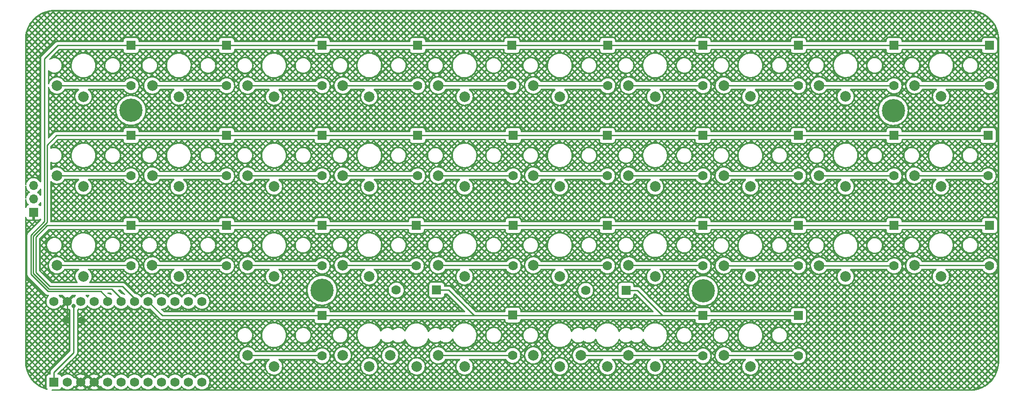
<source format=gbr>
%TF.GenerationSoftware,KiCad,Pcbnew,(5.99.0-9795-gc3c3649211)*%
%TF.CreationDate,2021-06-20T23:13:27-05:00*%
%TF.ProjectId,_autosave-free10u,5f617574-6f73-4617-9665-2d6672656531,rev?*%
%TF.SameCoordinates,Original*%
%TF.FileFunction,Copper,L1,Top*%
%TF.FilePolarity,Positive*%
%FSLAX46Y46*%
G04 Gerber Fmt 4.6, Leading zero omitted, Abs format (unit mm)*
G04 Created by KiCad (PCBNEW (5.99.0-9795-gc3c3649211)) date 2021-06-20 23:13:27*
%MOMM*%
%LPD*%
G01*
G04 APERTURE LIST*
%TA.AperFunction,ComponentPad*%
%ADD10C,2.000000*%
%TD*%
%TA.AperFunction,ComponentPad*%
%ADD11C,4.400000*%
%TD*%
%TA.AperFunction,ComponentPad*%
%ADD12R,1.700000X1.700000*%
%TD*%
%TA.AperFunction,ComponentPad*%
%ADD13O,1.700000X1.700000*%
%TD*%
%TA.AperFunction,ComponentPad*%
%ADD14R,1.752600X1.752600*%
%TD*%
%TA.AperFunction,ComponentPad*%
%ADD15C,1.752600*%
%TD*%
%TA.AperFunction,ComponentPad*%
%ADD16R,1.778000X1.778000*%
%TD*%
%TA.AperFunction,ComponentPad*%
%ADD17C,1.778000*%
%TD*%
%TA.AperFunction,ViaPad*%
%ADD18C,0.800000*%
%TD*%
%TA.AperFunction,Conductor*%
%ADD19C,0.250000*%
%TD*%
G04 APERTURE END LIST*
D10*
%TO.P,MX20,1,COL*%
%TO.N,col9*%
X189890400Y-91955200D03*
%TO.P,MX20,2,ROW*%
%TO.N,Net-(D20-Pad2)*%
X184890400Y-89855200D03*
%TD*%
%TO.P,MX16,1,COL*%
%TO.N,col5*%
X117957600Y-91955200D03*
%TO.P,MX16,2,ROW*%
%TO.N,Net-(D16-Pad2)*%
X112957600Y-89855200D03*
%TD*%
%TO.P,MX29,1,COL*%
%TO.N,col8*%
X171907200Y-108973200D03*
%TO.P,MX29,2,ROW*%
%TO.N,Net-(D29-Pad2)*%
X166907200Y-106873200D03*
%TD*%
%TO.P,MX12,1,COL*%
%TO.N,col1*%
X46037500Y-91955200D03*
%TO.P,MX12,2,ROW*%
%TO.N,Net-(D12-Pad2)*%
X41037500Y-89855200D03*
%TD*%
%TO.P,MX13,1,COL*%
%TO.N,col2*%
X64008000Y-91955200D03*
%TO.P,MX13,2,ROW*%
%TO.N,Net-(D13-Pad2)*%
X59008000Y-89855200D03*
%TD*%
%TO.P,MX19,1,COL*%
%TO.N,col8*%
X171907200Y-91955200D03*
%TO.P,MX19,2,ROW*%
%TO.N,Net-(D19-Pad2)*%
X166907200Y-89855200D03*
%TD*%
D11*
%TO.P,REF\u002A\u002A,1*%
%TO.N,N/C*%
X180898800Y-77571600D03*
%TD*%
D10*
%TO.P,MX21,1,COL*%
%TO.N,col0*%
X28041600Y-108922400D03*
%TO.P,MX21,2,ROW*%
%TO.N,Net-(D21-Pad2)*%
X23041600Y-106822400D03*
%TD*%
%TO.P,MX9,1,COL*%
%TO.N,col8*%
X171907200Y-74937200D03*
%TO.P,MX9,2,ROW*%
%TO.N,Net-(D9-Pad2)*%
X166907200Y-72837200D03*
%TD*%
%TO.P,MX35,1,COL*%
%TO.N,col6*%
X135940800Y-125940400D03*
%TO.P,MX35,2,ROW*%
%TO.N,Net-(D35-Pad2)*%
X130940800Y-123840400D03*
%TD*%
D12*
%TO.P,REF\u002A\u002A,1*%
%TO.N,unconnected-(U1-Pad23)*%
X18618200Y-96809800D03*
D13*
%TO.P,REF\u002A\u002A,2*%
%TO.N,unconnected-(U1-Pad16)*%
X18618200Y-94269800D03*
%TO.P,REF\u002A\u002A,3*%
%TO.N,unconnected-(U1-Pad21)*%
X18618200Y-91729800D03*
%TD*%
D10*
%TO.P,MX3,1,COL*%
%TO.N,col2*%
X64008000Y-74956250D03*
%TO.P,MX3,2,ROW*%
%TO.N,Net-(D3-Pad2)*%
X59008000Y-72856250D03*
%TD*%
%TO.P,MX27,1,COL*%
%TO.N,col6*%
X135940800Y-108922400D03*
%TO.P,MX27,2,ROW*%
%TO.N,Net-(D27-Pad2)*%
X130940800Y-106822400D03*
%TD*%
%TO.P,MX34,1,COL*%
%TO.N,col5*%
X117957600Y-125940400D03*
%TO.P,MX34,2,ROW*%
%TO.N,Net-(D34-Pad2)*%
X112957600Y-123840400D03*
%TD*%
%TO.P,MX24,1,COL*%
%TO.N,col3*%
X81991200Y-108922400D03*
%TO.P,MX24,2,ROW*%
%TO.N,Net-(D24-Pad2)*%
X76991200Y-106822400D03*
%TD*%
%TO.P,MX15,1,COL*%
%TO.N,col4*%
X99974400Y-91955200D03*
%TO.P,MX15,2,ROW*%
%TO.N,Net-(D15-Pad2)*%
X94974400Y-89855200D03*
%TD*%
D11*
%TO.P,REF\u002A\u002A,1*%
%TO.N,N/C*%
X37007800Y-77546200D03*
%TD*%
D10*
%TO.P,MX8,1,COL*%
%TO.N,col7*%
X153924000Y-74937200D03*
%TO.P,MX8,2,ROW*%
%TO.N,Net-(D8-Pad2)*%
X148924000Y-72837200D03*
%TD*%
D11*
%TO.P,REF\u002A\u002A,1*%
%TO.N,N/C*%
X145034000Y-111633000D03*
%TD*%
D10*
%TO.P,MX22,1,COL*%
%TO.N,col1*%
X46024800Y-108922400D03*
%TO.P,MX22,2,ROW*%
%TO.N,Net-(D22-Pad2)*%
X41024800Y-106822400D03*
%TD*%
D14*
%TO.P,U1,1,TX0/PD3*%
%TO.N,col0*%
X22453600Y-128879600D03*
D15*
%TO.P,U1,2,RX1/PD2*%
%TO.N,col1*%
X24993600Y-128879600D03*
%TO.P,U1,3,GND*%
%TO.N,unconnected-(U1-Pad23)*%
X27533600Y-128879600D03*
%TO.P,U1,4,GND*%
X30073600Y-128879600D03*
%TO.P,U1,5,2/PD1*%
%TO.N,col2*%
X32613600Y-128879600D03*
%TO.P,U1,6,3/PD0*%
%TO.N,col3*%
X35153600Y-128879600D03*
%TO.P,U1,7,4/PD4*%
%TO.N,col4*%
X37693600Y-128879600D03*
%TO.P,U1,8,5/PC6*%
%TO.N,col5*%
X40233600Y-128879600D03*
%TO.P,U1,9,6/PD7*%
%TO.N,col6*%
X42773600Y-128879600D03*
%TO.P,U1,10,7/PE6*%
%TO.N,col7*%
X45313600Y-128879600D03*
%TO.P,U1,11,8/PB4*%
%TO.N,col8*%
X47853600Y-128879600D03*
%TO.P,U1,12,9/PB5*%
%TO.N,col9*%
X50393600Y-128879600D03*
%TO.P,U1,13,10/PB6*%
%TO.N,unconnected-(U1-Pad13)*%
X50393600Y-113639600D03*
%TO.P,U1,14,16/PB2*%
%TO.N,unconnected-(U1-Pad14)*%
X47853600Y-113639600D03*
%TO.P,U1,15,14/PB3*%
%TO.N,unconnected-(U1-Pad15)*%
X45313600Y-113639600D03*
%TO.P,U1,16,15/PB1*%
%TO.N,unconnected-(U1-Pad16)*%
X42773600Y-113639600D03*
%TO.P,U1,17,A0/PF7*%
%TO.N,row3*%
X40233600Y-113639600D03*
%TO.P,U1,18,A1/PF6*%
%TO.N,row2*%
X37693600Y-113639600D03*
%TO.P,U1,19,A2/PF5*%
%TO.N,row1*%
X35153600Y-113639600D03*
%TO.P,U1,20,A3/PF4*%
%TO.N,row0*%
X32613600Y-113639600D03*
%TO.P,U1,21,VCC*%
%TO.N,unconnected-(U1-Pad21)*%
X30073600Y-113639600D03*
%TO.P,U1,22,RST*%
%TO.N,unconnected-(U1-Pad22)*%
X27533600Y-113639600D03*
%TO.P,U1,23,GND*%
%TO.N,unconnected-(U1-Pad23)*%
X24993600Y-113639600D03*
%TO.P,U1,24,RAW*%
%TO.N,unconnected-(U1-Pad24)*%
X22453600Y-113639600D03*
%TD*%
D10*
%TO.P,MX1,1,COL*%
%TO.N,col0*%
X28041600Y-74956250D03*
%TO.P,MX1,2,ROW*%
%TO.N,Net-(D1-Pad2)*%
X23041600Y-72856250D03*
%TD*%
%TO.P,MX30,1,COL*%
%TO.N,col9*%
X189890400Y-108922400D03*
%TO.P,MX30,2,ROW*%
%TO.N,Net-(D30-Pad2)*%
X184890400Y-106822400D03*
%TD*%
%TO.P,MX33,1,COL*%
%TO.N,col4*%
X99974400Y-125940400D03*
%TO.P,MX33,2,ROW*%
%TO.N,Net-(D33-Pad2)*%
X94974400Y-123840400D03*
%TD*%
%TO.P,MX26,1,COL*%
%TO.N,col5*%
X117957600Y-108922400D03*
%TO.P,MX26,2,ROW*%
%TO.N,Net-(D26-Pad2)*%
X112957600Y-106822400D03*
%TD*%
%TO.P,MX25,1,COL*%
%TO.N,col4*%
X99974400Y-108922400D03*
%TO.P,MX25,2,ROW*%
%TO.N,Net-(D25-Pad2)*%
X94974400Y-106822400D03*
%TD*%
D11*
%TO.P,REF\u002A\u002A,1*%
%TO.N,N/C*%
X73075800Y-111531400D03*
%TD*%
D10*
%TO.P,MX36,1,COL*%
%TO.N,col7*%
X153924000Y-125940400D03*
%TO.P,MX36,2,ROW*%
%TO.N,Net-(D36-Pad2)*%
X148924000Y-123840400D03*
%TD*%
%TO.P,MX28,1,COL*%
%TO.N,col7*%
X153924000Y-108973200D03*
%TO.P,MX28,2,ROW*%
%TO.N,Net-(D28-Pad2)*%
X148924000Y-106873200D03*
%TD*%
%TO.P,MX4,1,COL*%
%TO.N,col3*%
X81991200Y-74956250D03*
%TO.P,MX4,2,ROW*%
%TO.N,Net-(D4-Pad2)*%
X76991200Y-72856250D03*
%TD*%
%TO.P,MX5,1,COL*%
%TO.N,col4*%
X99974400Y-74956250D03*
%TO.P,MX5,2,ROW*%
%TO.N,Net-(D5-Pad2)*%
X94974400Y-72856250D03*
%TD*%
%TO.P,MX32,1,COL*%
%TO.N,col3*%
X81991200Y-125940400D03*
%TO.P,MX32,2,ROW*%
%TO.N,Net-(D32-Pad2)*%
X76991200Y-123840400D03*
%TD*%
%TO.P,MX18,1,COL*%
%TO.N,col7*%
X153924000Y-91955200D03*
%TO.P,MX18,2,ROW*%
%TO.N,Net-(D18-Pad2)*%
X148924000Y-89855200D03*
%TD*%
%TO.P,MX6,1,COL*%
%TO.N,col5*%
X117957600Y-74956250D03*
%TO.P,MX6,2,ROW*%
%TO.N,Net-(D6-Pad2)*%
X112957600Y-72856250D03*
%TD*%
%TO.P,MX31,1,COL*%
%TO.N,col2*%
X64008000Y-125940400D03*
%TO.P,MX31,2,ROW*%
%TO.N,Net-(D31-Pad2)*%
X59008000Y-123840400D03*
%TD*%
%TO.P,MX17,1,COL*%
%TO.N,col6*%
X135940800Y-91955200D03*
%TO.P,MX17,2,ROW*%
%TO.N,Net-(D17-Pad2)*%
X130940800Y-89855200D03*
%TD*%
%TO.P,2u,1*%
%TO.N,col6*%
X126949200Y-125940400D03*
%TO.P,2u,2*%
%TO.N,Net-(D35-Pad2)*%
X121949200Y-123840400D03*
%TD*%
%TO.P,MX2,1,COL*%
%TO.N,col1*%
X46037500Y-74956250D03*
%TO.P,MX2,2,ROW*%
%TO.N,Net-(D2-Pad2)*%
X41037500Y-72856250D03*
%TD*%
%TO.P,MX14,1,COL*%
%TO.N,col3*%
X81991200Y-91955200D03*
%TO.P,MX14,2,ROW*%
%TO.N,Net-(D14-Pad2)*%
X76991200Y-89855200D03*
%TD*%
%TO.P,2u,1*%
%TO.N,col3*%
X90932000Y-125940400D03*
%TO.P,2u,2*%
%TO.N,Net-(D32-Pad2)*%
X85932000Y-123840400D03*
%TD*%
%TO.P,MX11,1,COL*%
%TO.N,col0*%
X28041600Y-91955200D03*
%TO.P,MX11,2,ROW*%
%TO.N,Net-(D11-Pad2)*%
X23041600Y-89855200D03*
%TD*%
%TO.P,MX23,1,COL*%
%TO.N,col2*%
X64008000Y-108922400D03*
%TO.P,MX23,2,ROW*%
%TO.N,Net-(D23-Pad2)*%
X59008000Y-106822400D03*
%TD*%
%TO.P,MX7,1,COL*%
%TO.N,col6*%
X135940800Y-74956250D03*
%TO.P,MX7,2,ROW*%
%TO.N,Net-(D7-Pad2)*%
X130940800Y-72856250D03*
%TD*%
%TO.P,MX10,1,COL*%
%TO.N,col9*%
X189941200Y-74937200D03*
%TO.P,MX10,2,ROW*%
%TO.N,Net-(D10-Pad2)*%
X184941200Y-72837200D03*
%TD*%
D16*
%TO.P,D27,1,K*%
%TO.N,row2*%
X144968500Y-99314000D03*
D17*
%TO.P,D27,2,A*%
%TO.N,Net-(D27-Pad2)*%
X144968500Y-106934000D03*
%TD*%
D16*
%TO.P,D17,1,K*%
%TO.N,row1*%
X144968500Y-82296000D03*
D17*
%TO.P,D17,2,A*%
%TO.N,Net-(D17-Pad2)*%
X144968500Y-89916000D03*
%TD*%
D16*
%TO.P,D28,1,K*%
%TO.N,row2*%
X163002500Y-99314000D03*
D17*
%TO.P,D28,2,A*%
%TO.N,Net-(D28-Pad2)*%
X163002500Y-106934000D03*
%TD*%
D16*
%TO.P,D4,1,K*%
%TO.N,row0*%
X91120500Y-65278000D03*
D17*
%TO.P,D4,2,A*%
%TO.N,Net-(D4-Pad2)*%
X91120500Y-72898000D03*
%TD*%
D16*
%TO.P,D6,1,K*%
%TO.N,row0*%
X127000000Y-65278000D03*
D17*
%TO.P,D6,2,A*%
%TO.N,Net-(D6-Pad2)*%
X127000000Y-72898000D03*
%TD*%
D16*
%TO.P,D1,1,K*%
%TO.N,row0*%
X37018500Y-65278000D03*
D17*
%TO.P,D1,2,A*%
%TO.N,Net-(D1-Pad2)*%
X37018500Y-72898000D03*
%TD*%
D16*
%TO.P,D25,1,K*%
%TO.N,row2*%
X109154500Y-99314000D03*
D17*
%TO.P,D25,2,A*%
%TO.N,Net-(D25-Pad2)*%
X109154500Y-106934000D03*
%TD*%
D16*
%TO.P,D11,1,K*%
%TO.N,row1*%
X37018500Y-82296000D03*
D17*
%TO.P,D11,2,A*%
%TO.N,Net-(D11-Pad2)*%
X37018500Y-89916000D03*
%TD*%
D16*
%TO.P,D7,1,K*%
%TO.N,row0*%
X144968500Y-65278000D03*
D17*
%TO.P,D7,2,A*%
%TO.N,Net-(D7-Pad2)*%
X144968500Y-72898000D03*
%TD*%
D16*
%TO.P,D23,1,K*%
%TO.N,row2*%
X73086500Y-99314000D03*
D17*
%TO.P,D23,2,A*%
%TO.N,Net-(D23-Pad2)*%
X73086500Y-106934000D03*
%TD*%
D16*
%TO.P,D14,1,K*%
%TO.N,row1*%
X91120500Y-82296000D03*
D17*
%TO.P,D14,2,A*%
%TO.N,Net-(D14-Pad2)*%
X91120500Y-89916000D03*
%TD*%
D16*
%TO.P,D20,1,K*%
%TO.N,row1*%
X198816500Y-82296000D03*
D17*
%TO.P,D20,2,A*%
%TO.N,Net-(D20-Pad2)*%
X198816500Y-89916000D03*
%TD*%
D16*
%TO.P,D15,1,K*%
%TO.N,row1*%
X109154500Y-82296000D03*
D17*
%TO.P,D15,2,A*%
%TO.N,Net-(D15-Pad2)*%
X109154500Y-89916000D03*
%TD*%
D16*
%TO.P,D36,1,K*%
%TO.N,row3*%
X163002500Y-116332000D03*
D17*
%TO.P,D36,2,A*%
%TO.N,Net-(D36-Pad2)*%
X163002500Y-123952000D03*
%TD*%
D16*
%TO.P,D9,1,K*%
%TO.N,row0*%
X181036500Y-65278000D03*
D17*
%TO.P,D9,2,A*%
%TO.N,Net-(D9-Pad2)*%
X181036500Y-72898000D03*
%TD*%
D16*
%TO.P,D31,1,K*%
%TO.N,row3*%
X73086500Y-116332000D03*
D17*
%TO.P,D31,2,A*%
%TO.N,Net-(D31-Pad2)*%
X73086500Y-123952000D03*
%TD*%
D16*
%TO.P,D24,1,K*%
%TO.N,row2*%
X90866500Y-99314000D03*
D17*
%TO.P,D24,2,A*%
%TO.N,Net-(D24-Pad2)*%
X90866500Y-106934000D03*
%TD*%
D16*
%TO.P,D2,1,K*%
%TO.N,row0*%
X55052500Y-65278000D03*
D17*
%TO.P,D2,2,A*%
%TO.N,Net-(D2-Pad2)*%
X55052500Y-72898000D03*
%TD*%
D16*
%TO.P,D19,1,K*%
%TO.N,row1*%
X181036500Y-82296000D03*
D17*
%TO.P,D19,2,A*%
%TO.N,Net-(D19-Pad2)*%
X181036500Y-89916000D03*
%TD*%
D16*
%TO.P,D26,1,K*%
%TO.N,row2*%
X126934500Y-99314000D03*
D17*
%TO.P,D26,2,A*%
%TO.N,Net-(D26-Pad2)*%
X126934500Y-106934000D03*
%TD*%
D16*
%TO.P,D30,1,K*%
%TO.N,row2*%
X199070500Y-99314000D03*
D17*
%TO.P,D30,2,A*%
%TO.N,Net-(D30-Pad2)*%
X199070500Y-106934000D03*
%TD*%
D16*
%TO.P,D22,1,K*%
%TO.N,row2*%
X55052500Y-99314000D03*
D17*
%TO.P,D22,2,A*%
%TO.N,Net-(D22-Pad2)*%
X55052500Y-106934000D03*
%TD*%
D16*
%TO.P,D5,1,K*%
%TO.N,row0*%
X108900500Y-65278000D03*
D17*
%TO.P,D5,2,A*%
%TO.N,Net-(D5-Pad2)*%
X108900500Y-72898000D03*
%TD*%
D16*
%TO.P,D3,1,K*%
%TO.N,row0*%
X73086500Y-65278000D03*
D17*
%TO.P,D3,2,A*%
%TO.N,Net-(D3-Pad2)*%
X73086500Y-72898000D03*
%TD*%
D16*
%TO.P,D18,1,K*%
%TO.N,row1*%
X163002500Y-82296000D03*
D17*
%TO.P,D18,2,A*%
%TO.N,Net-(D18-Pad2)*%
X163002500Y-89916000D03*
%TD*%
D16*
%TO.P,D35,1,K*%
%TO.N,row3*%
X144968500Y-116332000D03*
D17*
%TO.P,D35,2,A*%
%TO.N,Net-(D35-Pad2)*%
X144968500Y-123952000D03*
%TD*%
D16*
%TO.P,D29,1,K*%
%TO.N,row2*%
X181036500Y-99314000D03*
D17*
%TO.P,D29,2,A*%
%TO.N,Net-(D29-Pad2)*%
X181036500Y-106934000D03*
%TD*%
D16*
%TO.P,D34,1,K*%
%TO.N,row3*%
X130462500Y-111556550D03*
D17*
%TO.P,D34,2,A*%
%TO.N,Net-(D34-Pad2)*%
X122842500Y-111556550D03*
%TD*%
D16*
%TO.P,D8,1,K*%
%TO.N,row0*%
X163002500Y-65278000D03*
D17*
%TO.P,D8,2,A*%
%TO.N,Net-(D8-Pad2)*%
X163002500Y-72898000D03*
%TD*%
D16*
%TO.P,D16,1,K*%
%TO.N,row1*%
X126934500Y-82296000D03*
D17*
%TO.P,D16,2,A*%
%TO.N,Net-(D16-Pad2)*%
X126934500Y-89916000D03*
%TD*%
D16*
%TO.P,D33,1,K*%
%TO.N,row3*%
X109067350Y-116222300D03*
D17*
%TO.P,D33,2,A*%
%TO.N,Net-(D33-Pad2)*%
X109067350Y-123842300D03*
%TD*%
D16*
%TO.P,D32,1,K*%
%TO.N,row3*%
X94699300Y-111505750D03*
D17*
%TO.P,D32,2,A*%
%TO.N,Net-(D32-Pad2)*%
X87079300Y-111505750D03*
%TD*%
D16*
%TO.P,D10,1,K*%
%TO.N,row0*%
X199070500Y-65278000D03*
D17*
%TO.P,D10,2,A*%
%TO.N,Net-(D10-Pad2)*%
X199070500Y-72898000D03*
%TD*%
D16*
%TO.P,D13,1,K*%
%TO.N,row1*%
X73086500Y-82296000D03*
D17*
%TO.P,D13,2,A*%
%TO.N,Net-(D13-Pad2)*%
X73086500Y-89916000D03*
%TD*%
D16*
%TO.P,D21,1,K*%
%TO.N,row2*%
X37018500Y-99314000D03*
D17*
%TO.P,D21,2,A*%
%TO.N,Net-(D21-Pad2)*%
X37018500Y-106934000D03*
%TD*%
D16*
%TO.P,D12,1,K*%
%TO.N,row1*%
X55052500Y-82296000D03*
D17*
%TO.P,D12,2,A*%
%TO.N,Net-(D12-Pad2)*%
X55052500Y-89916000D03*
%TD*%
D18*
%TO.N,col0*%
X26209200Y-114557600D03*
%TO.N,unconnected-(U1-Pad23)*%
X24942800Y-117195600D03*
X27609800Y-117195600D03*
%TD*%
D19*
%TO.N,Net-(D1-Pad2)*%
X23041600Y-72856250D02*
X36976750Y-72856250D01*
X36976750Y-72856250D02*
X37018500Y-72898000D01*
%TO.N,row0*%
X20682780Y-98541972D02*
X18117380Y-101107372D01*
X20682780Y-67760020D02*
X20682780Y-98541972D01*
X31292800Y-111760000D02*
X32613600Y-113080800D01*
X37018500Y-65278000D02*
X23164800Y-65278000D01*
X18117380Y-101107372D02*
X18117380Y-108541380D01*
X37018500Y-65278000D02*
X199070500Y-65278000D01*
X18117380Y-108541380D02*
X21336000Y-111760000D01*
X23164800Y-65278000D02*
X20682780Y-67760020D01*
X21336000Y-111760000D02*
X31292800Y-111760000D01*
%TO.N,Net-(D2-Pad2)*%
X55010750Y-72856250D02*
X55052500Y-72898000D01*
X41037500Y-72856250D02*
X55010750Y-72856250D01*
%TO.N,Net-(D3-Pad2)*%
X73044750Y-72856250D02*
X73086500Y-72898000D01*
X59008000Y-72856250D02*
X73044750Y-72856250D01*
%TO.N,Net-(D4-Pad2)*%
X91078750Y-72856250D02*
X91120500Y-72898000D01*
X76991200Y-72856250D02*
X91078750Y-72856250D01*
%TO.N,Net-(D5-Pad2)*%
X108858750Y-72856250D02*
X108900500Y-72898000D01*
X94974400Y-72856250D02*
X108858750Y-72856250D01*
%TO.N,Net-(D6-Pad2)*%
X112957600Y-72856250D02*
X126958250Y-72856250D01*
X126958250Y-72856250D02*
X127000000Y-72898000D01*
%TO.N,Net-(D7-Pad2)*%
X144926750Y-72856250D02*
X144968500Y-72898000D01*
X130940800Y-72856250D02*
X144926750Y-72856250D01*
%TO.N,Net-(D8-Pad2)*%
X162941700Y-72837200D02*
X163002500Y-72898000D01*
X148924000Y-72837200D02*
X162941700Y-72837200D01*
%TO.N,Net-(D9-Pad2)*%
X166907200Y-72837200D02*
X180975700Y-72837200D01*
X180975700Y-72837200D02*
X181036500Y-72898000D01*
%TO.N,Net-(D10-Pad2)*%
X184941200Y-72837200D02*
X199009700Y-72837200D01*
X199009700Y-72837200D02*
X199070500Y-72898000D01*
%TO.N,Net-(D11-Pad2)*%
X23041600Y-89855200D02*
X36957700Y-89855200D01*
X36957700Y-89855200D02*
X37018500Y-89916000D01*
%TO.N,row1*%
X37018500Y-82296000D02*
X198816500Y-82296000D01*
X21546380Y-111309980D02*
X33382780Y-111309980D01*
X33382780Y-111309980D02*
X35153600Y-113080800D01*
X18567400Y-101293776D02*
X18567400Y-108331000D01*
X22936200Y-82296000D02*
X21132800Y-84099400D01*
X21132800Y-98728376D02*
X18567400Y-101293776D01*
X18567400Y-108331000D02*
X21546380Y-111309980D01*
X37018500Y-82296000D02*
X22936200Y-82296000D01*
X21132800Y-84099400D02*
X21132800Y-98728376D01*
%TO.N,Net-(D12-Pad2)*%
X41037500Y-89855200D02*
X54991700Y-89855200D01*
X54991700Y-89855200D02*
X55052500Y-89916000D01*
%TO.N,Net-(D13-Pad2)*%
X59008000Y-89855200D02*
X73025700Y-89855200D01*
X73025700Y-89855200D02*
X73086500Y-89916000D01*
%TO.N,Net-(D14-Pad2)*%
X76991200Y-89855200D02*
X91059700Y-89855200D01*
X91059700Y-89855200D02*
X91120500Y-89916000D01*
%TO.N,Net-(D15-Pad2)*%
X109093700Y-89855200D02*
X109154500Y-89916000D01*
X94974400Y-89855200D02*
X109093700Y-89855200D01*
%TO.N,Net-(D16-Pad2)*%
X126873700Y-89855200D02*
X126934500Y-89916000D01*
X112957600Y-89855200D02*
X126873700Y-89855200D01*
%TO.N,Net-(D17-Pad2)*%
X130940800Y-89855200D02*
X144907700Y-89855200D01*
X144907700Y-89855200D02*
X144968500Y-89916000D01*
%TO.N,Net-(D18-Pad2)*%
X162941700Y-89855200D02*
X163002500Y-89916000D01*
X148924000Y-89855200D02*
X162941700Y-89855200D01*
%TO.N,Net-(D19-Pad2)*%
X166907200Y-89855200D02*
X180975700Y-89855200D01*
X180975700Y-89855200D02*
X181036500Y-89916000D01*
%TO.N,Net-(D20-Pad2)*%
X198755700Y-89855200D02*
X198816500Y-89916000D01*
X184890400Y-89855200D02*
X198755700Y-89855200D01*
%TO.N,Net-(D21-Pad2)*%
X36906900Y-106822400D02*
X37018500Y-106934000D01*
X23041600Y-106822400D02*
X36906900Y-106822400D01*
%TO.N,row2*%
X19042820Y-108146020D02*
X21691600Y-110794800D01*
X37018500Y-99314000D02*
X199070500Y-99314000D01*
X37018500Y-99314000D02*
X21183600Y-99314000D01*
X19042820Y-101454780D02*
X19042820Y-108146020D01*
X21183600Y-99314000D02*
X19042820Y-101454780D01*
X35407600Y-110794800D02*
X37693600Y-113080800D01*
X21691600Y-110794800D02*
X35407600Y-110794800D01*
%TO.N,Net-(D22-Pad2)*%
X54940900Y-106822400D02*
X55052500Y-106934000D01*
X41024800Y-106822400D02*
X54940900Y-106822400D01*
%TO.N,Net-(D23-Pad2)*%
X72974900Y-106822400D02*
X73086500Y-106934000D01*
X59008000Y-106822400D02*
X72974900Y-106822400D01*
%TO.N,Net-(D24-Pad2)*%
X90754900Y-106822400D02*
X90866500Y-106934000D01*
X76991200Y-106822400D02*
X90754900Y-106822400D01*
%TO.N,Net-(D25-Pad2)*%
X94974400Y-106822400D02*
X109042900Y-106822400D01*
X109042900Y-106822400D02*
X109154500Y-106934000D01*
%TO.N,Net-(D26-Pad2)*%
X126822900Y-106822400D02*
X126934500Y-106934000D01*
X112957600Y-106822400D02*
X126822900Y-106822400D01*
%TO.N,Net-(D27-Pad2)*%
X130940800Y-106822400D02*
X144856900Y-106822400D01*
X144856900Y-106822400D02*
X144968500Y-106934000D01*
%TO.N,Net-(D28-Pad2)*%
X162941700Y-106873200D02*
X163002500Y-106934000D01*
X148924000Y-106873200D02*
X162941700Y-106873200D01*
%TO.N,Net-(D29-Pad2)*%
X180975700Y-106873200D02*
X181036500Y-106934000D01*
X166907200Y-106873200D02*
X180975700Y-106873200D01*
%TO.N,Net-(D30-Pad2)*%
X198958900Y-106822400D02*
X199070500Y-106934000D01*
X184890400Y-106822400D02*
X198958900Y-106822400D01*
%TO.N,Net-(D31-Pad2)*%
X59008000Y-123840400D02*
X72974900Y-123840400D01*
X72974900Y-123840400D02*
X73086500Y-123952000D01*
%TO.N,row3*%
X137363200Y-116332000D02*
X163002500Y-116332000D01*
X40233600Y-113639600D02*
X40233600Y-113080800D01*
X101803200Y-116332000D02*
X137363200Y-116332000D01*
X99568000Y-116332000D02*
X101295200Y-116332000D01*
X132587750Y-111556550D02*
X137363200Y-116332000D01*
X130462500Y-111556550D02*
X132587750Y-111556550D01*
X94699300Y-111505750D02*
X96976950Y-111505750D01*
X73086500Y-116332000D02*
X99568000Y-116332000D01*
X73086500Y-116332000D02*
X42926000Y-116332000D01*
X42926000Y-116332000D02*
X40233600Y-113639600D01*
X96976950Y-111505750D02*
X101803200Y-116332000D01*
X101295200Y-116332000D02*
X101803200Y-116332000D01*
%TO.N,Net-(D33-Pad2)*%
X94976300Y-123842300D02*
X94974400Y-123840400D01*
X109067350Y-123842300D02*
X94976300Y-123842300D01*
%TO.N,Net-(D35-Pad2)*%
X130940800Y-123840400D02*
X144856900Y-123840400D01*
X144856900Y-123840400D02*
X144968500Y-123952000D01*
X121949200Y-123840400D02*
X130940800Y-123840400D01*
%TO.N,Net-(D36-Pad2)*%
X162890900Y-123840400D02*
X163002500Y-123952000D01*
X148924000Y-123840400D02*
X162890900Y-123840400D01*
%TO.N,col0*%
X22453600Y-127050800D02*
X22453600Y-128320800D01*
X26209200Y-114557600D02*
X26209200Y-123295200D01*
X26209200Y-123295200D02*
X22453600Y-127050800D01*
%TO.N,unconnected-(U1-Pad23)*%
X24993600Y-117144800D02*
X24942800Y-117195600D01*
X24993600Y-113639600D02*
X24993600Y-117144800D01*
%TD*%
%TA.AperFunction,Conductor*%
%TO.N,unconnected-(U1-Pad23)*%
G36*
X195344241Y-58571013D02*
G01*
X195361375Y-58573867D01*
X195366240Y-58573919D01*
X195366245Y-58573919D01*
X195552389Y-58575891D01*
X195556261Y-58575992D01*
X195681963Y-58581191D01*
X195687161Y-58581513D01*
X195920197Y-58600822D01*
X196028651Y-58609809D01*
X196033790Y-58610343D01*
X196113955Y-58620335D01*
X196133561Y-58622779D01*
X196138714Y-58623530D01*
X196476709Y-58679932D01*
X196481826Y-58680895D01*
X196580175Y-58701516D01*
X196585237Y-58702687D01*
X196917400Y-58786802D01*
X196922405Y-58788180D01*
X197018813Y-58816882D01*
X197023733Y-58818458D01*
X197199471Y-58878789D01*
X197347818Y-58929717D01*
X197352694Y-58931504D01*
X197446368Y-58968056D01*
X197451140Y-58970033D01*
X197741742Y-59097503D01*
X197764973Y-59107693D01*
X197769674Y-59109872D01*
X197859944Y-59154002D01*
X197864558Y-59156377D01*
X198165938Y-59319475D01*
X198170450Y-59322038D01*
X198256840Y-59373516D01*
X198261240Y-59376262D01*
X198548067Y-59563656D01*
X198548108Y-59563683D01*
X198552381Y-59566603D01*
X198634185Y-59625009D01*
X198638360Y-59628122D01*
X198908781Y-59838599D01*
X198912823Y-59841882D01*
X198989507Y-59906829D01*
X198993403Y-59910269D01*
X199141487Y-60046590D01*
X199245528Y-60142367D01*
X199249285Y-60145973D01*
X199320332Y-60217020D01*
X199323933Y-60220772D01*
X199556047Y-60472914D01*
X199559446Y-60476763D01*
X199624419Y-60553477D01*
X199627702Y-60557520D01*
X199838176Y-60827939D01*
X199841289Y-60832114D01*
X199899686Y-60913905D01*
X199902624Y-60918204D01*
X200090041Y-61205066D01*
X200092787Y-61209464D01*
X200144261Y-61295850D01*
X200146821Y-61300355D01*
X200309916Y-61601729D01*
X200312299Y-61606359D01*
X200356417Y-61696603D01*
X200358607Y-61701328D01*
X200496265Y-62015156D01*
X200498258Y-62019968D01*
X200534788Y-62113586D01*
X200536581Y-62118476D01*
X200647833Y-62442541D01*
X200649422Y-62447500D01*
X200678121Y-62543897D01*
X200679498Y-62548901D01*
X200732968Y-62760046D01*
X200763610Y-62881050D01*
X200764774Y-62886076D01*
X200785408Y-62984485D01*
X200785410Y-62984494D01*
X200786373Y-62989611D01*
X200842770Y-63327584D01*
X200843520Y-63332736D01*
X200848555Y-63373121D01*
X200855958Y-63432515D01*
X200856491Y-63437644D01*
X200858825Y-63465814D01*
X200884788Y-63779151D01*
X200885110Y-63784349D01*
X200890308Y-63910027D01*
X200890409Y-63913899D01*
X200891620Y-64028080D01*
X200892399Y-64101647D01*
X200893081Y-64106074D01*
X200895531Y-64121979D01*
X200897000Y-64141162D01*
X200897000Y-124964033D01*
X200895288Y-124984736D01*
X200892433Y-125001876D01*
X200892381Y-125006741D01*
X200892381Y-125006746D01*
X200890409Y-125192909D01*
X200890308Y-125196781D01*
X200885110Y-125322457D01*
X200884788Y-125327655D01*
X200874205Y-125455381D01*
X200856491Y-125669158D01*
X200855958Y-125674286D01*
X200843519Y-125774083D01*
X200842771Y-125779213D01*
X200786370Y-126117200D01*
X200785412Y-126122296D01*
X200764781Y-126220692D01*
X200763613Y-126225740D01*
X200680611Y-126553505D01*
X200679502Y-126557885D01*
X200678120Y-126562907D01*
X200649421Y-126659304D01*
X200647832Y-126664263D01*
X200536588Y-126988307D01*
X200534806Y-126993170D01*
X200498240Y-127086879D01*
X200496268Y-127091639D01*
X200445437Y-127207522D01*
X200358609Y-127405468D01*
X200356419Y-127410193D01*
X200312300Y-127500439D01*
X200309917Y-127505069D01*
X200146811Y-127806463D01*
X200144243Y-127810982D01*
X200092776Y-127897355D01*
X200090068Y-127901694D01*
X199902608Y-128188622D01*
X199899685Y-128192899D01*
X199841275Y-128274706D01*
X199838163Y-128278881D01*
X199627712Y-128549269D01*
X199624431Y-128553310D01*
X199559473Y-128630006D01*
X199559448Y-128630035D01*
X199556000Y-128633938D01*
X199323959Y-128886002D01*
X199320353Y-128889760D01*
X199249263Y-128960850D01*
X199245505Y-128964456D01*
X199004384Y-129186424D01*
X198993437Y-129196501D01*
X198989539Y-129199945D01*
X198912811Y-129264930D01*
X198908767Y-129268213D01*
X198638361Y-129478677D01*
X198634186Y-129481790D01*
X198552395Y-129540187D01*
X198548096Y-129543125D01*
X198406685Y-129635514D01*
X198261231Y-129730544D01*
X198256844Y-129733283D01*
X198170444Y-129784766D01*
X198165952Y-129787318D01*
X198074860Y-129836615D01*
X197864576Y-129950414D01*
X197859946Y-129952797D01*
X197769681Y-129996925D01*
X197764956Y-129999115D01*
X197552812Y-130092171D01*
X197451174Y-130136754D01*
X197451167Y-130136757D01*
X197446363Y-130138747D01*
X197409964Y-130152950D01*
X197352693Y-130175297D01*
X197347804Y-130177089D01*
X197023759Y-130288334D01*
X197018799Y-130289923D01*
X196922400Y-130318622D01*
X196917379Y-130320004D01*
X196726276Y-130368398D01*
X196585223Y-130404117D01*
X196580174Y-130405285D01*
X196542637Y-130413156D01*
X196481822Y-130425907D01*
X196476705Y-130426871D01*
X196418223Y-130436630D01*
X196138675Y-130483278D01*
X196133600Y-130484017D01*
X196033825Y-130496454D01*
X196028657Y-130496990D01*
X195687142Y-130525290D01*
X195681943Y-130525612D01*
X195556274Y-130530809D01*
X195552403Y-130530910D01*
X195433082Y-130532175D01*
X195364653Y-130532900D01*
X195345899Y-130535789D01*
X195344321Y-130536032D01*
X195325138Y-130537501D01*
X22586872Y-130537501D01*
X22566169Y-130535789D01*
X22549023Y-130532933D01*
X22544158Y-130532881D01*
X22544153Y-130532881D01*
X22357970Y-130530909D01*
X22354098Y-130530808D01*
X22228451Y-130525611D01*
X22223254Y-130525289D01*
X22183472Y-130521993D01*
X22171127Y-130520970D01*
X22104890Y-130495411D01*
X22062987Y-130438100D01*
X22058720Y-130367231D01*
X22093445Y-130305306D01*
X22156137Y-130271986D01*
X22181531Y-130269400D01*
X23329900Y-130269400D01*
X23402979Y-130264173D01*
X23500914Y-130235417D01*
X23534570Y-130225535D01*
X23534572Y-130225534D01*
X23543216Y-130222996D01*
X23614647Y-130177090D01*
X23658591Y-130148849D01*
X23658594Y-130148847D01*
X23666171Y-130143977D01*
X23696036Y-130109511D01*
X23755982Y-130040331D01*
X23755984Y-130040328D01*
X23761884Y-130033519D01*
X23765628Y-130025322D01*
X23765630Y-130025318D01*
X23819866Y-129906559D01*
X23866359Y-129852904D01*
X23934480Y-129832902D01*
X24002600Y-129852904D01*
X24018869Y-129865338D01*
X24153328Y-129986617D01*
X24274067Y-130063093D01*
X24346646Y-130109064D01*
X24351862Y-130112368D01*
X24356789Y-130114424D01*
X24356791Y-130114425D01*
X24534916Y-130188753D01*
X24568745Y-130202869D01*
X24573949Y-130204066D01*
X24573950Y-130204066D01*
X24792572Y-130254339D01*
X24792577Y-130254340D01*
X24797775Y-130255535D01*
X24803103Y-130255838D01*
X24803106Y-130255838D01*
X24949898Y-130264173D01*
X25032405Y-130268858D01*
X25037712Y-130268258D01*
X25037714Y-130268258D01*
X25165211Y-130253844D01*
X25265926Y-130242458D01*
X25271041Y-130240977D01*
X25271045Y-130240976D01*
X25276138Y-130239501D01*
X25984973Y-130239501D01*
X26548978Y-130239501D01*
X26537096Y-130226056D01*
X26494549Y-130169220D01*
X26488218Y-130159926D01*
X26483909Y-130152950D01*
X26469598Y-130120073D01*
X26464849Y-130102764D01*
X26460680Y-130078415D01*
X26457507Y-130034049D01*
X26445138Y-130021680D01*
X26756350Y-130021680D01*
X26762422Y-130029791D01*
X26887578Y-130109064D01*
X26897023Y-130113981D01*
X27103967Y-130200335D01*
X27114106Y-130203591D01*
X27332643Y-130253844D01*
X27343177Y-130255343D01*
X27567058Y-130268055D01*
X27577701Y-130267758D01*
X27800528Y-130242567D01*
X27810947Y-130240486D01*
X27814348Y-130239501D01*
X28516692Y-130239501D01*
X28829864Y-130239501D01*
X28877782Y-130191583D01*
X28707878Y-130021680D01*
X29296350Y-130021680D01*
X29302422Y-130029791D01*
X29427578Y-130109064D01*
X29437023Y-130113981D01*
X29643967Y-130200335D01*
X29654106Y-130203591D01*
X29872643Y-130253844D01*
X29883177Y-130255343D01*
X30107058Y-130268055D01*
X30117701Y-130267758D01*
X30340528Y-130242567D01*
X30350947Y-130240486D01*
X30566358Y-130178107D01*
X30576284Y-130174296D01*
X30778095Y-130076519D01*
X30787240Y-130071090D01*
X30841693Y-130032177D01*
X30850097Y-130021453D01*
X30843117Y-130008327D01*
X30086412Y-129251622D01*
X30072468Y-129244008D01*
X30070635Y-129244139D01*
X30064020Y-129248390D01*
X29303110Y-130009300D01*
X29296350Y-130021680D01*
X28707878Y-130021680D01*
X28643370Y-129957172D01*
X28641553Y-129957139D01*
X28606161Y-129951402D01*
X28604261Y-129950807D01*
X28609408Y-129971102D01*
X28611250Y-129988955D01*
X28611364Y-130013655D01*
X28604733Y-130084341D01*
X28603184Y-130095482D01*
X28601693Y-130103546D01*
X28590224Y-130137516D01*
X28582122Y-130153531D01*
X28568863Y-130174375D01*
X28525069Y-130230255D01*
X28516692Y-130239501D01*
X27814348Y-130239501D01*
X28026358Y-130178107D01*
X28036284Y-130174296D01*
X28238095Y-130076519D01*
X28247240Y-130071090D01*
X28301693Y-130032177D01*
X28310097Y-130021453D01*
X28303117Y-130008327D01*
X27546412Y-129251622D01*
X27532468Y-129244008D01*
X27530635Y-129244139D01*
X27524020Y-129248390D01*
X26763110Y-130009300D01*
X26756350Y-130021680D01*
X26445138Y-130021680D01*
X26380693Y-129957235D01*
X26340500Y-129955368D01*
X26329308Y-129954346D01*
X26321183Y-129953237D01*
X26300087Y-129947207D01*
X26298239Y-129949617D01*
X26294906Y-129953779D01*
X26281239Y-129970124D01*
X26277752Y-129974121D01*
X26275132Y-129976999D01*
X26271441Y-129980884D01*
X26105992Y-130147783D01*
X26102140Y-130151507D01*
X26099285Y-130154152D01*
X26095319Y-130157675D01*
X26079094Y-130171484D01*
X26074967Y-130174848D01*
X26071898Y-130177244D01*
X26067618Y-130180442D01*
X25984973Y-130239501D01*
X25276138Y-130239501D01*
X25359318Y-130215413D01*
X25491660Y-130177090D01*
X25703153Y-130074623D01*
X25782799Y-130017707D01*
X25890011Y-129941092D01*
X25890013Y-129941090D01*
X25894357Y-129937986D01*
X26059806Y-129771087D01*
X26158734Y-129630065D01*
X26214230Y-129585785D01*
X26284855Y-129578538D01*
X26348188Y-129610624D01*
X26367549Y-129635710D01*
X26368259Y-129635242D01*
X26377050Y-129648574D01*
X26378338Y-129650208D01*
X26390263Y-129658679D01*
X26401799Y-129652191D01*
X27161578Y-128892412D01*
X27167956Y-128880732D01*
X27898008Y-128880732D01*
X27898139Y-128882565D01*
X27902390Y-128889180D01*
X28662700Y-129649490D01*
X28674491Y-129655929D01*
X28686486Y-129646657D01*
X28698467Y-129629578D01*
X28753962Y-129585297D01*
X28824587Y-129578048D01*
X28887920Y-129610133D01*
X28907622Y-129635662D01*
X28908259Y-129635242D01*
X28917050Y-129648574D01*
X28918338Y-129650208D01*
X28930263Y-129658679D01*
X28941799Y-129652191D01*
X29701578Y-128892412D01*
X29707956Y-128880732D01*
X30438008Y-128880732D01*
X30438139Y-128882565D01*
X30442390Y-128889180D01*
X31202700Y-129649490D01*
X31214491Y-129655929D01*
X31226487Y-129646656D01*
X31238148Y-129630034D01*
X31293643Y-129585753D01*
X31364269Y-129578506D01*
X31427601Y-129610591D01*
X31447174Y-129635952D01*
X31447838Y-129635514D01*
X31450782Y-129639978D01*
X31453328Y-129644658D01*
X31598820Y-129829214D01*
X31602779Y-129832785D01*
X31602781Y-129832787D01*
X31605747Y-129835462D01*
X31773328Y-129986617D01*
X31894067Y-130063093D01*
X31966646Y-130109064D01*
X31971862Y-130112368D01*
X31976789Y-130114424D01*
X31976791Y-130114425D01*
X32154916Y-130188753D01*
X32188745Y-130202869D01*
X32193949Y-130204066D01*
X32193950Y-130204066D01*
X32412572Y-130254339D01*
X32412577Y-130254340D01*
X32417775Y-130255535D01*
X32423103Y-130255838D01*
X32423106Y-130255838D01*
X32569898Y-130264173D01*
X32652405Y-130268858D01*
X32657712Y-130268258D01*
X32657714Y-130268258D01*
X32785211Y-130253844D01*
X32885926Y-130242458D01*
X32891041Y-130240977D01*
X32891045Y-130240976D01*
X32979318Y-130215413D01*
X33061611Y-130191583D01*
X33824699Y-130191583D01*
X33872617Y-130239501D01*
X34155664Y-130239501D01*
X34153872Y-130238366D01*
X34149426Y-130235417D01*
X34146229Y-130233197D01*
X34141919Y-130230067D01*
X34124948Y-130217186D01*
X34120771Y-130213874D01*
X34117772Y-130211391D01*
X34113734Y-130207901D01*
X33953189Y-130063093D01*
X33824699Y-130191583D01*
X33061611Y-130191583D01*
X33111660Y-130177090D01*
X33323153Y-130074623D01*
X33402799Y-130017707D01*
X33510011Y-129941092D01*
X33510013Y-129941090D01*
X33514357Y-129937986D01*
X33679806Y-129771087D01*
X33778414Y-129630521D01*
X33833910Y-129586241D01*
X33904535Y-129578994D01*
X33967868Y-129611080D01*
X33987107Y-129636003D01*
X33987842Y-129635518D01*
X33990777Y-129639969D01*
X33993328Y-129644658D01*
X34138820Y-129829214D01*
X34142779Y-129832785D01*
X34142781Y-129832787D01*
X34145747Y-129835462D01*
X34313328Y-129986617D01*
X34434067Y-130063093D01*
X34506646Y-130109064D01*
X34511862Y-130112368D01*
X34516789Y-130114424D01*
X34516791Y-130114425D01*
X34694916Y-130188753D01*
X34728745Y-130202869D01*
X34733949Y-130204066D01*
X34733950Y-130204066D01*
X34952572Y-130254339D01*
X34952577Y-130254340D01*
X34957775Y-130255535D01*
X34963103Y-130255838D01*
X34963106Y-130255838D01*
X35109898Y-130264173D01*
X35192405Y-130268858D01*
X35197712Y-130268258D01*
X35197714Y-130268258D01*
X35325211Y-130253844D01*
X35425926Y-130242458D01*
X35431041Y-130240977D01*
X35431045Y-130240976D01*
X35436138Y-130239501D01*
X36144973Y-130239501D01*
X36695663Y-130239501D01*
X36693871Y-130238366D01*
X36689426Y-130235417D01*
X36686229Y-130233197D01*
X36681919Y-130230067D01*
X36664948Y-130217186D01*
X36660771Y-130213874D01*
X36657772Y-130211391D01*
X36653734Y-130207901D01*
X36479226Y-130050498D01*
X36475336Y-130046836D01*
X36472559Y-130044109D01*
X36468841Y-130040301D01*
X36454283Y-130024744D01*
X36450726Y-130020779D01*
X36448188Y-130017826D01*
X36444795Y-130013704D01*
X36424467Y-129987919D01*
X36265992Y-130147783D01*
X36262140Y-130151507D01*
X36259285Y-130154152D01*
X36255319Y-130157675D01*
X36239094Y-130171484D01*
X36234967Y-130174848D01*
X36231898Y-130177244D01*
X36227618Y-130180442D01*
X36144973Y-130239501D01*
X35436138Y-130239501D01*
X35519318Y-130215413D01*
X35651660Y-130177090D01*
X35863153Y-130074623D01*
X35942799Y-130017707D01*
X36050011Y-129941092D01*
X36050013Y-129941090D01*
X36054357Y-129937986D01*
X36219806Y-129771087D01*
X36318414Y-129630521D01*
X36373910Y-129586241D01*
X36444535Y-129578994D01*
X36507868Y-129611080D01*
X36527107Y-129636003D01*
X36527842Y-129635518D01*
X36530777Y-129639969D01*
X36533328Y-129644658D01*
X36678820Y-129829214D01*
X36682779Y-129832785D01*
X36682781Y-129832787D01*
X36685747Y-129835462D01*
X36853328Y-129986617D01*
X36974067Y-130063093D01*
X37046646Y-130109064D01*
X37051862Y-130112368D01*
X37056789Y-130114424D01*
X37056791Y-130114425D01*
X37234916Y-130188753D01*
X37268745Y-130202869D01*
X37273949Y-130204066D01*
X37273950Y-130204066D01*
X37492572Y-130254339D01*
X37492577Y-130254340D01*
X37497775Y-130255535D01*
X37503103Y-130255838D01*
X37503106Y-130255838D01*
X37649898Y-130264173D01*
X37732405Y-130268858D01*
X37737712Y-130268258D01*
X37737714Y-130268258D01*
X37865211Y-130253844D01*
X37965926Y-130242458D01*
X37971041Y-130240977D01*
X37971045Y-130240976D01*
X37976138Y-130239501D01*
X38684973Y-130239501D01*
X39012202Y-130239501D01*
X39060120Y-130191583D01*
X38910697Y-130042160D01*
X38805992Y-130147783D01*
X38802140Y-130151507D01*
X38799285Y-130154152D01*
X38795319Y-130157675D01*
X38779094Y-130171484D01*
X38774967Y-130174848D01*
X38771898Y-130177244D01*
X38767618Y-130180442D01*
X38684973Y-130239501D01*
X37976138Y-130239501D01*
X38059318Y-130215413D01*
X38191660Y-130177090D01*
X38403153Y-130074623D01*
X38482799Y-130017707D01*
X38590011Y-129941092D01*
X38590013Y-129941090D01*
X38594357Y-129937986D01*
X38759806Y-129771087D01*
X38858414Y-129630521D01*
X38913910Y-129586241D01*
X38984535Y-129578994D01*
X39047868Y-129611080D01*
X39067107Y-129636003D01*
X39067842Y-129635518D01*
X39070777Y-129639969D01*
X39073328Y-129644658D01*
X39218820Y-129829214D01*
X39222779Y-129832785D01*
X39222781Y-129832787D01*
X39225747Y-129835462D01*
X39393328Y-129986617D01*
X39514067Y-130063093D01*
X39586646Y-130109064D01*
X39591862Y-130112368D01*
X39596789Y-130114424D01*
X39596791Y-130114425D01*
X39774916Y-130188753D01*
X39808745Y-130202869D01*
X39813949Y-130204066D01*
X39813950Y-130204066D01*
X40032572Y-130254339D01*
X40032577Y-130254340D01*
X40037775Y-130255535D01*
X40043103Y-130255838D01*
X40043106Y-130255838D01*
X40189898Y-130264173D01*
X40272405Y-130268858D01*
X40277712Y-130268258D01*
X40277714Y-130268258D01*
X40405211Y-130253844D01*
X40505926Y-130242458D01*
X40511041Y-130240977D01*
X40511045Y-130240976D01*
X40599318Y-130215413D01*
X40731660Y-130177090D01*
X40943153Y-130074623D01*
X41022799Y-130017707D01*
X41130011Y-129941092D01*
X41130013Y-129941090D01*
X41134357Y-129937986D01*
X41299806Y-129771087D01*
X41398414Y-129630521D01*
X41453910Y-129586241D01*
X41524535Y-129578994D01*
X41587868Y-129611080D01*
X41607107Y-129636003D01*
X41607842Y-129635518D01*
X41610777Y-129639969D01*
X41613328Y-129644658D01*
X41758820Y-129829214D01*
X41762779Y-129832785D01*
X41762781Y-129832787D01*
X41765747Y-129835462D01*
X41933328Y-129986617D01*
X42054067Y-130063093D01*
X42126646Y-130109064D01*
X42131862Y-130112368D01*
X42136789Y-130114424D01*
X42136791Y-130114425D01*
X42314916Y-130188753D01*
X42348745Y-130202869D01*
X42353949Y-130204066D01*
X42353950Y-130204066D01*
X42572572Y-130254339D01*
X42572577Y-130254340D01*
X42577775Y-130255535D01*
X42583103Y-130255838D01*
X42583106Y-130255838D01*
X42729898Y-130264173D01*
X42812405Y-130268858D01*
X42817712Y-130268258D01*
X42817714Y-130268258D01*
X42945211Y-130253844D01*
X43045926Y-130242458D01*
X43051041Y-130240977D01*
X43051045Y-130240976D01*
X43139318Y-130215413D01*
X43221611Y-130191583D01*
X44007037Y-130191583D01*
X44054955Y-130239501D01*
X44315664Y-130239501D01*
X44313872Y-130238366D01*
X44309426Y-130235417D01*
X44306229Y-130233197D01*
X44301919Y-130230067D01*
X44284948Y-130217186D01*
X44280771Y-130213874D01*
X44277772Y-130211391D01*
X44273734Y-130207901D01*
X44124934Y-130073686D01*
X44007037Y-130191583D01*
X43221611Y-130191583D01*
X43271660Y-130177090D01*
X43483153Y-130074623D01*
X43562799Y-130017707D01*
X43670011Y-129941092D01*
X43670013Y-129941090D01*
X43674357Y-129937986D01*
X43839806Y-129771087D01*
X43938414Y-129630521D01*
X43993910Y-129586241D01*
X44064535Y-129578994D01*
X44127868Y-129611080D01*
X44147107Y-129636003D01*
X44147842Y-129635518D01*
X44150777Y-129639969D01*
X44153328Y-129644658D01*
X44298820Y-129829214D01*
X44302779Y-129832785D01*
X44302781Y-129832787D01*
X44305747Y-129835462D01*
X44473328Y-129986617D01*
X44594067Y-130063093D01*
X44666646Y-130109064D01*
X44671862Y-130112368D01*
X44676789Y-130114424D01*
X44676791Y-130114425D01*
X44854916Y-130188753D01*
X44888745Y-130202869D01*
X44893949Y-130204066D01*
X44893950Y-130204066D01*
X45112572Y-130254339D01*
X45112577Y-130254340D01*
X45117775Y-130255535D01*
X45123103Y-130255838D01*
X45123106Y-130255838D01*
X45269898Y-130264173D01*
X45352405Y-130268858D01*
X45357712Y-130268258D01*
X45357714Y-130268258D01*
X45485211Y-130253844D01*
X45585926Y-130242458D01*
X45591041Y-130240977D01*
X45591045Y-130240976D01*
X45614450Y-130234198D01*
X46312394Y-130234198D01*
X46317697Y-130239501D01*
X46855663Y-130239501D01*
X46853871Y-130238366D01*
X46849426Y-130235417D01*
X46846229Y-130233197D01*
X46841919Y-130230067D01*
X46824948Y-130217186D01*
X46820771Y-130213874D01*
X46817772Y-130211391D01*
X46813734Y-130207901D01*
X46639226Y-130050498D01*
X46635336Y-130046836D01*
X46632559Y-130044109D01*
X46628841Y-130040301D01*
X46614283Y-130024744D01*
X46610726Y-130020779D01*
X46608188Y-130017826D01*
X46604795Y-130013704D01*
X46584467Y-129987919D01*
X46425992Y-130147783D01*
X46422140Y-130151507D01*
X46419285Y-130154152D01*
X46415319Y-130157675D01*
X46399094Y-130171484D01*
X46394967Y-130174848D01*
X46391898Y-130177244D01*
X46387618Y-130180442D01*
X46312394Y-130234198D01*
X45614450Y-130234198D01*
X45679318Y-130215413D01*
X45811660Y-130177090D01*
X46023153Y-130074623D01*
X46102799Y-130017707D01*
X46210011Y-129941092D01*
X46210013Y-129941090D01*
X46214357Y-129937986D01*
X46379806Y-129771087D01*
X46478414Y-129630521D01*
X46533910Y-129586241D01*
X46604535Y-129578994D01*
X46667868Y-129611080D01*
X46687107Y-129636003D01*
X46687842Y-129635518D01*
X46690777Y-129639969D01*
X46693328Y-129644658D01*
X46838820Y-129829214D01*
X46842779Y-129832785D01*
X46842781Y-129832787D01*
X46845747Y-129835462D01*
X47013328Y-129986617D01*
X47134067Y-130063093D01*
X47206646Y-130109064D01*
X47211862Y-130112368D01*
X47216789Y-130114424D01*
X47216791Y-130114425D01*
X47394916Y-130188753D01*
X47428745Y-130202869D01*
X47433949Y-130204066D01*
X47433950Y-130204066D01*
X47652572Y-130254339D01*
X47652577Y-130254340D01*
X47657775Y-130255535D01*
X47663103Y-130255838D01*
X47663106Y-130255838D01*
X47809898Y-130264173D01*
X47892405Y-130268858D01*
X47897712Y-130268258D01*
X47897714Y-130268258D01*
X48025211Y-130253844D01*
X48125926Y-130242458D01*
X48131041Y-130240977D01*
X48131045Y-130240976D01*
X48136138Y-130239501D01*
X48844973Y-130239501D01*
X49194540Y-130239501D01*
X49242458Y-130191583D01*
X49081817Y-130030942D01*
X48965992Y-130147783D01*
X48962140Y-130151507D01*
X48959285Y-130154152D01*
X48955319Y-130157675D01*
X48939094Y-130171484D01*
X48934967Y-130174848D01*
X48931898Y-130177244D01*
X48927618Y-130180442D01*
X48844973Y-130239501D01*
X48136138Y-130239501D01*
X48219318Y-130215413D01*
X48351660Y-130177090D01*
X48563153Y-130074623D01*
X48642799Y-130017707D01*
X48750011Y-129941092D01*
X48750013Y-129941090D01*
X48754357Y-129937986D01*
X48919806Y-129771087D01*
X49018414Y-129630521D01*
X49073910Y-129586241D01*
X49144535Y-129578994D01*
X49207868Y-129611080D01*
X49227107Y-129636003D01*
X49227842Y-129635518D01*
X49230777Y-129639969D01*
X49233328Y-129644658D01*
X49378820Y-129829214D01*
X49382779Y-129832785D01*
X49382781Y-129832787D01*
X49385747Y-129835462D01*
X49553328Y-129986617D01*
X49674067Y-130063093D01*
X49746646Y-130109064D01*
X49751862Y-130112368D01*
X49756789Y-130114424D01*
X49756791Y-130114425D01*
X49934916Y-130188753D01*
X49968745Y-130202869D01*
X49973949Y-130204066D01*
X49973950Y-130204066D01*
X50192572Y-130254339D01*
X50192577Y-130254340D01*
X50197775Y-130255535D01*
X50203103Y-130255838D01*
X50203106Y-130255838D01*
X50349898Y-130264173D01*
X50432405Y-130268858D01*
X50437712Y-130268258D01*
X50437714Y-130268258D01*
X50565211Y-130253844D01*
X50665926Y-130242458D01*
X50671041Y-130240977D01*
X50671045Y-130240976D01*
X50759318Y-130215413D01*
X50841611Y-130191583D01*
X51926633Y-130191583D01*
X51974551Y-130239501D01*
X52588652Y-130239501D01*
X52636570Y-130191583D01*
X53058004Y-130191583D01*
X53105922Y-130239501D01*
X53720023Y-130239501D01*
X53767941Y-130191583D01*
X54189375Y-130191583D01*
X54237293Y-130239501D01*
X54851394Y-130239501D01*
X54899312Y-130191583D01*
X55320746Y-130191583D01*
X55368664Y-130239501D01*
X55982765Y-130239501D01*
X56030683Y-130191583D01*
X56452116Y-130191583D01*
X56500034Y-130239501D01*
X57114135Y-130239501D01*
X57162053Y-130191583D01*
X57583487Y-130191583D01*
X57631405Y-130239501D01*
X58245506Y-130239501D01*
X58293424Y-130191583D01*
X58714858Y-130191583D01*
X58762776Y-130239501D01*
X59376877Y-130239501D01*
X59424795Y-130191583D01*
X59846229Y-130191583D01*
X59894147Y-130239501D01*
X60508248Y-130239501D01*
X60556166Y-130191583D01*
X60977600Y-130191583D01*
X61025518Y-130239501D01*
X61639619Y-130239501D01*
X61687537Y-130191583D01*
X62108971Y-130191583D01*
X62156889Y-130239501D01*
X62770990Y-130239501D01*
X62818908Y-130191583D01*
X63240342Y-130191583D01*
X63288260Y-130239501D01*
X63902361Y-130239501D01*
X63950279Y-130191583D01*
X64371712Y-130191583D01*
X64419630Y-130239501D01*
X65033731Y-130239501D01*
X65081649Y-130191583D01*
X65503083Y-130191583D01*
X65551001Y-130239501D01*
X66165102Y-130239501D01*
X66213020Y-130191583D01*
X66634454Y-130191583D01*
X66682372Y-130239501D01*
X67296473Y-130239501D01*
X67344391Y-130191583D01*
X67765825Y-130191583D01*
X67813743Y-130239501D01*
X68427844Y-130239501D01*
X68475762Y-130191583D01*
X68897196Y-130191583D01*
X68945114Y-130239501D01*
X69559215Y-130239501D01*
X69607133Y-130191583D01*
X70028567Y-130191583D01*
X70076485Y-130239501D01*
X70690586Y-130239501D01*
X70738504Y-130191583D01*
X71159938Y-130191583D01*
X71207856Y-130239501D01*
X71821957Y-130239501D01*
X71869875Y-130191583D01*
X72291308Y-130191583D01*
X72339226Y-130239501D01*
X72953327Y-130239501D01*
X73001245Y-130191583D01*
X73422679Y-130191583D01*
X73470597Y-130239501D01*
X74084698Y-130239501D01*
X74132616Y-130191583D01*
X74554050Y-130191583D01*
X74601968Y-130239501D01*
X75216069Y-130239501D01*
X75263987Y-130191583D01*
X75685421Y-130191583D01*
X75733339Y-130239501D01*
X76347440Y-130239501D01*
X76395358Y-130191583D01*
X76816792Y-130191583D01*
X76864710Y-130239501D01*
X77478811Y-130239501D01*
X77526729Y-130191583D01*
X77948163Y-130191583D01*
X77996081Y-130239501D01*
X78610182Y-130239501D01*
X78658100Y-130191583D01*
X79079533Y-130191583D01*
X79127451Y-130239501D01*
X79741552Y-130239501D01*
X79789470Y-130191583D01*
X80210904Y-130191583D01*
X80258822Y-130239501D01*
X80872923Y-130239501D01*
X80920841Y-130191583D01*
X81342275Y-130191583D01*
X81390193Y-130239501D01*
X82004294Y-130239501D01*
X82052212Y-130191583D01*
X82473646Y-130191583D01*
X82521564Y-130239501D01*
X83135665Y-130239501D01*
X83183583Y-130191583D01*
X83605017Y-130191583D01*
X83652935Y-130239501D01*
X84267036Y-130239501D01*
X84314954Y-130191583D01*
X84736388Y-130191583D01*
X84784306Y-130239501D01*
X85398407Y-130239501D01*
X85446325Y-130191583D01*
X85867759Y-130191583D01*
X85915677Y-130239501D01*
X86529778Y-130239501D01*
X86577696Y-130191583D01*
X86999129Y-130191583D01*
X87047047Y-130239501D01*
X87661148Y-130239501D01*
X87709066Y-130191583D01*
X88130500Y-130191583D01*
X88178418Y-130239501D01*
X88792519Y-130239501D01*
X88840437Y-130191583D01*
X89261871Y-130191583D01*
X89309789Y-130239501D01*
X89923890Y-130239501D01*
X89971808Y-130191583D01*
X90393242Y-130191583D01*
X90441160Y-130239501D01*
X91055261Y-130239501D01*
X91103179Y-130191583D01*
X91524613Y-130191583D01*
X91572531Y-130239501D01*
X92186632Y-130239501D01*
X92234550Y-130191583D01*
X92655984Y-130191583D01*
X92703902Y-130239501D01*
X93318003Y-130239501D01*
X93365921Y-130191583D01*
X93787355Y-130191583D01*
X93835273Y-130239501D01*
X94449374Y-130239501D01*
X94497292Y-130191583D01*
X94918725Y-130191583D01*
X94966643Y-130239501D01*
X95580744Y-130239501D01*
X95628662Y-130191583D01*
X96050096Y-130191583D01*
X96098014Y-130239501D01*
X96712115Y-130239501D01*
X96760033Y-130191583D01*
X97181467Y-130191583D01*
X97229385Y-130239501D01*
X97843486Y-130239501D01*
X97891404Y-130191583D01*
X98312838Y-130191583D01*
X98360756Y-130239501D01*
X98974857Y-130239501D01*
X99022775Y-130191583D01*
X99444209Y-130191583D01*
X99492127Y-130239501D01*
X100106228Y-130239501D01*
X100154146Y-130191583D01*
X100575580Y-130191583D01*
X100623498Y-130239501D01*
X101237599Y-130239501D01*
X101285517Y-130191583D01*
X101706950Y-130191583D01*
X101754868Y-130239501D01*
X102368969Y-130239501D01*
X102416887Y-130191583D01*
X102838321Y-130191583D01*
X102886239Y-130239501D01*
X103500340Y-130239501D01*
X103548258Y-130191583D01*
X103969692Y-130191583D01*
X104017610Y-130239501D01*
X104631711Y-130239501D01*
X104679629Y-130191583D01*
X105101063Y-130191583D01*
X105148981Y-130239501D01*
X105763082Y-130239501D01*
X105811000Y-130191583D01*
X106232434Y-130191583D01*
X106280352Y-130239501D01*
X106894453Y-130239501D01*
X106942371Y-130191583D01*
X107363805Y-130191583D01*
X107411723Y-130239501D01*
X108025824Y-130239501D01*
X108073742Y-130191583D01*
X108495176Y-130191583D01*
X108543094Y-130239501D01*
X109157195Y-130239501D01*
X109205113Y-130191583D01*
X109626546Y-130191583D01*
X109674464Y-130239501D01*
X110288565Y-130239501D01*
X110336483Y-130191583D01*
X110757917Y-130191583D01*
X110805835Y-130239501D01*
X111419936Y-130239501D01*
X111467854Y-130191583D01*
X111889288Y-130191583D01*
X111937206Y-130239501D01*
X112551307Y-130239501D01*
X112599225Y-130191583D01*
X113020659Y-130191583D01*
X113068577Y-130239501D01*
X113682678Y-130239501D01*
X113730596Y-130191583D01*
X114152030Y-130191583D01*
X114199948Y-130239501D01*
X114814049Y-130239501D01*
X114861967Y-130191583D01*
X115283401Y-130191583D01*
X115331319Y-130239501D01*
X115945420Y-130239501D01*
X115993338Y-130191583D01*
X116414771Y-130191583D01*
X116462689Y-130239501D01*
X117076791Y-130239501D01*
X117124709Y-130191583D01*
X117546142Y-130191583D01*
X117594060Y-130239501D01*
X118208161Y-130239501D01*
X118256079Y-130191583D01*
X118677513Y-130191583D01*
X118725431Y-130239501D01*
X119339532Y-130239501D01*
X119387450Y-130191583D01*
X119808884Y-130191583D01*
X119856802Y-130239501D01*
X120470903Y-130239501D01*
X120518821Y-130191583D01*
X120940255Y-130191583D01*
X120988173Y-130239501D01*
X121602274Y-130239501D01*
X121650192Y-130191583D01*
X122071626Y-130191583D01*
X122119544Y-130239501D01*
X122733645Y-130239501D01*
X122781563Y-130191583D01*
X123202997Y-130191583D01*
X123250915Y-130239501D01*
X123865016Y-130239501D01*
X123912934Y-130191583D01*
X124334367Y-130191583D01*
X124382285Y-130239501D01*
X124996386Y-130239501D01*
X125044304Y-130191583D01*
X125465738Y-130191583D01*
X125513656Y-130239501D01*
X126127757Y-130239501D01*
X126175675Y-130191583D01*
X126597109Y-130191583D01*
X126645027Y-130239501D01*
X127259128Y-130239501D01*
X127307046Y-130191583D01*
X127728480Y-130191583D01*
X127776398Y-130239501D01*
X128390499Y-130239501D01*
X128438417Y-130191583D01*
X128859851Y-130191583D01*
X128907769Y-130239501D01*
X129521870Y-130239501D01*
X129569788Y-130191583D01*
X129991222Y-130191583D01*
X130039140Y-130239501D01*
X130653241Y-130239501D01*
X130701159Y-130191583D01*
X131122593Y-130191583D01*
X131170511Y-130239501D01*
X131784612Y-130239501D01*
X131832530Y-130191583D01*
X132253963Y-130191583D01*
X132301881Y-130239501D01*
X132915982Y-130239501D01*
X132963900Y-130191583D01*
X133385334Y-130191583D01*
X133433252Y-130239501D01*
X134047353Y-130239501D01*
X134095271Y-130191583D01*
X134516705Y-130191583D01*
X134564623Y-130239501D01*
X135178724Y-130239501D01*
X135226642Y-130191583D01*
X135648076Y-130191583D01*
X135695994Y-130239501D01*
X136310095Y-130239501D01*
X136358013Y-130191583D01*
X136779447Y-130191583D01*
X136827365Y-130239501D01*
X137441466Y-130239501D01*
X137489384Y-130191583D01*
X137910818Y-130191583D01*
X137958736Y-130239501D01*
X138572837Y-130239501D01*
X138620755Y-130191583D01*
X139042188Y-130191583D01*
X139090106Y-130239501D01*
X139704208Y-130239501D01*
X139752126Y-130191583D01*
X140173559Y-130191583D01*
X140221477Y-130239501D01*
X140835578Y-130239501D01*
X140883496Y-130191583D01*
X141304930Y-130191583D01*
X141352848Y-130239501D01*
X141966949Y-130239501D01*
X142014867Y-130191583D01*
X142436301Y-130191583D01*
X142484219Y-130239501D01*
X143098320Y-130239501D01*
X143146238Y-130191583D01*
X143567672Y-130191583D01*
X143615590Y-130239501D01*
X144229691Y-130239501D01*
X144277609Y-130191583D01*
X144699043Y-130191583D01*
X144746961Y-130239501D01*
X145361062Y-130239501D01*
X145408980Y-130191583D01*
X145830414Y-130191583D01*
X145878332Y-130239501D01*
X146492433Y-130239501D01*
X146540351Y-130191583D01*
X146961784Y-130191583D01*
X147009702Y-130239501D01*
X147623803Y-130239501D01*
X147671721Y-130191583D01*
X148093155Y-130191583D01*
X148141073Y-130239501D01*
X148755174Y-130239501D01*
X148803092Y-130191583D01*
X149224526Y-130191583D01*
X149272444Y-130239501D01*
X149886545Y-130239501D01*
X149934463Y-130191583D01*
X150355897Y-130191583D01*
X150403815Y-130239501D01*
X151017916Y-130239501D01*
X151065834Y-130191583D01*
X151487268Y-130191583D01*
X151535186Y-130239501D01*
X152149287Y-130239501D01*
X152197205Y-130191583D01*
X152618639Y-130191583D01*
X152666557Y-130239501D01*
X153280658Y-130239501D01*
X153328576Y-130191583D01*
X153750010Y-130191583D01*
X153797928Y-130239501D01*
X154412029Y-130239501D01*
X154459947Y-130191583D01*
X154881380Y-130191583D01*
X154929298Y-130239501D01*
X155543399Y-130239501D01*
X155591317Y-130191583D01*
X156012751Y-130191583D01*
X156060669Y-130239501D01*
X156674770Y-130239501D01*
X156722688Y-130191583D01*
X157144122Y-130191583D01*
X157192040Y-130239501D01*
X157806141Y-130239501D01*
X157854059Y-130191583D01*
X158275493Y-130191583D01*
X158323411Y-130239501D01*
X158937512Y-130239501D01*
X158985430Y-130191583D01*
X159406864Y-130191583D01*
X159454782Y-130239501D01*
X160068883Y-130239501D01*
X160116801Y-130191583D01*
X160538235Y-130191583D01*
X160586153Y-130239501D01*
X161200254Y-130239501D01*
X161248172Y-130191583D01*
X161669605Y-130191583D01*
X161717523Y-130239501D01*
X162331625Y-130239501D01*
X162379543Y-130191583D01*
X162800976Y-130191583D01*
X162848894Y-130239501D01*
X163462995Y-130239501D01*
X163510913Y-130191583D01*
X163932347Y-130191583D01*
X163980265Y-130239501D01*
X164594366Y-130239501D01*
X164642284Y-130191583D01*
X165063718Y-130191583D01*
X165111636Y-130239501D01*
X165725737Y-130239501D01*
X165773655Y-130191583D01*
X166195089Y-130191583D01*
X166243007Y-130239501D01*
X166857108Y-130239501D01*
X166905026Y-130191583D01*
X167326460Y-130191583D01*
X167374378Y-130239501D01*
X167988479Y-130239501D01*
X168036397Y-130191583D01*
X168457831Y-130191583D01*
X168505749Y-130239501D01*
X169119850Y-130239501D01*
X169167768Y-130191583D01*
X169589201Y-130191583D01*
X169637119Y-130239501D01*
X170251220Y-130239501D01*
X170299138Y-130191583D01*
X170720572Y-130191583D01*
X170768490Y-130239501D01*
X171382591Y-130239501D01*
X171430509Y-130191583D01*
X171851943Y-130191583D01*
X171899861Y-130239501D01*
X172513962Y-130239501D01*
X172561880Y-130191583D01*
X172983314Y-130191583D01*
X173031232Y-130239501D01*
X173645333Y-130239501D01*
X173693251Y-130191583D01*
X174114685Y-130191583D01*
X174162603Y-130239501D01*
X174776704Y-130239501D01*
X174824622Y-130191583D01*
X175246056Y-130191583D01*
X175293974Y-130239501D01*
X175908075Y-130239501D01*
X175955993Y-130191583D01*
X176377427Y-130191583D01*
X176425345Y-130239501D01*
X177039446Y-130239501D01*
X177087364Y-130191583D01*
X177508797Y-130191583D01*
X177556715Y-130239501D01*
X178170816Y-130239501D01*
X178218734Y-130191583D01*
X178640168Y-130191583D01*
X178688086Y-130239501D01*
X179302187Y-130239501D01*
X179350105Y-130191583D01*
X179771539Y-130191583D01*
X179819457Y-130239501D01*
X180433558Y-130239501D01*
X180481476Y-130191583D01*
X180902910Y-130191583D01*
X180950828Y-130239501D01*
X181564929Y-130239501D01*
X181612847Y-130191583D01*
X182034281Y-130191583D01*
X182082199Y-130239501D01*
X182696300Y-130239501D01*
X182744218Y-130191583D01*
X183165652Y-130191583D01*
X183213570Y-130239501D01*
X183827671Y-130239501D01*
X183875589Y-130191583D01*
X184297022Y-130191583D01*
X184344940Y-130239501D01*
X184959042Y-130239501D01*
X185006960Y-130191583D01*
X185428393Y-130191583D01*
X185476311Y-130239501D01*
X186090412Y-130239501D01*
X186138330Y-130191583D01*
X186559764Y-130191583D01*
X186607682Y-130239501D01*
X187221783Y-130239501D01*
X187269701Y-130191583D01*
X187691135Y-130191583D01*
X187739053Y-130239501D01*
X188353154Y-130239501D01*
X188401072Y-130191583D01*
X188822506Y-130191583D01*
X188870424Y-130239501D01*
X189484525Y-130239501D01*
X189532443Y-130191583D01*
X189953877Y-130191583D01*
X190001795Y-130239501D01*
X190615896Y-130239501D01*
X190663814Y-130191583D01*
X191085248Y-130191583D01*
X191133166Y-130239501D01*
X191747267Y-130239501D01*
X191795185Y-130191583D01*
X192216618Y-130191583D01*
X192264536Y-130239501D01*
X192878637Y-130239501D01*
X192926555Y-130191583D01*
X193347989Y-130191583D01*
X193395907Y-130239501D01*
X194010008Y-130239501D01*
X194057926Y-130191583D01*
X194479360Y-130191583D01*
X194527278Y-130239501D01*
X195141379Y-130239501D01*
X195189297Y-130191583D01*
X195610731Y-130191583D01*
X195647913Y-130228765D01*
X195666061Y-130228014D01*
X196000506Y-130200300D01*
X196093149Y-130188753D01*
X196285705Y-130156621D01*
X196135258Y-130006174D01*
X196927512Y-130006174D01*
X196930360Y-130005326D01*
X197180060Y-129919604D01*
X197097071Y-129836615D01*
X196927512Y-130006174D01*
X196135258Y-130006174D01*
X195965699Y-129836615D01*
X195610731Y-130191583D01*
X195189297Y-130191583D01*
X194834328Y-129836615D01*
X194479360Y-130191583D01*
X194057926Y-130191583D01*
X193702957Y-129836615D01*
X193347989Y-130191583D01*
X192926555Y-130191583D01*
X192571586Y-129836615D01*
X192216618Y-130191583D01*
X191795185Y-130191583D01*
X191440217Y-129836615D01*
X191085248Y-130191583D01*
X190663814Y-130191583D01*
X190308846Y-129836615D01*
X189953877Y-130191583D01*
X189532443Y-130191583D01*
X189177475Y-129836615D01*
X188822506Y-130191583D01*
X188401072Y-130191583D01*
X188046103Y-129836615D01*
X187691135Y-130191583D01*
X187269701Y-130191583D01*
X186914732Y-129836615D01*
X186559764Y-130191583D01*
X186138330Y-130191583D01*
X185783361Y-129836615D01*
X185428393Y-130191583D01*
X185006960Y-130191583D01*
X184651991Y-129836614D01*
X184297022Y-130191583D01*
X183875589Y-130191583D01*
X183520621Y-129836615D01*
X183165652Y-130191583D01*
X182744218Y-130191583D01*
X182389250Y-129836615D01*
X182034281Y-130191583D01*
X181612847Y-130191583D01*
X181257879Y-129836615D01*
X180902910Y-130191583D01*
X180481476Y-130191583D01*
X180126507Y-129836615D01*
X179771539Y-130191583D01*
X179350105Y-130191583D01*
X178995136Y-129836615D01*
X178640168Y-130191583D01*
X178218734Y-130191583D01*
X177863765Y-129836615D01*
X177508797Y-130191583D01*
X177087364Y-130191583D01*
X176732396Y-129836615D01*
X176377427Y-130191583D01*
X175955993Y-130191583D01*
X175601025Y-129836615D01*
X175246056Y-130191583D01*
X174824622Y-130191583D01*
X174469654Y-129836615D01*
X174114685Y-130191583D01*
X173693251Y-130191583D01*
X173338282Y-129836615D01*
X172983314Y-130191583D01*
X172561880Y-130191583D01*
X172206911Y-129836615D01*
X171851943Y-130191583D01*
X171430509Y-130191583D01*
X171075540Y-129836615D01*
X170720572Y-130191583D01*
X170299138Y-130191583D01*
X169944169Y-129836615D01*
X169589201Y-130191583D01*
X169167768Y-130191583D01*
X168812800Y-129836615D01*
X168457831Y-130191583D01*
X168036397Y-130191583D01*
X167681429Y-129836615D01*
X167326460Y-130191583D01*
X166905026Y-130191583D01*
X166550058Y-129836615D01*
X166195089Y-130191583D01*
X165773655Y-130191583D01*
X165418686Y-129836615D01*
X165063718Y-130191583D01*
X164642284Y-130191583D01*
X164287315Y-129836615D01*
X163932347Y-130191583D01*
X163510913Y-130191583D01*
X163155944Y-129836615D01*
X162800976Y-130191583D01*
X162379543Y-130191583D01*
X162024574Y-129836614D01*
X161669605Y-130191583D01*
X161248172Y-130191583D01*
X160893204Y-129836615D01*
X160538235Y-130191583D01*
X160116801Y-130191583D01*
X159761833Y-129836615D01*
X159406864Y-130191583D01*
X158985430Y-130191583D01*
X158630462Y-129836615D01*
X158275493Y-130191583D01*
X157854059Y-130191583D01*
X157499090Y-129836615D01*
X157144122Y-130191583D01*
X156722688Y-130191583D01*
X156367719Y-129836615D01*
X156012751Y-130191583D01*
X155591317Y-130191583D01*
X155236348Y-129836615D01*
X154881380Y-130191583D01*
X154459947Y-130191583D01*
X154104979Y-129836615D01*
X153750010Y-130191583D01*
X153328576Y-130191583D01*
X152973608Y-129836615D01*
X152618639Y-130191583D01*
X152197205Y-130191583D01*
X151842237Y-129836615D01*
X151487268Y-130191583D01*
X151065834Y-130191583D01*
X150710865Y-129836615D01*
X150355897Y-130191583D01*
X149934463Y-130191583D01*
X149579494Y-129836615D01*
X149224526Y-130191583D01*
X148803092Y-130191583D01*
X148448123Y-129836615D01*
X148093155Y-130191583D01*
X147671721Y-130191583D01*
X147316752Y-129836615D01*
X146961784Y-130191583D01*
X146540351Y-130191583D01*
X146185383Y-129836615D01*
X145830414Y-130191583D01*
X145408980Y-130191583D01*
X145054012Y-129836615D01*
X144699043Y-130191583D01*
X144277609Y-130191583D01*
X143922641Y-129836615D01*
X143567672Y-130191583D01*
X143146238Y-130191583D01*
X142791269Y-129836615D01*
X142436301Y-130191583D01*
X142014867Y-130191583D01*
X141659898Y-129836615D01*
X141304930Y-130191583D01*
X140883496Y-130191583D01*
X140528527Y-129836615D01*
X140173559Y-130191583D01*
X139752126Y-130191583D01*
X139397157Y-129836614D01*
X139042188Y-130191583D01*
X138620755Y-130191583D01*
X138265787Y-129836615D01*
X137910818Y-130191583D01*
X137489384Y-130191583D01*
X137134416Y-129836615D01*
X136779447Y-130191583D01*
X136358013Y-130191583D01*
X136003045Y-129836615D01*
X135648076Y-130191583D01*
X135226642Y-130191583D01*
X134871673Y-129836615D01*
X134516705Y-130191583D01*
X134095271Y-130191583D01*
X133740302Y-129836615D01*
X133385334Y-130191583D01*
X132963900Y-130191583D01*
X132608931Y-129836615D01*
X132253963Y-130191583D01*
X131832530Y-130191583D01*
X131477562Y-129836615D01*
X131122593Y-130191583D01*
X130701159Y-130191583D01*
X130346191Y-129836615D01*
X129991222Y-130191583D01*
X129569788Y-130191583D01*
X129214820Y-129836615D01*
X128859851Y-130191583D01*
X128438417Y-130191583D01*
X128083448Y-129836615D01*
X127728480Y-130191583D01*
X127307046Y-130191583D01*
X126952077Y-129836615D01*
X126597109Y-130191583D01*
X126175675Y-130191583D01*
X125820706Y-129836615D01*
X125465738Y-130191583D01*
X125044304Y-130191583D01*
X124689335Y-129836615D01*
X124334367Y-130191583D01*
X123912934Y-130191583D01*
X123557966Y-129836615D01*
X123202997Y-130191583D01*
X122781563Y-130191583D01*
X122426595Y-129836615D01*
X122071626Y-130191583D01*
X121650192Y-130191583D01*
X121295224Y-129836615D01*
X120940255Y-130191583D01*
X120518821Y-130191583D01*
X120163852Y-129836615D01*
X119808884Y-130191583D01*
X119387450Y-130191583D01*
X119032481Y-129836615D01*
X118677513Y-130191583D01*
X118256079Y-130191583D01*
X117901110Y-129836615D01*
X117546142Y-130191583D01*
X117124709Y-130191583D01*
X116769740Y-129836614D01*
X116414771Y-130191583D01*
X115993338Y-130191583D01*
X115638370Y-129836615D01*
X115283401Y-130191583D01*
X114861967Y-130191583D01*
X114506999Y-129836615D01*
X114152030Y-130191583D01*
X113730596Y-130191583D01*
X113375628Y-129836615D01*
X113020659Y-130191583D01*
X112599225Y-130191583D01*
X112244256Y-129836615D01*
X111889288Y-130191583D01*
X111467854Y-130191583D01*
X111112885Y-129836615D01*
X110757917Y-130191583D01*
X110336483Y-130191583D01*
X109981514Y-129836615D01*
X109626546Y-130191583D01*
X109205113Y-130191583D01*
X108850145Y-129836615D01*
X108495176Y-130191583D01*
X108073742Y-130191583D01*
X107718774Y-129836615D01*
X107363805Y-130191583D01*
X106942371Y-130191583D01*
X106587403Y-129836615D01*
X106232434Y-130191583D01*
X105811000Y-130191583D01*
X105456031Y-129836615D01*
X105101063Y-130191583D01*
X104679629Y-130191583D01*
X104324660Y-129836615D01*
X103969692Y-130191583D01*
X103548258Y-130191583D01*
X103193289Y-129836615D01*
X102838321Y-130191583D01*
X102416887Y-130191583D01*
X102061918Y-129836615D01*
X101706950Y-130191583D01*
X101285517Y-130191583D01*
X100930549Y-129836615D01*
X100575580Y-130191583D01*
X100154146Y-130191583D01*
X99799178Y-129836615D01*
X99444209Y-130191583D01*
X99022775Y-130191583D01*
X98667807Y-129836615D01*
X98312838Y-130191583D01*
X97891404Y-130191583D01*
X97536435Y-129836615D01*
X97181467Y-130191583D01*
X96760033Y-130191583D01*
X96405064Y-129836615D01*
X96050096Y-130191583D01*
X95628662Y-130191583D01*
X95273693Y-129836615D01*
X94918725Y-130191583D01*
X94497292Y-130191583D01*
X94142324Y-129836615D01*
X93787355Y-130191583D01*
X93365921Y-130191583D01*
X93010953Y-129836615D01*
X92655984Y-130191583D01*
X92234550Y-130191583D01*
X91879582Y-129836615D01*
X91524613Y-130191583D01*
X91103179Y-130191583D01*
X90748211Y-129836615D01*
X90393242Y-130191583D01*
X89971808Y-130191583D01*
X89616839Y-129836615D01*
X89261871Y-130191583D01*
X88840437Y-130191583D01*
X88485468Y-129836615D01*
X88130500Y-130191583D01*
X87709066Y-130191583D01*
X87354097Y-129836615D01*
X86999129Y-130191583D01*
X86577696Y-130191583D01*
X86222728Y-129836615D01*
X85867759Y-130191583D01*
X85446325Y-130191583D01*
X85091357Y-129836615D01*
X84736388Y-130191583D01*
X84314954Y-130191583D01*
X83959986Y-129836615D01*
X83605017Y-130191583D01*
X83183583Y-130191583D01*
X82828614Y-129836615D01*
X82473646Y-130191583D01*
X82052212Y-130191583D01*
X81697243Y-129836615D01*
X81342275Y-130191583D01*
X80920841Y-130191583D01*
X80565872Y-129836615D01*
X80210904Y-130191583D01*
X79789470Y-130191583D01*
X79434501Y-129836615D01*
X79079533Y-130191583D01*
X78658100Y-130191583D01*
X78303132Y-129836615D01*
X77948163Y-130191583D01*
X77526729Y-130191583D01*
X77171761Y-129836615D01*
X76816792Y-130191583D01*
X76395358Y-130191583D01*
X76040390Y-129836615D01*
X75685421Y-130191583D01*
X75263987Y-130191583D01*
X74909018Y-129836615D01*
X74554050Y-130191583D01*
X74132616Y-130191583D01*
X73777647Y-129836615D01*
X73422679Y-130191583D01*
X73001245Y-130191583D01*
X72646276Y-129836615D01*
X72291308Y-130191583D01*
X71869875Y-130191583D01*
X71514907Y-129836615D01*
X71159938Y-130191583D01*
X70738504Y-130191583D01*
X70383536Y-129836615D01*
X70028567Y-130191583D01*
X69607133Y-130191583D01*
X69252165Y-129836615D01*
X68897196Y-130191583D01*
X68475762Y-130191583D01*
X68120794Y-129836615D01*
X67765825Y-130191583D01*
X67344391Y-130191583D01*
X66989422Y-129836615D01*
X66634454Y-130191583D01*
X66213020Y-130191583D01*
X65858051Y-129836615D01*
X65503083Y-130191583D01*
X65081649Y-130191583D01*
X64726680Y-129836615D01*
X64371712Y-130191583D01*
X63950279Y-130191583D01*
X63595311Y-129836615D01*
X63240342Y-130191583D01*
X62818908Y-130191583D01*
X62463940Y-129836615D01*
X62108971Y-130191583D01*
X61687537Y-130191583D01*
X61332569Y-129836615D01*
X60977600Y-130191583D01*
X60556166Y-130191583D01*
X60201197Y-129836615D01*
X59846229Y-130191583D01*
X59424795Y-130191583D01*
X59069826Y-129836615D01*
X58714858Y-130191583D01*
X58293424Y-130191583D01*
X57938455Y-129836615D01*
X57583487Y-130191583D01*
X57162053Y-130191583D01*
X56807084Y-129836615D01*
X56452116Y-130191583D01*
X56030683Y-130191583D01*
X55675715Y-129836615D01*
X55320746Y-130191583D01*
X54899312Y-130191583D01*
X54544344Y-129836615D01*
X54189375Y-130191583D01*
X53767941Y-130191583D01*
X53412973Y-129836615D01*
X53058004Y-130191583D01*
X52636570Y-130191583D01*
X52281601Y-129836615D01*
X51926633Y-130191583D01*
X50841611Y-130191583D01*
X50891660Y-130177090D01*
X51103153Y-130074623D01*
X51182799Y-130017707D01*
X51267625Y-129957089D01*
X51692139Y-129957089D01*
X51715916Y-129980866D01*
X52070884Y-129625898D01*
X52492319Y-129625898D01*
X52847287Y-129980866D01*
X53202255Y-129625898D01*
X53623690Y-129625898D01*
X53978657Y-129980865D01*
X54333625Y-129625898D01*
X54755061Y-129625898D01*
X55110028Y-129980865D01*
X55464996Y-129625898D01*
X55886432Y-129625898D01*
X56241399Y-129980865D01*
X56596368Y-129625897D01*
X57017802Y-129625897D01*
X57372771Y-129980865D01*
X57727738Y-129625898D01*
X57727737Y-129625897D01*
X58149173Y-129625897D01*
X58504142Y-129980865D01*
X58859109Y-129625898D01*
X58859108Y-129625897D01*
X59280544Y-129625897D01*
X59635513Y-129980865D01*
X59990480Y-129625898D01*
X60411915Y-129625898D01*
X60766882Y-129980865D01*
X61121850Y-129625898D01*
X61543286Y-129625898D01*
X61898253Y-129980865D01*
X62253221Y-129625898D01*
X62674657Y-129625898D01*
X63029624Y-129980865D01*
X63384593Y-129625897D01*
X63806027Y-129625897D01*
X64160996Y-129980865D01*
X64515963Y-129625898D01*
X64515962Y-129625897D01*
X64937398Y-129625897D01*
X65292367Y-129980865D01*
X65647334Y-129625898D01*
X65647333Y-129625897D01*
X66068769Y-129625897D01*
X66423738Y-129980865D01*
X66778705Y-129625898D01*
X66778704Y-129625897D01*
X67200140Y-129625897D01*
X67555109Y-129980865D01*
X67910076Y-129625898D01*
X68331511Y-129625898D01*
X68686478Y-129980865D01*
X69041446Y-129625898D01*
X69462882Y-129625898D01*
X69817849Y-129980865D01*
X70172817Y-129625898D01*
X70594253Y-129625898D01*
X70949220Y-129980865D01*
X71304189Y-129625897D01*
X71725623Y-129625897D01*
X72080592Y-129980865D01*
X72435559Y-129625898D01*
X72435558Y-129625897D01*
X72856994Y-129625897D01*
X73211963Y-129980865D01*
X73566930Y-129625898D01*
X73566929Y-129625897D01*
X73988365Y-129625897D01*
X74343334Y-129980865D01*
X74698301Y-129625898D01*
X75119736Y-129625898D01*
X75474704Y-129980866D01*
X75829672Y-129625898D01*
X76251107Y-129625898D01*
X76606074Y-129980865D01*
X76961042Y-129625898D01*
X77382478Y-129625898D01*
X77737445Y-129980865D01*
X78092413Y-129625898D01*
X78513849Y-129625898D01*
X78868816Y-129980865D01*
X79223785Y-129625897D01*
X79645219Y-129625897D01*
X80000188Y-129980865D01*
X80355155Y-129625898D01*
X80355154Y-129625897D01*
X80776590Y-129625897D01*
X81131559Y-129980865D01*
X81486526Y-129625898D01*
X81486525Y-129625897D01*
X81907961Y-129625897D01*
X82262930Y-129980865D01*
X82617897Y-129625898D01*
X83039332Y-129625898D01*
X83394299Y-129980865D01*
X83749267Y-129625898D01*
X84170703Y-129625898D01*
X84525670Y-129980865D01*
X84880638Y-129625898D01*
X85302074Y-129625898D01*
X85657041Y-129980865D01*
X86012010Y-129625897D01*
X86433444Y-129625897D01*
X86788413Y-129980865D01*
X87143380Y-129625898D01*
X87143379Y-129625897D01*
X87564815Y-129625897D01*
X87919784Y-129980865D01*
X88274751Y-129625898D01*
X88274750Y-129625897D01*
X88696186Y-129625897D01*
X89051155Y-129980865D01*
X89406122Y-129625898D01*
X89406121Y-129625897D01*
X89827557Y-129625897D01*
X90182526Y-129980865D01*
X90537493Y-129625898D01*
X90958928Y-129625898D01*
X91313895Y-129980865D01*
X91668863Y-129625898D01*
X92090299Y-129625898D01*
X92445266Y-129980865D01*
X92800234Y-129625898D01*
X93221670Y-129625898D01*
X93576637Y-129980865D01*
X93931606Y-129625897D01*
X94353040Y-129625897D01*
X94708009Y-129980865D01*
X95062976Y-129625898D01*
X95062975Y-129625897D01*
X95484411Y-129625897D01*
X95839380Y-129980865D01*
X96194347Y-129625898D01*
X96194346Y-129625897D01*
X96615782Y-129625897D01*
X96970751Y-129980865D01*
X97325718Y-129625898D01*
X97747153Y-129625898D01*
X98102121Y-129980866D01*
X98457089Y-129625898D01*
X98878524Y-129625898D01*
X99233491Y-129980865D01*
X99588459Y-129625898D01*
X100009895Y-129625898D01*
X100364862Y-129980865D01*
X100719830Y-129625898D01*
X101141266Y-129625898D01*
X101496233Y-129980865D01*
X101851202Y-129625897D01*
X102272636Y-129625897D01*
X102627605Y-129980865D01*
X102982572Y-129625898D01*
X102982571Y-129625897D01*
X103404007Y-129625897D01*
X103758976Y-129980865D01*
X104113943Y-129625898D01*
X104113942Y-129625897D01*
X104535378Y-129625897D01*
X104890347Y-129980865D01*
X105245314Y-129625898D01*
X105666749Y-129625898D01*
X106021716Y-129980865D01*
X106376684Y-129625898D01*
X106798120Y-129625898D01*
X107153087Y-129980865D01*
X107508055Y-129625898D01*
X107929491Y-129625898D01*
X108284458Y-129980865D01*
X108639427Y-129625897D01*
X109060861Y-129625897D01*
X109415830Y-129980865D01*
X109770797Y-129625898D01*
X109770796Y-129625897D01*
X110192232Y-129625897D01*
X110547201Y-129980865D01*
X110902168Y-129625898D01*
X110902167Y-129625897D01*
X111323603Y-129625897D01*
X111678572Y-129980865D01*
X112033539Y-129625898D01*
X112033538Y-129625897D01*
X112454974Y-129625897D01*
X112809943Y-129980865D01*
X113164910Y-129625898D01*
X113586345Y-129625898D01*
X113941312Y-129980865D01*
X114296280Y-129625898D01*
X114717716Y-129625898D01*
X115072683Y-129980865D01*
X115427651Y-129625898D01*
X115849087Y-129625898D01*
X116204054Y-129980865D01*
X116559023Y-129625897D01*
X116980457Y-129625897D01*
X117335426Y-129980865D01*
X117690393Y-129625898D01*
X117690392Y-129625897D01*
X118111828Y-129625897D01*
X118466797Y-129980865D01*
X118821764Y-129625898D01*
X118821763Y-129625897D01*
X119243199Y-129625897D01*
X119598168Y-129980865D01*
X119953135Y-129625898D01*
X120374570Y-129625898D01*
X120729537Y-129980865D01*
X121084505Y-129625898D01*
X121505941Y-129625898D01*
X121860908Y-129980865D01*
X122215876Y-129625898D01*
X122637312Y-129625898D01*
X122992279Y-129980865D01*
X123347247Y-129625898D01*
X123768683Y-129625898D01*
X124123650Y-129980865D01*
X124478619Y-129625897D01*
X124900053Y-129625897D01*
X125255022Y-129980865D01*
X125609989Y-129625898D01*
X125609988Y-129625897D01*
X126031424Y-129625897D01*
X126386393Y-129980865D01*
X126741360Y-129625898D01*
X126741359Y-129625897D01*
X127162795Y-129625897D01*
X127517764Y-129980865D01*
X127872731Y-129625898D01*
X128294166Y-129625898D01*
X128649133Y-129980865D01*
X129004101Y-129625898D01*
X129425537Y-129625898D01*
X129780504Y-129980865D01*
X130135472Y-129625898D01*
X130556908Y-129625898D01*
X130911875Y-129980865D01*
X131266844Y-129625897D01*
X131688278Y-129625897D01*
X132043247Y-129980865D01*
X132398214Y-129625898D01*
X132398213Y-129625897D01*
X132819649Y-129625897D01*
X133174618Y-129980865D01*
X133529585Y-129625898D01*
X133529584Y-129625897D01*
X133951020Y-129625897D01*
X134305989Y-129980865D01*
X134660956Y-129625898D01*
X134660955Y-129625897D01*
X135082391Y-129625897D01*
X135437360Y-129980865D01*
X135792327Y-129625898D01*
X136213762Y-129625898D01*
X136568729Y-129980865D01*
X136923697Y-129625898D01*
X137345133Y-129625898D01*
X137700100Y-129980865D01*
X138055068Y-129625898D01*
X138476504Y-129625898D01*
X138831471Y-129980865D01*
X139186440Y-129625897D01*
X139607874Y-129625897D01*
X139962843Y-129980865D01*
X140317810Y-129625898D01*
X140317809Y-129625897D01*
X140739245Y-129625897D01*
X141094214Y-129980865D01*
X141449181Y-129625898D01*
X141449180Y-129625897D01*
X141870616Y-129625897D01*
X142225585Y-129980865D01*
X142580552Y-129625898D01*
X143001987Y-129625898D01*
X143356954Y-129980865D01*
X143711922Y-129625898D01*
X144133358Y-129625898D01*
X144488325Y-129980865D01*
X144843293Y-129625898D01*
X145264729Y-129625898D01*
X145619696Y-129980865D01*
X145974664Y-129625898D01*
X146396100Y-129625898D01*
X146751067Y-129980865D01*
X147106036Y-129625897D01*
X147527470Y-129625897D01*
X147882439Y-129980865D01*
X148237406Y-129625898D01*
X148237405Y-129625897D01*
X148658841Y-129625897D01*
X149013810Y-129980865D01*
X149368777Y-129625898D01*
X149368776Y-129625897D01*
X149790212Y-129625897D01*
X150145181Y-129980865D01*
X150500148Y-129625898D01*
X150921583Y-129625898D01*
X151276550Y-129980865D01*
X151631518Y-129625898D01*
X152052954Y-129625898D01*
X152407921Y-129980865D01*
X152762889Y-129625898D01*
X153184325Y-129625898D01*
X153539292Y-129980865D01*
X153894261Y-129625897D01*
X154315695Y-129625897D01*
X154670664Y-129980865D01*
X155025631Y-129625898D01*
X155025630Y-129625897D01*
X155447066Y-129625897D01*
X155802035Y-129980865D01*
X156157002Y-129625898D01*
X156157001Y-129625897D01*
X156578437Y-129625897D01*
X156933406Y-129980865D01*
X157288373Y-129625898D01*
X157288372Y-129625897D01*
X157709808Y-129625897D01*
X158064777Y-129980865D01*
X158419744Y-129625898D01*
X158841179Y-129625898D01*
X159196146Y-129980865D01*
X159551114Y-129625898D01*
X159972550Y-129625898D01*
X160327517Y-129980865D01*
X160682485Y-129625898D01*
X161103921Y-129625898D01*
X161458888Y-129980865D01*
X161813857Y-129625897D01*
X162235291Y-129625897D01*
X162590260Y-129980865D01*
X162945227Y-129625898D01*
X162945226Y-129625897D01*
X163366662Y-129625897D01*
X163721631Y-129980865D01*
X164076598Y-129625898D01*
X164076597Y-129625897D01*
X164498033Y-129625897D01*
X164853002Y-129980865D01*
X165207969Y-129625898D01*
X165629404Y-129625898D01*
X165984371Y-129980865D01*
X166339339Y-129625898D01*
X166760775Y-129625898D01*
X167115742Y-129980865D01*
X167470710Y-129625898D01*
X167892146Y-129625898D01*
X168247113Y-129980865D01*
X168602081Y-129625898D01*
X169023517Y-129625898D01*
X169378484Y-129980865D01*
X169733453Y-129625897D01*
X170154887Y-129625897D01*
X170509856Y-129980865D01*
X170864823Y-129625898D01*
X170864822Y-129625897D01*
X171286258Y-129625897D01*
X171641227Y-129980865D01*
X171996194Y-129625898D01*
X171996193Y-129625897D01*
X172417629Y-129625897D01*
X172772598Y-129980865D01*
X173127565Y-129625898D01*
X173549000Y-129625898D01*
X173903967Y-129980865D01*
X174258935Y-129625898D01*
X174680371Y-129625898D01*
X175035338Y-129980865D01*
X175390306Y-129625898D01*
X175811742Y-129625898D01*
X176166709Y-129980865D01*
X176521678Y-129625897D01*
X176943112Y-129625897D01*
X177298081Y-129980865D01*
X177653048Y-129625898D01*
X177653047Y-129625897D01*
X178074483Y-129625897D01*
X178429452Y-129980865D01*
X178784419Y-129625898D01*
X178784418Y-129625897D01*
X179205854Y-129625897D01*
X179560823Y-129980865D01*
X179915790Y-129625898D01*
X179915789Y-129625897D01*
X180337225Y-129625897D01*
X180692194Y-129980865D01*
X181047161Y-129625898D01*
X181468596Y-129625898D01*
X181823563Y-129980865D01*
X182178531Y-129625898D01*
X182599967Y-129625898D01*
X182954934Y-129980865D01*
X183309902Y-129625898D01*
X183731338Y-129625898D01*
X184086305Y-129980865D01*
X184441274Y-129625897D01*
X184862708Y-129625897D01*
X185217677Y-129980865D01*
X185572644Y-129625898D01*
X185572643Y-129625897D01*
X185994079Y-129625897D01*
X186349048Y-129980865D01*
X186704015Y-129625898D01*
X186704014Y-129625897D01*
X187125450Y-129625897D01*
X187480419Y-129980865D01*
X187835386Y-129625898D01*
X188256821Y-129625898D01*
X188611788Y-129980865D01*
X188966756Y-129625898D01*
X189388192Y-129625898D01*
X189743159Y-129980865D01*
X190098127Y-129625898D01*
X190519563Y-129625898D01*
X190874530Y-129980865D01*
X191229498Y-129625898D01*
X191650934Y-129625898D01*
X192005901Y-129980865D01*
X192360870Y-129625897D01*
X192782304Y-129625897D01*
X193137273Y-129980865D01*
X193492240Y-129625898D01*
X193492239Y-129625897D01*
X193913675Y-129625897D01*
X194268644Y-129980865D01*
X194623611Y-129625898D01*
X194623610Y-129625897D01*
X195045046Y-129625897D01*
X195400015Y-129980865D01*
X195754982Y-129625898D01*
X196176417Y-129625898D01*
X196531384Y-129980865D01*
X196886352Y-129625898D01*
X197307788Y-129625898D01*
X197480411Y-129798521D01*
X197642010Y-129727636D01*
X197725859Y-129686645D01*
X197954655Y-129562828D01*
X197662756Y-129270929D01*
X197307788Y-129625898D01*
X196886352Y-129625898D01*
X196886353Y-129625897D01*
X196531385Y-129270929D01*
X196176417Y-129625898D01*
X195754982Y-129625898D01*
X195400014Y-129270929D01*
X195045046Y-129625897D01*
X194623610Y-129625897D01*
X194268643Y-129270929D01*
X193913675Y-129625897D01*
X193492239Y-129625897D01*
X193137272Y-129270929D01*
X192782304Y-129625897D01*
X192360870Y-129625897D01*
X192005902Y-129270929D01*
X191650934Y-129625898D01*
X191229498Y-129625898D01*
X191229499Y-129625897D01*
X190874531Y-129270929D01*
X190519563Y-129625898D01*
X190098127Y-129625898D01*
X190098128Y-129625897D01*
X189743160Y-129270929D01*
X189388192Y-129625898D01*
X188966756Y-129625898D01*
X188966757Y-129625897D01*
X188611789Y-129270929D01*
X188256821Y-129625898D01*
X187835386Y-129625898D01*
X187480418Y-129270929D01*
X187125450Y-129625897D01*
X186704014Y-129625897D01*
X186349047Y-129270929D01*
X185994079Y-129625897D01*
X185572643Y-129625897D01*
X185217676Y-129270929D01*
X184862708Y-129625897D01*
X184441274Y-129625897D01*
X184086306Y-129270929D01*
X183731338Y-129625898D01*
X183309902Y-129625898D01*
X183309903Y-129625897D01*
X182954935Y-129270929D01*
X182599967Y-129625898D01*
X182178531Y-129625898D01*
X182178532Y-129625897D01*
X181823564Y-129270929D01*
X181468596Y-129625898D01*
X181047161Y-129625898D01*
X180692193Y-129270929D01*
X180337225Y-129625897D01*
X179915789Y-129625897D01*
X179560822Y-129270929D01*
X179205854Y-129625897D01*
X178784418Y-129625897D01*
X178429451Y-129270929D01*
X178074483Y-129625897D01*
X177653047Y-129625897D01*
X177298080Y-129270929D01*
X176943112Y-129625897D01*
X176521678Y-129625897D01*
X176166710Y-129270929D01*
X175811742Y-129625898D01*
X175390306Y-129625898D01*
X175390307Y-129625897D01*
X175035339Y-129270929D01*
X174680371Y-129625898D01*
X174258935Y-129625898D01*
X174258936Y-129625897D01*
X173903968Y-129270929D01*
X173549000Y-129625898D01*
X173127565Y-129625898D01*
X172772597Y-129270929D01*
X172417629Y-129625897D01*
X171996193Y-129625897D01*
X171641226Y-129270929D01*
X171286258Y-129625897D01*
X170864822Y-129625897D01*
X170509855Y-129270929D01*
X170154887Y-129625897D01*
X169733453Y-129625897D01*
X169378485Y-129270929D01*
X169023517Y-129625898D01*
X168602081Y-129625898D01*
X168602082Y-129625897D01*
X168247114Y-129270929D01*
X167892146Y-129625898D01*
X167470710Y-129625898D01*
X167470711Y-129625897D01*
X167115743Y-129270929D01*
X166760775Y-129625898D01*
X166339339Y-129625898D01*
X166339340Y-129625897D01*
X165984372Y-129270929D01*
X165629404Y-129625898D01*
X165207969Y-129625898D01*
X164853001Y-129270929D01*
X164498033Y-129625897D01*
X164076597Y-129625897D01*
X163721630Y-129270929D01*
X163366662Y-129625897D01*
X162945226Y-129625897D01*
X162590259Y-129270929D01*
X162235291Y-129625897D01*
X161813857Y-129625897D01*
X161458889Y-129270929D01*
X161103921Y-129625898D01*
X160682485Y-129625898D01*
X160682486Y-129625897D01*
X160327518Y-129270929D01*
X159972550Y-129625898D01*
X159551114Y-129625898D01*
X159551115Y-129625897D01*
X159196147Y-129270929D01*
X158841179Y-129625898D01*
X158419744Y-129625898D01*
X158064776Y-129270929D01*
X157709808Y-129625897D01*
X157288372Y-129625897D01*
X156933405Y-129270929D01*
X156578437Y-129625897D01*
X156157001Y-129625897D01*
X155802034Y-129270929D01*
X155447066Y-129625897D01*
X155025630Y-129625897D01*
X154670663Y-129270929D01*
X154315695Y-129625897D01*
X153894261Y-129625897D01*
X153539293Y-129270929D01*
X153184325Y-129625898D01*
X152762889Y-129625898D01*
X152762890Y-129625897D01*
X152407922Y-129270929D01*
X152052954Y-129625898D01*
X151631518Y-129625898D01*
X151631519Y-129625897D01*
X151276551Y-129270929D01*
X150921583Y-129625898D01*
X150500148Y-129625898D01*
X150145180Y-129270929D01*
X149790212Y-129625897D01*
X149368776Y-129625897D01*
X149013809Y-129270929D01*
X148658841Y-129625897D01*
X148237405Y-129625897D01*
X147882438Y-129270929D01*
X147527470Y-129625897D01*
X147106036Y-129625897D01*
X146751068Y-129270929D01*
X146396100Y-129625898D01*
X145974664Y-129625898D01*
X145974665Y-129625897D01*
X145619697Y-129270929D01*
X145264729Y-129625898D01*
X144843293Y-129625898D01*
X144843294Y-129625897D01*
X144488326Y-129270929D01*
X144133358Y-129625898D01*
X143711922Y-129625898D01*
X143711923Y-129625897D01*
X143356955Y-129270929D01*
X143001987Y-129625898D01*
X142580552Y-129625898D01*
X142225584Y-129270929D01*
X141870616Y-129625897D01*
X141449180Y-129625897D01*
X141094213Y-129270929D01*
X140739245Y-129625897D01*
X140317809Y-129625897D01*
X139962842Y-129270929D01*
X139607874Y-129625897D01*
X139186440Y-129625897D01*
X138831472Y-129270929D01*
X138476504Y-129625898D01*
X138055068Y-129625898D01*
X138055069Y-129625897D01*
X137700101Y-129270929D01*
X137345133Y-129625898D01*
X136923697Y-129625898D01*
X136923698Y-129625897D01*
X136568730Y-129270929D01*
X136213762Y-129625898D01*
X135792327Y-129625898D01*
X135437359Y-129270929D01*
X135082391Y-129625897D01*
X134660955Y-129625897D01*
X134305988Y-129270929D01*
X133951020Y-129625897D01*
X133529584Y-129625897D01*
X133174617Y-129270929D01*
X132819649Y-129625897D01*
X132398213Y-129625897D01*
X132043246Y-129270929D01*
X131688278Y-129625897D01*
X131266844Y-129625897D01*
X130911876Y-129270929D01*
X130556908Y-129625898D01*
X130135472Y-129625898D01*
X130135473Y-129625897D01*
X129780505Y-129270929D01*
X129425537Y-129625898D01*
X129004101Y-129625898D01*
X129004102Y-129625897D01*
X128649134Y-129270929D01*
X128294166Y-129625898D01*
X127872731Y-129625898D01*
X127517763Y-129270929D01*
X127162795Y-129625897D01*
X126741359Y-129625897D01*
X126386392Y-129270929D01*
X126031424Y-129625897D01*
X125609988Y-129625897D01*
X125255021Y-129270929D01*
X124900053Y-129625897D01*
X124478619Y-129625897D01*
X124123651Y-129270929D01*
X123768683Y-129625898D01*
X123347247Y-129625898D01*
X123347248Y-129625897D01*
X122992280Y-129270929D01*
X122637312Y-129625898D01*
X122215876Y-129625898D01*
X122215877Y-129625897D01*
X121860909Y-129270929D01*
X121505941Y-129625898D01*
X121084505Y-129625898D01*
X121084506Y-129625897D01*
X120729538Y-129270929D01*
X120374570Y-129625898D01*
X119953135Y-129625898D01*
X119598167Y-129270929D01*
X119243199Y-129625897D01*
X118821763Y-129625897D01*
X118466796Y-129270929D01*
X118111828Y-129625897D01*
X117690392Y-129625897D01*
X117335425Y-129270929D01*
X116980457Y-129625897D01*
X116559023Y-129625897D01*
X116204055Y-129270929D01*
X115849087Y-129625898D01*
X115427651Y-129625898D01*
X115427652Y-129625897D01*
X115072684Y-129270929D01*
X114717716Y-129625898D01*
X114296280Y-129625898D01*
X114296281Y-129625897D01*
X113941313Y-129270929D01*
X113586345Y-129625898D01*
X113164910Y-129625898D01*
X112809942Y-129270929D01*
X112454974Y-129625897D01*
X112033538Y-129625897D01*
X111678571Y-129270929D01*
X111323603Y-129625897D01*
X110902167Y-129625897D01*
X110547200Y-129270929D01*
X110192232Y-129625897D01*
X109770796Y-129625897D01*
X109415829Y-129270929D01*
X109060861Y-129625897D01*
X108639427Y-129625897D01*
X108284459Y-129270929D01*
X107929491Y-129625898D01*
X107508055Y-129625898D01*
X107508056Y-129625897D01*
X107153088Y-129270929D01*
X106798120Y-129625898D01*
X106376684Y-129625898D01*
X106376685Y-129625897D01*
X106021717Y-129270929D01*
X105666749Y-129625898D01*
X105245314Y-129625898D01*
X104890346Y-129270929D01*
X104535378Y-129625897D01*
X104113942Y-129625897D01*
X103758975Y-129270929D01*
X103404007Y-129625897D01*
X102982571Y-129625897D01*
X102627604Y-129270929D01*
X102272636Y-129625897D01*
X101851202Y-129625897D01*
X101496234Y-129270929D01*
X101141266Y-129625898D01*
X100719830Y-129625898D01*
X100719831Y-129625897D01*
X100364863Y-129270929D01*
X100009895Y-129625898D01*
X99588459Y-129625898D01*
X99588460Y-129625897D01*
X99233492Y-129270929D01*
X98878524Y-129625898D01*
X98457089Y-129625898D01*
X98102121Y-129270930D01*
X97747153Y-129625898D01*
X97325718Y-129625898D01*
X96970750Y-129270929D01*
X96615782Y-129625897D01*
X96194346Y-129625897D01*
X95839379Y-129270929D01*
X95484411Y-129625897D01*
X95062975Y-129625897D01*
X94708008Y-129270929D01*
X94353040Y-129625897D01*
X93931606Y-129625897D01*
X93576638Y-129270929D01*
X93221670Y-129625898D01*
X92800234Y-129625898D01*
X92800235Y-129625897D01*
X92445267Y-129270929D01*
X92090299Y-129625898D01*
X91668863Y-129625898D01*
X91668864Y-129625897D01*
X91313896Y-129270929D01*
X90958928Y-129625898D01*
X90537493Y-129625898D01*
X90182525Y-129270929D01*
X89827557Y-129625897D01*
X89406121Y-129625897D01*
X89051154Y-129270929D01*
X88696186Y-129625897D01*
X88274750Y-129625897D01*
X87919783Y-129270929D01*
X87564815Y-129625897D01*
X87143379Y-129625897D01*
X86788412Y-129270929D01*
X86433444Y-129625897D01*
X86012010Y-129625897D01*
X85657042Y-129270929D01*
X85302074Y-129625898D01*
X84880638Y-129625898D01*
X84880639Y-129625897D01*
X84525671Y-129270929D01*
X84170703Y-129625898D01*
X83749267Y-129625898D01*
X83749268Y-129625897D01*
X83394300Y-129270929D01*
X83039332Y-129625898D01*
X82617897Y-129625898D01*
X82262929Y-129270929D01*
X81907961Y-129625897D01*
X81486525Y-129625897D01*
X81131558Y-129270929D01*
X80776590Y-129625897D01*
X80355154Y-129625897D01*
X80000187Y-129270929D01*
X79645219Y-129625897D01*
X79223785Y-129625897D01*
X78868817Y-129270929D01*
X78513849Y-129625898D01*
X78092413Y-129625898D01*
X78092414Y-129625897D01*
X77737446Y-129270929D01*
X77382478Y-129625898D01*
X76961042Y-129625898D01*
X76961043Y-129625897D01*
X76606075Y-129270929D01*
X76251107Y-129625898D01*
X75829672Y-129625898D01*
X75474704Y-129270930D01*
X75119736Y-129625898D01*
X74698301Y-129625898D01*
X74343333Y-129270929D01*
X73988365Y-129625897D01*
X73566929Y-129625897D01*
X73211962Y-129270929D01*
X72856994Y-129625897D01*
X72435558Y-129625897D01*
X72080591Y-129270929D01*
X71725623Y-129625897D01*
X71304189Y-129625897D01*
X70949221Y-129270929D01*
X70594253Y-129625898D01*
X70172817Y-129625898D01*
X70172818Y-129625897D01*
X69817850Y-129270929D01*
X69462882Y-129625898D01*
X69041446Y-129625898D01*
X69041447Y-129625897D01*
X68686479Y-129270929D01*
X68331511Y-129625898D01*
X67910076Y-129625898D01*
X67555108Y-129270929D01*
X67200140Y-129625897D01*
X66778704Y-129625897D01*
X66423737Y-129270929D01*
X66068769Y-129625897D01*
X65647333Y-129625897D01*
X65292366Y-129270929D01*
X64937398Y-129625897D01*
X64515962Y-129625897D01*
X64160995Y-129270929D01*
X63806027Y-129625897D01*
X63384593Y-129625897D01*
X63029625Y-129270929D01*
X62674657Y-129625898D01*
X62253221Y-129625898D01*
X62253222Y-129625897D01*
X61898254Y-129270929D01*
X61543286Y-129625898D01*
X61121850Y-129625898D01*
X61121851Y-129625897D01*
X60766883Y-129270929D01*
X60411915Y-129625898D01*
X59990480Y-129625898D01*
X59635512Y-129270929D01*
X59280544Y-129625897D01*
X58859108Y-129625897D01*
X58504141Y-129270929D01*
X58149173Y-129625897D01*
X57727737Y-129625897D01*
X57372770Y-129270929D01*
X57017802Y-129625897D01*
X56596368Y-129625897D01*
X56241400Y-129270929D01*
X55886432Y-129625898D01*
X55464996Y-129625898D01*
X55464997Y-129625897D01*
X55110029Y-129270929D01*
X54755061Y-129625898D01*
X54333625Y-129625898D01*
X54333626Y-129625897D01*
X53978658Y-129270929D01*
X53623690Y-129625898D01*
X53202255Y-129625898D01*
X52847287Y-129270930D01*
X52492319Y-129625898D01*
X52070884Y-129625898D01*
X51956399Y-129511412D01*
X51864074Y-129706286D01*
X51861688Y-129711058D01*
X51859874Y-129714502D01*
X51857292Y-129719163D01*
X51846575Y-129737577D01*
X51843786Y-129742143D01*
X51841687Y-129745421D01*
X51838727Y-129749836D01*
X51703764Y-129942226D01*
X51700608Y-129946527D01*
X51698239Y-129949617D01*
X51694906Y-129953779D01*
X51692139Y-129957089D01*
X51267625Y-129957089D01*
X51290011Y-129941092D01*
X51290013Y-129941090D01*
X51294357Y-129937986D01*
X51459806Y-129771087D01*
X51538661Y-129658679D01*
X51591705Y-129583065D01*
X51591706Y-129583063D01*
X51594769Y-129578697D01*
X51695387Y-129366318D01*
X51745784Y-129186424D01*
X52052846Y-129186424D01*
X52281602Y-129415180D01*
X52636570Y-129060212D01*
X53058004Y-129060212D01*
X53412972Y-129415180D01*
X53767939Y-129060212D01*
X54189375Y-129060212D01*
X54544343Y-129415180D01*
X54899310Y-129060212D01*
X55320746Y-129060212D01*
X55675714Y-129415180D01*
X56030682Y-129060211D01*
X56452117Y-129060211D01*
X56807085Y-129415180D01*
X57162053Y-129060212D01*
X57162052Y-129060211D01*
X57583488Y-129060211D01*
X57938456Y-129415180D01*
X58293424Y-129060212D01*
X58293423Y-129060211D01*
X58714859Y-129060211D01*
X59069827Y-129415180D01*
X59424795Y-129060212D01*
X59424794Y-129060211D01*
X59846230Y-129060211D01*
X60201198Y-129415180D01*
X60556166Y-129060212D01*
X60977600Y-129060212D01*
X61332568Y-129415180D01*
X61687535Y-129060212D01*
X62108971Y-129060212D01*
X62463939Y-129415180D01*
X62818906Y-129060212D01*
X63240342Y-129060212D01*
X63595310Y-129415180D01*
X63950278Y-129060211D01*
X64371713Y-129060211D01*
X64726681Y-129415180D01*
X65081649Y-129060212D01*
X65081648Y-129060211D01*
X65503084Y-129060211D01*
X65858052Y-129415180D01*
X66213020Y-129060212D01*
X66213019Y-129060211D01*
X66634455Y-129060211D01*
X66989423Y-129415180D01*
X67344391Y-129060212D01*
X67765825Y-129060212D01*
X68120793Y-129415180D01*
X68475760Y-129060212D01*
X68897196Y-129060212D01*
X69252164Y-129415180D01*
X69607131Y-129060212D01*
X70028567Y-129060212D01*
X70383535Y-129415180D01*
X70738502Y-129060212D01*
X71159938Y-129060212D01*
X71514906Y-129415180D01*
X71869874Y-129060211D01*
X72291309Y-129060211D01*
X72646277Y-129415180D01*
X73001245Y-129060212D01*
X73001244Y-129060211D01*
X73422680Y-129060211D01*
X73777648Y-129415180D01*
X74132616Y-129060212D01*
X74132615Y-129060211D01*
X74554051Y-129060211D01*
X74909019Y-129415180D01*
X75263987Y-129060212D01*
X75685421Y-129060212D01*
X76040389Y-129415180D01*
X76395356Y-129060212D01*
X76816792Y-129060212D01*
X77171760Y-129415180D01*
X77526727Y-129060212D01*
X77948163Y-129060212D01*
X78303131Y-129415180D01*
X78658099Y-129060211D01*
X79079534Y-129060211D01*
X79434502Y-129415180D01*
X79789470Y-129060212D01*
X79789469Y-129060211D01*
X80210905Y-129060211D01*
X80565873Y-129415180D01*
X80920841Y-129060212D01*
X80920840Y-129060211D01*
X81342276Y-129060211D01*
X81697244Y-129415180D01*
X82052212Y-129060212D01*
X82052211Y-129060211D01*
X82473647Y-129060211D01*
X82828615Y-129415180D01*
X83183583Y-129060212D01*
X83605017Y-129060212D01*
X83959985Y-129415180D01*
X84314952Y-129060212D01*
X84736388Y-129060212D01*
X85091356Y-129415180D01*
X85446323Y-129060212D01*
X85867759Y-129060212D01*
X86222727Y-129415180D01*
X86577695Y-129060211D01*
X86999130Y-129060211D01*
X87354098Y-129415180D01*
X87709066Y-129060212D01*
X87709065Y-129060211D01*
X88130501Y-129060211D01*
X88485469Y-129415180D01*
X88840437Y-129060212D01*
X88840436Y-129060211D01*
X89261872Y-129060211D01*
X89616840Y-129415180D01*
X89971808Y-129060212D01*
X90393242Y-129060212D01*
X90748210Y-129415180D01*
X91103177Y-129060212D01*
X91524613Y-129060212D01*
X91879581Y-129415180D01*
X92234548Y-129060212D01*
X92655984Y-129060212D01*
X93010952Y-129415180D01*
X93365919Y-129060212D01*
X93787355Y-129060212D01*
X94142323Y-129415180D01*
X94497291Y-129060211D01*
X94918726Y-129060211D01*
X95273694Y-129415180D01*
X95628662Y-129060212D01*
X95628661Y-129060211D01*
X96050097Y-129060211D01*
X96405065Y-129415180D01*
X96760033Y-129060212D01*
X96760032Y-129060211D01*
X97181468Y-129060211D01*
X97536436Y-129415180D01*
X97891404Y-129060212D01*
X98312838Y-129060212D01*
X98667806Y-129415180D01*
X99022773Y-129060212D01*
X99444209Y-129060212D01*
X99799177Y-129415180D01*
X100154144Y-129060212D01*
X100575580Y-129060212D01*
X100930548Y-129415180D01*
X101285516Y-129060211D01*
X101706951Y-129060211D01*
X102061919Y-129415180D01*
X102416887Y-129060212D01*
X102416886Y-129060211D01*
X102838322Y-129060211D01*
X103193290Y-129415180D01*
X103548258Y-129060212D01*
X103548257Y-129060211D01*
X103969693Y-129060211D01*
X104324661Y-129415180D01*
X104679629Y-129060212D01*
X104679628Y-129060211D01*
X105101064Y-129060211D01*
X105456032Y-129415180D01*
X105811000Y-129060212D01*
X106232434Y-129060212D01*
X106587402Y-129415180D01*
X106942369Y-129060212D01*
X107363805Y-129060212D01*
X107718773Y-129415180D01*
X108073740Y-129060212D01*
X108495176Y-129060212D01*
X108850144Y-129415180D01*
X109205112Y-129060211D01*
X109626547Y-129060211D01*
X109981515Y-129415180D01*
X110336483Y-129060212D01*
X110336482Y-129060211D01*
X110757918Y-129060211D01*
X111112886Y-129415180D01*
X111467854Y-129060212D01*
X111467853Y-129060211D01*
X111889289Y-129060211D01*
X112244257Y-129415180D01*
X112599225Y-129060212D01*
X113020659Y-129060212D01*
X113375627Y-129415180D01*
X113730594Y-129060212D01*
X114152030Y-129060212D01*
X114506998Y-129415180D01*
X114861965Y-129060212D01*
X115283401Y-129060212D01*
X115638369Y-129415180D01*
X115993337Y-129060211D01*
X116414772Y-129060211D01*
X116769740Y-129415179D01*
X117124708Y-129060211D01*
X117546143Y-129060211D01*
X117901111Y-129415180D01*
X118256079Y-129060212D01*
X118256078Y-129060211D01*
X118677514Y-129060211D01*
X119032482Y-129415180D01*
X119387450Y-129060212D01*
X119387449Y-129060211D01*
X119808885Y-129060211D01*
X120163853Y-129415180D01*
X120518821Y-129060212D01*
X120940255Y-129060212D01*
X121295223Y-129415180D01*
X121650190Y-129060212D01*
X122071626Y-129060212D01*
X122426594Y-129415180D01*
X122781561Y-129060212D01*
X123202997Y-129060212D01*
X123557965Y-129415180D01*
X123912933Y-129060211D01*
X124334368Y-129060211D01*
X124689336Y-129415180D01*
X125044304Y-129060212D01*
X125044303Y-129060211D01*
X125465739Y-129060211D01*
X125820707Y-129415180D01*
X126175675Y-129060212D01*
X126175674Y-129060211D01*
X126597110Y-129060211D01*
X126952078Y-129415180D01*
X127307046Y-129060212D01*
X127307045Y-129060211D01*
X127728481Y-129060211D01*
X128083449Y-129415180D01*
X128438417Y-129060212D01*
X128859851Y-129060212D01*
X129214819Y-129415180D01*
X129569786Y-129060212D01*
X129991222Y-129060212D01*
X130346190Y-129415180D01*
X130701157Y-129060212D01*
X131122593Y-129060212D01*
X131477561Y-129415180D01*
X131832529Y-129060211D01*
X132253964Y-129060211D01*
X132608932Y-129415180D01*
X132963900Y-129060212D01*
X132963899Y-129060211D01*
X133385335Y-129060211D01*
X133740303Y-129415180D01*
X134095271Y-129060212D01*
X134095270Y-129060211D01*
X134516706Y-129060211D01*
X134871674Y-129415180D01*
X135226642Y-129060212D01*
X135648076Y-129060212D01*
X136003044Y-129415180D01*
X136358011Y-129060212D01*
X136779447Y-129060212D01*
X137134415Y-129415180D01*
X137489382Y-129060212D01*
X137910818Y-129060212D01*
X138265786Y-129415180D01*
X138620754Y-129060211D01*
X139042189Y-129060211D01*
X139397157Y-129415179D01*
X139752125Y-129060211D01*
X140173560Y-129060211D01*
X140528528Y-129415180D01*
X140883496Y-129060212D01*
X140883495Y-129060211D01*
X141304931Y-129060211D01*
X141659899Y-129415180D01*
X142014867Y-129060212D01*
X142014866Y-129060211D01*
X142436302Y-129060211D01*
X142791270Y-129415180D01*
X143146238Y-129060212D01*
X143567672Y-129060212D01*
X143922640Y-129415180D01*
X144277607Y-129060212D01*
X144699043Y-129060212D01*
X145054011Y-129415180D01*
X145408978Y-129060212D01*
X145830414Y-129060212D01*
X146185382Y-129415180D01*
X146540350Y-129060211D01*
X146961785Y-129060211D01*
X147316753Y-129415180D01*
X147671721Y-129060212D01*
X147671720Y-129060211D01*
X148093156Y-129060211D01*
X148448124Y-129415180D01*
X148803092Y-129060212D01*
X148803091Y-129060211D01*
X149224527Y-129060211D01*
X149579495Y-129415180D01*
X149934463Y-129060212D01*
X149934462Y-129060211D01*
X150355898Y-129060211D01*
X150710866Y-129415180D01*
X151065834Y-129060212D01*
X151487268Y-129060212D01*
X151842236Y-129415180D01*
X152197203Y-129060212D01*
X152618639Y-129060212D01*
X152973607Y-129415180D01*
X153328574Y-129060212D01*
X153750010Y-129060212D01*
X154104978Y-129415180D01*
X154459946Y-129060211D01*
X154881381Y-129060211D01*
X155236349Y-129415180D01*
X155591317Y-129060212D01*
X155591316Y-129060211D01*
X156012752Y-129060211D01*
X156367720Y-129415180D01*
X156722688Y-129060212D01*
X156722687Y-129060211D01*
X157144123Y-129060211D01*
X157499091Y-129415180D01*
X157854059Y-129060212D01*
X158275493Y-129060212D01*
X158630461Y-129415180D01*
X158985428Y-129060212D01*
X159406864Y-129060212D01*
X159761832Y-129415180D01*
X160116799Y-129060212D01*
X160538235Y-129060212D01*
X160893203Y-129415180D01*
X161248171Y-129060211D01*
X161669606Y-129060211D01*
X162024574Y-129415179D01*
X162379542Y-129060211D01*
X162800977Y-129060211D01*
X163155945Y-129415180D01*
X163510913Y-129060212D01*
X163510912Y-129060211D01*
X163932348Y-129060211D01*
X164287316Y-129415180D01*
X164642284Y-129060212D01*
X164642283Y-129060211D01*
X165063719Y-129060211D01*
X165418687Y-129415180D01*
X165773655Y-129060212D01*
X166195089Y-129060212D01*
X166550057Y-129415180D01*
X166905024Y-129060212D01*
X167326460Y-129060212D01*
X167681428Y-129415180D01*
X168036395Y-129060212D01*
X168457831Y-129060212D01*
X168812799Y-129415180D01*
X169167767Y-129060211D01*
X169589202Y-129060211D01*
X169944170Y-129415180D01*
X170299138Y-129060212D01*
X170299137Y-129060211D01*
X170720573Y-129060211D01*
X171075541Y-129415180D01*
X171430509Y-129060212D01*
X171430508Y-129060211D01*
X171851944Y-129060211D01*
X172206912Y-129415180D01*
X172561880Y-129060212D01*
X172561879Y-129060211D01*
X172983315Y-129060211D01*
X173338283Y-129415180D01*
X173693251Y-129060212D01*
X174114685Y-129060212D01*
X174469653Y-129415180D01*
X174824620Y-129060212D01*
X175246056Y-129060212D01*
X175601024Y-129415180D01*
X175955991Y-129060212D01*
X176377427Y-129060212D01*
X176732395Y-129415180D01*
X177087363Y-129060211D01*
X177508798Y-129060211D01*
X177863766Y-129415180D01*
X178218734Y-129060212D01*
X178218733Y-129060211D01*
X178640169Y-129060211D01*
X178995137Y-129415180D01*
X179350105Y-129060212D01*
X179350104Y-129060211D01*
X179771540Y-129060211D01*
X180126508Y-129415180D01*
X180481476Y-129060212D01*
X180902910Y-129060212D01*
X181257878Y-129415180D01*
X181612845Y-129060212D01*
X182034281Y-129060212D01*
X182389249Y-129415180D01*
X182744216Y-129060212D01*
X183165652Y-129060212D01*
X183520620Y-129415180D01*
X183875588Y-129060211D01*
X184297023Y-129060211D01*
X184651991Y-129415179D01*
X185006959Y-129060211D01*
X185428394Y-129060211D01*
X185783362Y-129415180D01*
X186138330Y-129060212D01*
X186138329Y-129060211D01*
X186559765Y-129060211D01*
X186914733Y-129415180D01*
X187269701Y-129060212D01*
X187269700Y-129060211D01*
X187691136Y-129060211D01*
X188046104Y-129415180D01*
X188401072Y-129060212D01*
X188822506Y-129060212D01*
X189177474Y-129415180D01*
X189532441Y-129060212D01*
X189953877Y-129060212D01*
X190308845Y-129415180D01*
X190663812Y-129060212D01*
X191085248Y-129060212D01*
X191440216Y-129415180D01*
X191795184Y-129060211D01*
X192216619Y-129060211D01*
X192571587Y-129415180D01*
X192926555Y-129060212D01*
X192926554Y-129060211D01*
X193347990Y-129060211D01*
X193702958Y-129415180D01*
X194057926Y-129060212D01*
X194057925Y-129060211D01*
X194479361Y-129060211D01*
X194834329Y-129415180D01*
X195189297Y-129060212D01*
X195189296Y-129060211D01*
X195610732Y-129060211D01*
X195965700Y-129415180D01*
X196320668Y-129060212D01*
X196742102Y-129060212D01*
X197097070Y-129415180D01*
X197452037Y-129060212D01*
X197873473Y-129060212D01*
X198216843Y-129403582D01*
X198283760Y-129359862D01*
X198583410Y-129060212D01*
X198228442Y-128705244D01*
X197873473Y-129060212D01*
X197452037Y-129060212D01*
X197452038Y-129060211D01*
X197097071Y-128705244D01*
X196742102Y-129060212D01*
X196320668Y-129060212D01*
X195965699Y-128705244D01*
X195610732Y-129060211D01*
X195189296Y-129060211D01*
X194834328Y-128705244D01*
X194479361Y-129060211D01*
X194057925Y-129060211D01*
X193702957Y-128705244D01*
X193347990Y-129060211D01*
X192926554Y-129060211D01*
X192571586Y-128705244D01*
X192216619Y-129060211D01*
X191795184Y-129060211D01*
X191440217Y-128705244D01*
X191085248Y-129060212D01*
X190663812Y-129060212D01*
X190663813Y-129060211D01*
X190308846Y-128705244D01*
X189953877Y-129060212D01*
X189532441Y-129060212D01*
X189532442Y-129060211D01*
X189177475Y-128705244D01*
X188822506Y-129060212D01*
X188401072Y-129060212D01*
X188046103Y-128705244D01*
X187691136Y-129060211D01*
X187269700Y-129060211D01*
X186914732Y-128705244D01*
X186559765Y-129060211D01*
X186138329Y-129060211D01*
X185783361Y-128705244D01*
X185428394Y-129060211D01*
X185006959Y-129060211D01*
X184651991Y-128705243D01*
X184297023Y-129060211D01*
X183875588Y-129060211D01*
X183520621Y-128705244D01*
X183165652Y-129060212D01*
X182744216Y-129060212D01*
X182744217Y-129060211D01*
X182389250Y-128705244D01*
X182034281Y-129060212D01*
X181612845Y-129060212D01*
X181612846Y-129060211D01*
X181257879Y-128705244D01*
X180902910Y-129060212D01*
X180481476Y-129060212D01*
X180126507Y-128705244D01*
X179771540Y-129060211D01*
X179350104Y-129060211D01*
X178995136Y-128705244D01*
X178640169Y-129060211D01*
X178218733Y-129060211D01*
X177863765Y-128705244D01*
X177508798Y-129060211D01*
X177087363Y-129060211D01*
X176732396Y-128705244D01*
X176377427Y-129060212D01*
X175955991Y-129060212D01*
X175955992Y-129060211D01*
X175601025Y-128705244D01*
X175246056Y-129060212D01*
X174824620Y-129060212D01*
X174824621Y-129060211D01*
X174469654Y-128705244D01*
X174114685Y-129060212D01*
X173693251Y-129060212D01*
X173338282Y-128705244D01*
X172983315Y-129060211D01*
X172561879Y-129060211D01*
X172206911Y-128705244D01*
X171851944Y-129060211D01*
X171430508Y-129060211D01*
X171075540Y-128705244D01*
X170720573Y-129060211D01*
X170299137Y-129060211D01*
X169944169Y-128705244D01*
X169589202Y-129060211D01*
X169167767Y-129060211D01*
X168812800Y-128705244D01*
X168457831Y-129060212D01*
X168036395Y-129060212D01*
X168036396Y-129060211D01*
X167681429Y-128705244D01*
X167326460Y-129060212D01*
X166905024Y-129060212D01*
X166905025Y-129060211D01*
X166550058Y-128705244D01*
X166195089Y-129060212D01*
X165773655Y-129060212D01*
X165418686Y-128705244D01*
X165063719Y-129060211D01*
X164642283Y-129060211D01*
X164287315Y-128705244D01*
X163932348Y-129060211D01*
X163510912Y-129060211D01*
X163155944Y-128705244D01*
X162800977Y-129060211D01*
X162379542Y-129060211D01*
X162024574Y-128705243D01*
X161669606Y-129060211D01*
X161248171Y-129060211D01*
X160893204Y-128705244D01*
X160538235Y-129060212D01*
X160116799Y-129060212D01*
X160116800Y-129060211D01*
X159761833Y-128705244D01*
X159406864Y-129060212D01*
X158985428Y-129060212D01*
X158985429Y-129060211D01*
X158630462Y-128705244D01*
X158275493Y-129060212D01*
X157854059Y-129060212D01*
X157499090Y-128705244D01*
X157144123Y-129060211D01*
X156722687Y-129060211D01*
X156367719Y-128705244D01*
X156012752Y-129060211D01*
X155591316Y-129060211D01*
X155236348Y-128705244D01*
X154881381Y-129060211D01*
X154459946Y-129060211D01*
X154104979Y-128705244D01*
X153750010Y-129060212D01*
X153328574Y-129060212D01*
X153328575Y-129060211D01*
X152973608Y-128705244D01*
X152618639Y-129060212D01*
X152197203Y-129060212D01*
X152197204Y-129060211D01*
X151842237Y-128705244D01*
X151487268Y-129060212D01*
X151065834Y-129060212D01*
X150710865Y-128705244D01*
X150355898Y-129060211D01*
X149934462Y-129060211D01*
X149579494Y-128705244D01*
X149224527Y-129060211D01*
X148803091Y-129060211D01*
X148448123Y-128705244D01*
X148093156Y-129060211D01*
X147671720Y-129060211D01*
X147316752Y-128705244D01*
X146961785Y-129060211D01*
X146540350Y-129060211D01*
X146185383Y-128705244D01*
X145830414Y-129060212D01*
X145408978Y-129060212D01*
X145408979Y-129060211D01*
X145054012Y-128705244D01*
X144699043Y-129060212D01*
X144277607Y-129060212D01*
X144277608Y-129060211D01*
X143922641Y-128705244D01*
X143567672Y-129060212D01*
X143146238Y-129060212D01*
X142791269Y-128705244D01*
X142436302Y-129060211D01*
X142014866Y-129060211D01*
X141659898Y-128705244D01*
X141304931Y-129060211D01*
X140883495Y-129060211D01*
X140528527Y-128705244D01*
X140173560Y-129060211D01*
X139752125Y-129060211D01*
X139397157Y-128705243D01*
X139042189Y-129060211D01*
X138620754Y-129060211D01*
X138265787Y-128705244D01*
X137910818Y-129060212D01*
X137489382Y-129060212D01*
X137489383Y-129060211D01*
X137134416Y-128705244D01*
X136779447Y-129060212D01*
X136358011Y-129060212D01*
X136358012Y-129060211D01*
X136003045Y-128705244D01*
X135648076Y-129060212D01*
X135226642Y-129060212D01*
X134871673Y-128705244D01*
X134516706Y-129060211D01*
X134095270Y-129060211D01*
X133740302Y-128705244D01*
X133385335Y-129060211D01*
X132963899Y-129060211D01*
X132608931Y-128705244D01*
X132253964Y-129060211D01*
X131832529Y-129060211D01*
X131477562Y-128705244D01*
X131122593Y-129060212D01*
X130701157Y-129060212D01*
X130701158Y-129060211D01*
X130346191Y-128705244D01*
X129991222Y-129060212D01*
X129569786Y-129060212D01*
X129569787Y-129060211D01*
X129214820Y-128705244D01*
X128859851Y-129060212D01*
X128438417Y-129060212D01*
X128083448Y-128705244D01*
X127728481Y-129060211D01*
X127307045Y-129060211D01*
X126952077Y-128705244D01*
X126597110Y-129060211D01*
X126175674Y-129060211D01*
X125820706Y-128705244D01*
X125465739Y-129060211D01*
X125044303Y-129060211D01*
X124689335Y-128705244D01*
X124334368Y-129060211D01*
X123912933Y-129060211D01*
X123557966Y-128705244D01*
X123202997Y-129060212D01*
X122781561Y-129060212D01*
X122781562Y-129060211D01*
X122426595Y-128705244D01*
X122071626Y-129060212D01*
X121650190Y-129060212D01*
X121650191Y-129060211D01*
X121295224Y-128705244D01*
X120940255Y-129060212D01*
X120518821Y-129060212D01*
X120163852Y-128705244D01*
X119808885Y-129060211D01*
X119387449Y-129060211D01*
X119032481Y-128705244D01*
X118677514Y-129060211D01*
X118256078Y-129060211D01*
X117901110Y-128705244D01*
X117546143Y-129060211D01*
X117124708Y-129060211D01*
X116769740Y-128705243D01*
X116414772Y-129060211D01*
X115993337Y-129060211D01*
X115638370Y-128705244D01*
X115283401Y-129060212D01*
X114861965Y-129060212D01*
X114861966Y-129060211D01*
X114506999Y-128705244D01*
X114152030Y-129060212D01*
X113730594Y-129060212D01*
X113730595Y-129060211D01*
X113375628Y-128705244D01*
X113020659Y-129060212D01*
X112599225Y-129060212D01*
X112244256Y-128705244D01*
X111889289Y-129060211D01*
X111467853Y-129060211D01*
X111112885Y-128705244D01*
X110757918Y-129060211D01*
X110336482Y-129060211D01*
X109981514Y-128705244D01*
X109626547Y-129060211D01*
X109205112Y-129060211D01*
X108850145Y-128705244D01*
X108495176Y-129060212D01*
X108073740Y-129060212D01*
X108073741Y-129060211D01*
X107718774Y-128705244D01*
X107363805Y-129060212D01*
X106942369Y-129060212D01*
X106942370Y-129060211D01*
X106587403Y-128705244D01*
X106232434Y-129060212D01*
X105811000Y-129060212D01*
X105456031Y-128705244D01*
X105101064Y-129060211D01*
X104679628Y-129060211D01*
X104324660Y-128705244D01*
X103969693Y-129060211D01*
X103548257Y-129060211D01*
X103193289Y-128705244D01*
X102838322Y-129060211D01*
X102416886Y-129060211D01*
X102061918Y-128705244D01*
X101706951Y-129060211D01*
X101285516Y-129060211D01*
X100930549Y-128705244D01*
X100575580Y-129060212D01*
X100154144Y-129060212D01*
X100154145Y-129060211D01*
X99799178Y-128705244D01*
X99444209Y-129060212D01*
X99022773Y-129060212D01*
X99022774Y-129060211D01*
X98667807Y-128705244D01*
X98312838Y-129060212D01*
X97891404Y-129060212D01*
X97536435Y-128705244D01*
X97181468Y-129060211D01*
X96760032Y-129060211D01*
X96405064Y-128705244D01*
X96050097Y-129060211D01*
X95628661Y-129060211D01*
X95273693Y-128705244D01*
X94918726Y-129060211D01*
X94497291Y-129060211D01*
X94142324Y-128705244D01*
X93787355Y-129060212D01*
X93365919Y-129060212D01*
X93365920Y-129060211D01*
X93010953Y-128705244D01*
X92655984Y-129060212D01*
X92234548Y-129060212D01*
X92234549Y-129060211D01*
X91879582Y-128705244D01*
X91524613Y-129060212D01*
X91103177Y-129060212D01*
X91103178Y-129060211D01*
X90748211Y-128705244D01*
X90393242Y-129060212D01*
X89971808Y-129060212D01*
X89616839Y-128705244D01*
X89261872Y-129060211D01*
X88840436Y-129060211D01*
X88485468Y-128705244D01*
X88130501Y-129060211D01*
X87709065Y-129060211D01*
X87354097Y-128705244D01*
X86999130Y-129060211D01*
X86577695Y-129060211D01*
X86222728Y-128705244D01*
X85867759Y-129060212D01*
X85446323Y-129060212D01*
X85446324Y-129060211D01*
X85091357Y-128705244D01*
X84736388Y-129060212D01*
X84314952Y-129060212D01*
X84314953Y-129060211D01*
X83959986Y-128705244D01*
X83605017Y-129060212D01*
X83183583Y-129060212D01*
X82828614Y-128705244D01*
X82473647Y-129060211D01*
X82052211Y-129060211D01*
X81697243Y-128705244D01*
X81342276Y-129060211D01*
X80920840Y-129060211D01*
X80565872Y-128705244D01*
X80210905Y-129060211D01*
X79789469Y-129060211D01*
X79434501Y-128705244D01*
X79079534Y-129060211D01*
X78658099Y-129060211D01*
X78303132Y-128705244D01*
X77948163Y-129060212D01*
X77526727Y-129060212D01*
X77526728Y-129060211D01*
X77171761Y-128705244D01*
X76816792Y-129060212D01*
X76395356Y-129060212D01*
X76395357Y-129060211D01*
X76040390Y-128705244D01*
X75685421Y-129060212D01*
X75263987Y-129060212D01*
X74909018Y-128705244D01*
X74554051Y-129060211D01*
X74132615Y-129060211D01*
X73777647Y-128705244D01*
X73422680Y-129060211D01*
X73001244Y-129060211D01*
X72646276Y-128705244D01*
X72291309Y-129060211D01*
X71869874Y-129060211D01*
X71514907Y-128705244D01*
X71159938Y-129060212D01*
X70738502Y-129060212D01*
X70738503Y-129060211D01*
X70383536Y-128705244D01*
X70028567Y-129060212D01*
X69607131Y-129060212D01*
X69607132Y-129060211D01*
X69252165Y-128705244D01*
X68897196Y-129060212D01*
X68475760Y-129060212D01*
X68475761Y-129060211D01*
X68120794Y-128705244D01*
X67765825Y-129060212D01*
X67344391Y-129060212D01*
X66989422Y-128705244D01*
X66634455Y-129060211D01*
X66213019Y-129060211D01*
X65858051Y-128705244D01*
X65503084Y-129060211D01*
X65081648Y-129060211D01*
X64726680Y-128705244D01*
X64371713Y-129060211D01*
X63950278Y-129060211D01*
X63595311Y-128705244D01*
X63240342Y-129060212D01*
X62818906Y-129060212D01*
X62818907Y-129060211D01*
X62463940Y-128705244D01*
X62108971Y-129060212D01*
X61687535Y-129060212D01*
X61687536Y-129060211D01*
X61332569Y-128705244D01*
X60977600Y-129060212D01*
X60556166Y-129060212D01*
X60201197Y-128705244D01*
X59846230Y-129060211D01*
X59424794Y-129060211D01*
X59069826Y-128705244D01*
X58714859Y-129060211D01*
X58293423Y-129060211D01*
X57938455Y-128705244D01*
X57583488Y-129060211D01*
X57162052Y-129060211D01*
X56807084Y-128705244D01*
X56452117Y-129060211D01*
X56030682Y-129060211D01*
X55675715Y-128705244D01*
X55320746Y-129060212D01*
X54899310Y-129060212D01*
X54899311Y-129060211D01*
X54544344Y-128705244D01*
X54189375Y-129060212D01*
X53767939Y-129060212D01*
X53767940Y-129060211D01*
X53412973Y-128705244D01*
X53058004Y-129060212D01*
X52636570Y-129060212D01*
X52281601Y-128705244D01*
X52081163Y-128905682D01*
X52081130Y-128909140D01*
X52081067Y-128912115D01*
X52080995Y-128914282D01*
X52080861Y-128917241D01*
X52080188Y-128929093D01*
X52079984Y-128932067D01*
X52079810Y-128934227D01*
X52079538Y-128937171D01*
X52055177Y-129170913D01*
X52054512Y-129176206D01*
X52053945Y-129180057D01*
X52053058Y-129185311D01*
X52052846Y-129186424D01*
X51745784Y-129186424D01*
X51758783Y-129140023D01*
X51771885Y-129014314D01*
X51782837Y-128909231D01*
X51782838Y-128909221D01*
X51783144Y-128906281D01*
X51783308Y-128889180D01*
X51783372Y-128882563D01*
X51783372Y-128882554D01*
X51783400Y-128879600D01*
X51783150Y-128876651D01*
X51763982Y-128650744D01*
X51763981Y-128650740D01*
X51763531Y-128645433D01*
X51762193Y-128640278D01*
X51762192Y-128640272D01*
X51724364Y-128494527D01*
X52492319Y-128494527D01*
X52847287Y-128849495D01*
X53202255Y-128494527D01*
X53623690Y-128494527D01*
X53978657Y-128849494D01*
X54333625Y-128494527D01*
X54755061Y-128494527D01*
X55110028Y-128849494D01*
X55464996Y-128494527D01*
X55886432Y-128494527D01*
X56241399Y-128849494D01*
X56596368Y-128494526D01*
X57017802Y-128494526D01*
X57372771Y-128849494D01*
X57727738Y-128494527D01*
X57727737Y-128494526D01*
X58149173Y-128494526D01*
X58504142Y-128849494D01*
X58859109Y-128494527D01*
X58859108Y-128494526D01*
X59280544Y-128494526D01*
X59635513Y-128849494D01*
X59990480Y-128494527D01*
X60411915Y-128494527D01*
X60766882Y-128849494D01*
X61121850Y-128494527D01*
X61543286Y-128494527D01*
X61898253Y-128849494D01*
X62253221Y-128494527D01*
X62674657Y-128494527D01*
X63029624Y-128849494D01*
X63384593Y-128494526D01*
X63806027Y-128494526D01*
X64160996Y-128849494D01*
X64515963Y-128494527D01*
X64515962Y-128494526D01*
X64937398Y-128494526D01*
X65292367Y-128849494D01*
X65647334Y-128494527D01*
X65647333Y-128494526D01*
X66068769Y-128494526D01*
X66423738Y-128849494D01*
X66778705Y-128494527D01*
X66778704Y-128494526D01*
X67200140Y-128494526D01*
X67555109Y-128849494D01*
X67910076Y-128494527D01*
X68331511Y-128494527D01*
X68686478Y-128849494D01*
X69041446Y-128494527D01*
X69462882Y-128494527D01*
X69817849Y-128849494D01*
X70172817Y-128494527D01*
X70594253Y-128494527D01*
X70949220Y-128849494D01*
X71304189Y-128494526D01*
X71725623Y-128494526D01*
X72080592Y-128849494D01*
X72435559Y-128494527D01*
X72435558Y-128494526D01*
X72856994Y-128494526D01*
X73211963Y-128849494D01*
X73566930Y-128494527D01*
X73566929Y-128494526D01*
X73988365Y-128494526D01*
X74343334Y-128849494D01*
X74698301Y-128494527D01*
X75119736Y-128494527D01*
X75474704Y-128849495D01*
X75829672Y-128494527D01*
X76251107Y-128494527D01*
X76606074Y-128849494D01*
X76961042Y-128494527D01*
X77382478Y-128494527D01*
X77737445Y-128849494D01*
X78092413Y-128494527D01*
X78513849Y-128494527D01*
X78868816Y-128849494D01*
X79223785Y-128494526D01*
X79645219Y-128494526D01*
X80000188Y-128849494D01*
X80355155Y-128494527D01*
X80355154Y-128494526D01*
X80776590Y-128494526D01*
X81131559Y-128849494D01*
X81486526Y-128494527D01*
X81486525Y-128494526D01*
X81907961Y-128494526D01*
X82262930Y-128849494D01*
X82617897Y-128494527D01*
X83039332Y-128494527D01*
X83394299Y-128849494D01*
X83749267Y-128494527D01*
X84170703Y-128494527D01*
X84525670Y-128849494D01*
X84880638Y-128494527D01*
X85302074Y-128494527D01*
X85657041Y-128849494D01*
X86012010Y-128494526D01*
X86433444Y-128494526D01*
X86788413Y-128849494D01*
X87143380Y-128494527D01*
X87143379Y-128494526D01*
X87564815Y-128494526D01*
X87919784Y-128849494D01*
X88274751Y-128494527D01*
X88274750Y-128494526D01*
X88696186Y-128494526D01*
X89051155Y-128849494D01*
X89406122Y-128494527D01*
X89406121Y-128494526D01*
X89827557Y-128494526D01*
X90182526Y-128849494D01*
X90537493Y-128494527D01*
X90958928Y-128494527D01*
X91313895Y-128849494D01*
X91668863Y-128494527D01*
X92090299Y-128494527D01*
X92445266Y-128849494D01*
X92800234Y-128494527D01*
X93221670Y-128494527D01*
X93576637Y-128849494D01*
X93931606Y-128494526D01*
X94353040Y-128494526D01*
X94708009Y-128849494D01*
X95062976Y-128494527D01*
X95062975Y-128494526D01*
X95484411Y-128494526D01*
X95839380Y-128849494D01*
X96194347Y-128494527D01*
X96194346Y-128494526D01*
X96615782Y-128494526D01*
X96970751Y-128849494D01*
X97325718Y-128494527D01*
X97747153Y-128494527D01*
X98102121Y-128849495D01*
X98457089Y-128494527D01*
X98878524Y-128494527D01*
X99233491Y-128849494D01*
X99588459Y-128494527D01*
X100009895Y-128494527D01*
X100364862Y-128849494D01*
X100719830Y-128494527D01*
X101141266Y-128494527D01*
X101496233Y-128849494D01*
X101851202Y-128494526D01*
X102272636Y-128494526D01*
X102627605Y-128849494D01*
X102982572Y-128494527D01*
X102982571Y-128494526D01*
X103404007Y-128494526D01*
X103758976Y-128849494D01*
X104113943Y-128494527D01*
X104113942Y-128494526D01*
X104535378Y-128494526D01*
X104890347Y-128849494D01*
X105245314Y-128494527D01*
X105666749Y-128494527D01*
X106021716Y-128849494D01*
X106376684Y-128494527D01*
X106798120Y-128494527D01*
X107153087Y-128849494D01*
X107508055Y-128494527D01*
X107929491Y-128494527D01*
X108284458Y-128849494D01*
X108639427Y-128494526D01*
X109060861Y-128494526D01*
X109415830Y-128849494D01*
X109770797Y-128494527D01*
X109770796Y-128494526D01*
X110192232Y-128494526D01*
X110547201Y-128849494D01*
X110902168Y-128494527D01*
X110902167Y-128494526D01*
X111323603Y-128494526D01*
X111678572Y-128849494D01*
X112033539Y-128494527D01*
X112033538Y-128494526D01*
X112454974Y-128494526D01*
X112809943Y-128849494D01*
X113164910Y-128494527D01*
X113586345Y-128494527D01*
X113941312Y-128849494D01*
X114296280Y-128494527D01*
X114717716Y-128494527D01*
X115072683Y-128849494D01*
X115427651Y-128494527D01*
X115849087Y-128494527D01*
X116204054Y-128849494D01*
X116559023Y-128494526D01*
X116980457Y-128494526D01*
X117335426Y-128849494D01*
X117690393Y-128494527D01*
X117690392Y-128494526D01*
X118111828Y-128494526D01*
X118466797Y-128849494D01*
X118821764Y-128494527D01*
X118821763Y-128494526D01*
X119243199Y-128494526D01*
X119598168Y-128849494D01*
X119953135Y-128494527D01*
X120374570Y-128494527D01*
X120729537Y-128849494D01*
X121084505Y-128494527D01*
X121505941Y-128494527D01*
X121860908Y-128849494D01*
X122215876Y-128494527D01*
X122637312Y-128494527D01*
X122992279Y-128849494D01*
X123347247Y-128494527D01*
X123768683Y-128494527D01*
X124123650Y-128849494D01*
X124478619Y-128494526D01*
X124900053Y-128494526D01*
X125255022Y-128849494D01*
X125609989Y-128494527D01*
X125609988Y-128494526D01*
X126031424Y-128494526D01*
X126386393Y-128849494D01*
X126741360Y-128494527D01*
X126741359Y-128494526D01*
X127162795Y-128494526D01*
X127517764Y-128849494D01*
X127872731Y-128494527D01*
X128294166Y-128494527D01*
X128649133Y-128849494D01*
X129004101Y-128494527D01*
X129425537Y-128494527D01*
X129780504Y-128849494D01*
X130135472Y-128494527D01*
X130556908Y-128494527D01*
X130911875Y-128849494D01*
X131266844Y-128494526D01*
X131688278Y-128494526D01*
X132043247Y-128849494D01*
X132398214Y-128494527D01*
X132398213Y-128494526D01*
X132819649Y-128494526D01*
X133174618Y-128849494D01*
X133529585Y-128494527D01*
X133529584Y-128494526D01*
X133951020Y-128494526D01*
X134305989Y-128849494D01*
X134660956Y-128494527D01*
X134660955Y-128494526D01*
X135082391Y-128494526D01*
X135437360Y-128849494D01*
X135792327Y-128494527D01*
X136213762Y-128494527D01*
X136568729Y-128849494D01*
X136923697Y-128494527D01*
X137345133Y-128494527D01*
X137700100Y-128849494D01*
X138055068Y-128494527D01*
X138476504Y-128494527D01*
X138831471Y-128849494D01*
X139186440Y-128494526D01*
X139607874Y-128494526D01*
X139962843Y-128849494D01*
X140317810Y-128494527D01*
X140317809Y-128494526D01*
X140739245Y-128494526D01*
X141094214Y-128849494D01*
X141449181Y-128494527D01*
X141449180Y-128494526D01*
X141870616Y-128494526D01*
X142225585Y-128849494D01*
X142580552Y-128494527D01*
X143001987Y-128494527D01*
X143356954Y-128849494D01*
X143711922Y-128494527D01*
X144133358Y-128494527D01*
X144488325Y-128849494D01*
X144843293Y-128494527D01*
X145264729Y-128494527D01*
X145619696Y-128849494D01*
X145974664Y-128494527D01*
X146396100Y-128494527D01*
X146751067Y-128849494D01*
X147106036Y-128494526D01*
X147527470Y-128494526D01*
X147882439Y-128849494D01*
X148237406Y-128494527D01*
X148237405Y-128494526D01*
X148658841Y-128494526D01*
X149013810Y-128849494D01*
X149368777Y-128494527D01*
X149368776Y-128494526D01*
X149790212Y-128494526D01*
X150145181Y-128849494D01*
X150500148Y-128494527D01*
X150921583Y-128494527D01*
X151276550Y-128849494D01*
X151631518Y-128494527D01*
X152052954Y-128494527D01*
X152407921Y-128849494D01*
X152762889Y-128494527D01*
X153184325Y-128494527D01*
X153539292Y-128849494D01*
X153894261Y-128494526D01*
X154315695Y-128494526D01*
X154670664Y-128849494D01*
X155025631Y-128494527D01*
X155025630Y-128494526D01*
X155447066Y-128494526D01*
X155802035Y-128849494D01*
X156157002Y-128494527D01*
X156157001Y-128494526D01*
X156578437Y-128494526D01*
X156933406Y-128849494D01*
X157288373Y-128494527D01*
X157288372Y-128494526D01*
X157709808Y-128494526D01*
X158064777Y-128849494D01*
X158419744Y-128494527D01*
X158841179Y-128494527D01*
X159196146Y-128849494D01*
X159551114Y-128494527D01*
X159972550Y-128494527D01*
X160327517Y-128849494D01*
X160682485Y-128494527D01*
X161103921Y-128494527D01*
X161458888Y-128849494D01*
X161813857Y-128494526D01*
X162235291Y-128494526D01*
X162590260Y-128849494D01*
X162945227Y-128494527D01*
X162945226Y-128494526D01*
X163366662Y-128494526D01*
X163721631Y-128849494D01*
X164076598Y-128494527D01*
X164076597Y-128494526D01*
X164498033Y-128494526D01*
X164853002Y-128849494D01*
X165207969Y-128494527D01*
X165629404Y-128494527D01*
X165984371Y-128849494D01*
X166339339Y-128494527D01*
X166760775Y-128494527D01*
X167115742Y-128849494D01*
X167470710Y-128494527D01*
X167892146Y-128494527D01*
X168247113Y-128849494D01*
X168602081Y-128494527D01*
X169023517Y-128494527D01*
X169378484Y-128849494D01*
X169733453Y-128494526D01*
X170154887Y-128494526D01*
X170509856Y-128849494D01*
X170864823Y-128494527D01*
X170864822Y-128494526D01*
X171286258Y-128494526D01*
X171641227Y-128849494D01*
X171996194Y-128494527D01*
X171996193Y-128494526D01*
X172417629Y-128494526D01*
X172772598Y-128849494D01*
X173127565Y-128494527D01*
X173549000Y-128494527D01*
X173903967Y-128849494D01*
X174258935Y-128494527D01*
X174680371Y-128494527D01*
X175035338Y-128849494D01*
X175390306Y-128494527D01*
X175811742Y-128494527D01*
X176166709Y-128849494D01*
X176521678Y-128494526D01*
X176943112Y-128494526D01*
X177298081Y-128849494D01*
X177653048Y-128494527D01*
X177653047Y-128494526D01*
X178074483Y-128494526D01*
X178429452Y-128849494D01*
X178784419Y-128494527D01*
X178784418Y-128494526D01*
X179205854Y-128494526D01*
X179560823Y-128849494D01*
X179915790Y-128494527D01*
X179915789Y-128494526D01*
X180337225Y-128494526D01*
X180692194Y-128849494D01*
X181047161Y-128494527D01*
X181468596Y-128494527D01*
X181823563Y-128849494D01*
X182178531Y-128494527D01*
X182599967Y-128494527D01*
X182954934Y-128849494D01*
X183309902Y-128494527D01*
X183731338Y-128494527D01*
X184086305Y-128849494D01*
X184441274Y-128494526D01*
X184862708Y-128494526D01*
X185217677Y-128849494D01*
X185572644Y-128494527D01*
X185572643Y-128494526D01*
X185994079Y-128494526D01*
X186349048Y-128849494D01*
X186704015Y-128494527D01*
X186704014Y-128494526D01*
X187125450Y-128494526D01*
X187480419Y-128849494D01*
X187835386Y-128494527D01*
X188256821Y-128494527D01*
X188611788Y-128849494D01*
X188966756Y-128494527D01*
X189388192Y-128494527D01*
X189743159Y-128849494D01*
X190098127Y-128494527D01*
X190519563Y-128494527D01*
X190874530Y-128849494D01*
X191229498Y-128494527D01*
X191650934Y-128494527D01*
X192005901Y-128849494D01*
X192360870Y-128494526D01*
X192782304Y-128494526D01*
X193137273Y-128849494D01*
X193492240Y-128494527D01*
X193492239Y-128494526D01*
X193913675Y-128494526D01*
X194268644Y-128849494D01*
X194623611Y-128494527D01*
X194623610Y-128494526D01*
X195045046Y-128494526D01*
X195400015Y-128849494D01*
X195754982Y-128494527D01*
X196176417Y-128494527D01*
X196531384Y-128849494D01*
X196886352Y-128494527D01*
X197307788Y-128494527D01*
X197662755Y-128849494D01*
X198017723Y-128494527D01*
X198439159Y-128494527D01*
X198794126Y-128849494D01*
X199149095Y-128494526D01*
X198794127Y-128139558D01*
X198439159Y-128494527D01*
X198017723Y-128494527D01*
X198017724Y-128494526D01*
X197662756Y-128139558D01*
X197307788Y-128494527D01*
X196886352Y-128494527D01*
X196886353Y-128494526D01*
X196531385Y-128139558D01*
X196176417Y-128494527D01*
X195754982Y-128494527D01*
X195400014Y-128139558D01*
X195045046Y-128494526D01*
X194623610Y-128494526D01*
X194268643Y-128139558D01*
X193913675Y-128494526D01*
X193492239Y-128494526D01*
X193137272Y-128139558D01*
X192782304Y-128494526D01*
X192360870Y-128494526D01*
X192005902Y-128139558D01*
X191650934Y-128494527D01*
X191229498Y-128494527D01*
X191229499Y-128494526D01*
X190874531Y-128139558D01*
X190519563Y-128494527D01*
X190098127Y-128494527D01*
X190098128Y-128494526D01*
X189743160Y-128139558D01*
X189388192Y-128494527D01*
X188966756Y-128494527D01*
X188966757Y-128494526D01*
X188611789Y-128139558D01*
X188256821Y-128494527D01*
X187835386Y-128494527D01*
X187480418Y-128139558D01*
X187125450Y-128494526D01*
X186704014Y-128494526D01*
X186349047Y-128139558D01*
X185994079Y-128494526D01*
X185572643Y-128494526D01*
X185217676Y-128139558D01*
X184862708Y-128494526D01*
X184441274Y-128494526D01*
X184086306Y-128139558D01*
X183731338Y-128494527D01*
X183309902Y-128494527D01*
X183309903Y-128494526D01*
X182954935Y-128139558D01*
X182599967Y-128494527D01*
X182178531Y-128494527D01*
X182178532Y-128494526D01*
X181823564Y-128139558D01*
X181468596Y-128494527D01*
X181047161Y-128494527D01*
X180692193Y-128139558D01*
X180337225Y-128494526D01*
X179915789Y-128494526D01*
X179560822Y-128139558D01*
X179205854Y-128494526D01*
X178784418Y-128494526D01*
X178429451Y-128139558D01*
X178074483Y-128494526D01*
X177653047Y-128494526D01*
X177298080Y-128139558D01*
X176943112Y-128494526D01*
X176521678Y-128494526D01*
X176166710Y-128139558D01*
X175811742Y-128494527D01*
X175390306Y-128494527D01*
X175390307Y-128494526D01*
X175035339Y-128139558D01*
X174680371Y-128494527D01*
X174258935Y-128494527D01*
X174258936Y-128494526D01*
X173903968Y-128139558D01*
X173549000Y-128494527D01*
X173127565Y-128494527D01*
X172772597Y-128139558D01*
X172417629Y-128494526D01*
X171996193Y-128494526D01*
X171641226Y-128139558D01*
X171286258Y-128494526D01*
X170864822Y-128494526D01*
X170509855Y-128139558D01*
X170154887Y-128494526D01*
X169733453Y-128494526D01*
X169378485Y-128139558D01*
X169023517Y-128494527D01*
X168602081Y-128494527D01*
X168602082Y-128494526D01*
X168247114Y-128139558D01*
X167892146Y-128494527D01*
X167470710Y-128494527D01*
X167470711Y-128494526D01*
X167115743Y-128139558D01*
X166760775Y-128494527D01*
X166339339Y-128494527D01*
X166339340Y-128494526D01*
X165984372Y-128139558D01*
X165629404Y-128494527D01*
X165207969Y-128494527D01*
X164853001Y-128139558D01*
X164498033Y-128494526D01*
X164076597Y-128494526D01*
X163721630Y-128139558D01*
X163366662Y-128494526D01*
X162945226Y-128494526D01*
X162590259Y-128139558D01*
X162235291Y-128494526D01*
X161813857Y-128494526D01*
X161458889Y-128139558D01*
X161103921Y-128494527D01*
X160682485Y-128494527D01*
X160682486Y-128494526D01*
X160327518Y-128139558D01*
X159972550Y-128494527D01*
X159551114Y-128494527D01*
X159551115Y-128494526D01*
X159196147Y-128139558D01*
X158841179Y-128494527D01*
X158419744Y-128494527D01*
X158064776Y-128139558D01*
X157709808Y-128494526D01*
X157288372Y-128494526D01*
X156933405Y-128139558D01*
X156578437Y-128494526D01*
X156157001Y-128494526D01*
X155802034Y-128139558D01*
X155447066Y-128494526D01*
X155025630Y-128494526D01*
X154670663Y-128139558D01*
X154315695Y-128494526D01*
X153894261Y-128494526D01*
X153539293Y-128139558D01*
X153184325Y-128494527D01*
X152762889Y-128494527D01*
X152762890Y-128494526D01*
X152407922Y-128139558D01*
X152052954Y-128494527D01*
X151631518Y-128494527D01*
X151631519Y-128494526D01*
X151276551Y-128139558D01*
X150921583Y-128494527D01*
X150500148Y-128494527D01*
X150145180Y-128139558D01*
X149790212Y-128494526D01*
X149368776Y-128494526D01*
X149013809Y-128139558D01*
X148658841Y-128494526D01*
X148237405Y-128494526D01*
X147882438Y-128139558D01*
X147527470Y-128494526D01*
X147106036Y-128494526D01*
X146751068Y-128139558D01*
X146396100Y-128494527D01*
X145974664Y-128494527D01*
X145974665Y-128494526D01*
X145619697Y-128139558D01*
X145264729Y-128494527D01*
X144843293Y-128494527D01*
X144843294Y-128494526D01*
X144488326Y-128139558D01*
X144133358Y-128494527D01*
X143711922Y-128494527D01*
X143711923Y-128494526D01*
X143356955Y-128139558D01*
X143001987Y-128494527D01*
X142580552Y-128494527D01*
X142225584Y-128139558D01*
X141870616Y-128494526D01*
X141449180Y-128494526D01*
X141094213Y-128139558D01*
X140739245Y-128494526D01*
X140317809Y-128494526D01*
X139962842Y-128139558D01*
X139607874Y-128494526D01*
X139186440Y-128494526D01*
X138831472Y-128139558D01*
X138476504Y-128494527D01*
X138055068Y-128494527D01*
X138055069Y-128494526D01*
X137700101Y-128139558D01*
X137345133Y-128494527D01*
X136923697Y-128494527D01*
X136923698Y-128494526D01*
X136568730Y-128139558D01*
X136213762Y-128494527D01*
X135792327Y-128494527D01*
X135437359Y-128139558D01*
X135082391Y-128494526D01*
X134660955Y-128494526D01*
X134305988Y-128139558D01*
X133951020Y-128494526D01*
X133529584Y-128494526D01*
X133174617Y-128139558D01*
X132819649Y-128494526D01*
X132398213Y-128494526D01*
X132043246Y-128139558D01*
X131688278Y-128494526D01*
X131266844Y-128494526D01*
X130911876Y-128139558D01*
X130556908Y-128494527D01*
X130135472Y-128494527D01*
X130135473Y-128494526D01*
X129780505Y-128139558D01*
X129425537Y-128494527D01*
X129004101Y-128494527D01*
X129004102Y-128494526D01*
X128649134Y-128139558D01*
X128294166Y-128494527D01*
X127872731Y-128494527D01*
X127517763Y-128139558D01*
X127162795Y-128494526D01*
X126741359Y-128494526D01*
X126386392Y-128139558D01*
X126031424Y-128494526D01*
X125609988Y-128494526D01*
X125255021Y-128139558D01*
X124900053Y-128494526D01*
X124478619Y-128494526D01*
X124123651Y-128139558D01*
X123768683Y-128494527D01*
X123347247Y-128494527D01*
X123347248Y-128494526D01*
X122992280Y-128139558D01*
X122637312Y-128494527D01*
X122215876Y-128494527D01*
X122215877Y-128494526D01*
X121860909Y-128139558D01*
X121505941Y-128494527D01*
X121084505Y-128494527D01*
X121084506Y-128494526D01*
X120729538Y-128139558D01*
X120374570Y-128494527D01*
X119953135Y-128494527D01*
X119598167Y-128139558D01*
X119243199Y-128494526D01*
X118821763Y-128494526D01*
X118466796Y-128139558D01*
X118111828Y-128494526D01*
X117690392Y-128494526D01*
X117335425Y-128139558D01*
X116980457Y-128494526D01*
X116559023Y-128494526D01*
X116204055Y-128139558D01*
X115849087Y-128494527D01*
X115427651Y-128494527D01*
X115427652Y-128494526D01*
X115072684Y-128139558D01*
X114717716Y-128494527D01*
X114296280Y-128494527D01*
X114296281Y-128494526D01*
X113941313Y-128139558D01*
X113586345Y-128494527D01*
X113164910Y-128494527D01*
X112809942Y-128139558D01*
X112454974Y-128494526D01*
X112033538Y-128494526D01*
X111678571Y-128139558D01*
X111323603Y-128494526D01*
X110902167Y-128494526D01*
X110547200Y-128139558D01*
X110192232Y-128494526D01*
X109770796Y-128494526D01*
X109415829Y-128139558D01*
X109060861Y-128494526D01*
X108639427Y-128494526D01*
X108284459Y-128139558D01*
X107929491Y-128494527D01*
X107508055Y-128494527D01*
X107508056Y-128494526D01*
X107153088Y-128139558D01*
X106798120Y-128494527D01*
X106376684Y-128494527D01*
X106376685Y-128494526D01*
X106021717Y-128139558D01*
X105666749Y-128494527D01*
X105245314Y-128494527D01*
X104890346Y-128139558D01*
X104535378Y-128494526D01*
X104113942Y-128494526D01*
X103758975Y-128139558D01*
X103404007Y-128494526D01*
X102982571Y-128494526D01*
X102627604Y-128139558D01*
X102272636Y-128494526D01*
X101851202Y-128494526D01*
X101496234Y-128139558D01*
X101141266Y-128494527D01*
X100719830Y-128494527D01*
X100719831Y-128494526D01*
X100364863Y-128139558D01*
X100009895Y-128494527D01*
X99588459Y-128494527D01*
X99588460Y-128494526D01*
X99233492Y-128139558D01*
X98878524Y-128494527D01*
X98457089Y-128494527D01*
X98102121Y-128139559D01*
X97747153Y-128494527D01*
X97325718Y-128494527D01*
X96970750Y-128139558D01*
X96615782Y-128494526D01*
X96194346Y-128494526D01*
X95839379Y-128139558D01*
X95484411Y-128494526D01*
X95062975Y-128494526D01*
X94708008Y-128139558D01*
X94353040Y-128494526D01*
X93931606Y-128494526D01*
X93576638Y-128139558D01*
X93221670Y-128494527D01*
X92800234Y-128494527D01*
X92800235Y-128494526D01*
X92445267Y-128139558D01*
X92090299Y-128494527D01*
X91668863Y-128494527D01*
X91668864Y-128494526D01*
X91313896Y-128139558D01*
X90958928Y-128494527D01*
X90537493Y-128494527D01*
X90182525Y-128139558D01*
X89827557Y-128494526D01*
X89406121Y-128494526D01*
X89051154Y-128139558D01*
X88696186Y-128494526D01*
X88274750Y-128494526D01*
X87919783Y-128139558D01*
X87564815Y-128494526D01*
X87143379Y-128494526D01*
X86788412Y-128139558D01*
X86433444Y-128494526D01*
X86012010Y-128494526D01*
X85657042Y-128139558D01*
X85302074Y-128494527D01*
X84880638Y-128494527D01*
X84880639Y-128494526D01*
X84525671Y-128139558D01*
X84170703Y-128494527D01*
X83749267Y-128494527D01*
X83749268Y-128494526D01*
X83394300Y-128139558D01*
X83039332Y-128494527D01*
X82617897Y-128494527D01*
X82262929Y-128139558D01*
X81907961Y-128494526D01*
X81486525Y-128494526D01*
X81131558Y-128139558D01*
X80776590Y-128494526D01*
X80355154Y-128494526D01*
X80000187Y-128139558D01*
X79645219Y-128494526D01*
X79223785Y-128494526D01*
X78868817Y-128139558D01*
X78513849Y-128494527D01*
X78092413Y-128494527D01*
X78092414Y-128494526D01*
X77737446Y-128139558D01*
X77382478Y-128494527D01*
X76961042Y-128494527D01*
X76961043Y-128494526D01*
X76606075Y-128139558D01*
X76251107Y-128494527D01*
X75829672Y-128494527D01*
X75474704Y-128139559D01*
X75119736Y-128494527D01*
X74698301Y-128494527D01*
X74343333Y-128139558D01*
X73988365Y-128494526D01*
X73566929Y-128494526D01*
X73211962Y-128139558D01*
X72856994Y-128494526D01*
X72435558Y-128494526D01*
X72080591Y-128139558D01*
X71725623Y-128494526D01*
X71304189Y-128494526D01*
X70949221Y-128139558D01*
X70594253Y-128494527D01*
X70172817Y-128494527D01*
X70172818Y-128494526D01*
X69817850Y-128139558D01*
X69462882Y-128494527D01*
X69041446Y-128494527D01*
X69041447Y-128494526D01*
X68686479Y-128139558D01*
X68331511Y-128494527D01*
X67910076Y-128494527D01*
X67555108Y-128139558D01*
X67200140Y-128494526D01*
X66778704Y-128494526D01*
X66423737Y-128139558D01*
X66068769Y-128494526D01*
X65647333Y-128494526D01*
X65292366Y-128139558D01*
X64937398Y-128494526D01*
X64515962Y-128494526D01*
X64160995Y-128139558D01*
X63806027Y-128494526D01*
X63384593Y-128494526D01*
X63029625Y-128139558D01*
X62674657Y-128494527D01*
X62253221Y-128494527D01*
X62253222Y-128494526D01*
X61898254Y-128139558D01*
X61543286Y-128494527D01*
X61121850Y-128494527D01*
X61121851Y-128494526D01*
X60766883Y-128139558D01*
X60411915Y-128494527D01*
X59990480Y-128494527D01*
X59635512Y-128139558D01*
X59280544Y-128494526D01*
X58859108Y-128494526D01*
X58504141Y-128139558D01*
X58149173Y-128494526D01*
X57727737Y-128494526D01*
X57372770Y-128139558D01*
X57017802Y-128494526D01*
X56596368Y-128494526D01*
X56241400Y-128139558D01*
X55886432Y-128494527D01*
X55464996Y-128494527D01*
X55464997Y-128494526D01*
X55110029Y-128139558D01*
X54755061Y-128494527D01*
X54333625Y-128494527D01*
X54333626Y-128494526D01*
X53978658Y-128139558D01*
X53623690Y-128494527D01*
X53202255Y-128494527D01*
X52847287Y-128139559D01*
X52492319Y-128494527D01*
X51724364Y-128494527D01*
X51705833Y-128423133D01*
X51704491Y-128417962D01*
X51639959Y-128274706D01*
X51610159Y-128208552D01*
X51610158Y-128208549D01*
X51607969Y-128203691D01*
X51597809Y-128188599D01*
X51578091Y-128159311D01*
X51476724Y-128008746D01*
X51438451Y-127968625D01*
X51400499Y-127928842D01*
X51926634Y-127928842D01*
X52281601Y-128283809D01*
X52636570Y-127928841D01*
X53058004Y-127928841D01*
X53412973Y-128283809D01*
X53767940Y-127928842D01*
X53767939Y-127928841D01*
X54189375Y-127928841D01*
X54544344Y-128283809D01*
X54899311Y-127928842D01*
X54899310Y-127928841D01*
X55320746Y-127928841D01*
X55675715Y-128283809D01*
X56030682Y-127928842D01*
X56452117Y-127928842D01*
X56807084Y-128283809D01*
X57162052Y-127928842D01*
X57583488Y-127928842D01*
X57938455Y-128283809D01*
X58293423Y-127928842D01*
X58714859Y-127928842D01*
X59069826Y-128283809D01*
X59424794Y-127928842D01*
X59846230Y-127928842D01*
X60201197Y-128283809D01*
X60556166Y-127928841D01*
X60977600Y-127928841D01*
X61332569Y-128283809D01*
X61687536Y-127928842D01*
X61687535Y-127928841D01*
X62108971Y-127928841D01*
X62463940Y-128283809D01*
X62818907Y-127928842D01*
X62818906Y-127928841D01*
X63240342Y-127928841D01*
X63595311Y-128283809D01*
X63950278Y-127928842D01*
X64371713Y-127928842D01*
X64726680Y-128283809D01*
X65081648Y-127928842D01*
X65503084Y-127928842D01*
X65858051Y-128283809D01*
X66213019Y-127928842D01*
X66634455Y-127928842D01*
X66989422Y-128283809D01*
X67344391Y-127928841D01*
X67765825Y-127928841D01*
X68120794Y-128283809D01*
X68475761Y-127928842D01*
X68475760Y-127928841D01*
X68897196Y-127928841D01*
X69252165Y-128283809D01*
X69607132Y-127928842D01*
X69607131Y-127928841D01*
X70028567Y-127928841D01*
X70383536Y-128283809D01*
X70738503Y-127928842D01*
X70738502Y-127928841D01*
X71159938Y-127928841D01*
X71514907Y-128283809D01*
X71869874Y-127928842D01*
X72291309Y-127928842D01*
X72646276Y-128283809D01*
X73001244Y-127928842D01*
X73422680Y-127928842D01*
X73777647Y-128283809D01*
X74132615Y-127928842D01*
X74554051Y-127928842D01*
X74909018Y-128283809D01*
X75263987Y-127928841D01*
X75685421Y-127928841D01*
X76040390Y-128283809D01*
X76395357Y-127928842D01*
X76395356Y-127928841D01*
X76816792Y-127928841D01*
X77171761Y-128283809D01*
X77526728Y-127928842D01*
X77526727Y-127928841D01*
X77948163Y-127928841D01*
X78303132Y-128283809D01*
X78658099Y-127928842D01*
X79079534Y-127928842D01*
X79434501Y-128283809D01*
X79789469Y-127928842D01*
X80210905Y-127928842D01*
X80565872Y-128283809D01*
X80920841Y-127928841D01*
X81342275Y-127928841D01*
X81697243Y-128283809D01*
X82052211Y-127928842D01*
X82473647Y-127928842D01*
X82828614Y-128283809D01*
X83183583Y-127928841D01*
X83605017Y-127928841D01*
X83959986Y-128283809D01*
X84314953Y-127928842D01*
X84314952Y-127928841D01*
X84736388Y-127928841D01*
X85091357Y-128283809D01*
X85446324Y-127928842D01*
X85446323Y-127928841D01*
X85867759Y-127928841D01*
X86222728Y-128283809D01*
X86577695Y-127928842D01*
X86999130Y-127928842D01*
X87354097Y-128283809D01*
X87709065Y-127928842D01*
X88130501Y-127928842D01*
X88485468Y-128283809D01*
X88840436Y-127928842D01*
X89261872Y-127928842D01*
X89616839Y-128283809D01*
X89971808Y-127928841D01*
X90393242Y-127928841D01*
X90748211Y-128283809D01*
X91103178Y-127928842D01*
X91103177Y-127928841D01*
X91524613Y-127928841D01*
X91879582Y-128283809D01*
X92234549Y-127928842D01*
X92234548Y-127928841D01*
X92655984Y-127928841D01*
X93010953Y-128283809D01*
X93365920Y-127928842D01*
X93365919Y-127928841D01*
X93787355Y-127928841D01*
X94142324Y-128283809D01*
X94497291Y-127928842D01*
X94918726Y-127928842D01*
X95273693Y-128283809D01*
X95628661Y-127928842D01*
X96050097Y-127928842D01*
X96405064Y-128283809D01*
X96760032Y-127928842D01*
X97181468Y-127928842D01*
X97536435Y-128283809D01*
X97891404Y-127928841D01*
X98312838Y-127928841D01*
X98667807Y-128283809D01*
X99022774Y-127928842D01*
X99022773Y-127928841D01*
X99444209Y-127928841D01*
X99799178Y-128283809D01*
X100154146Y-127928841D01*
X100575580Y-127928841D01*
X100930549Y-128283809D01*
X101285516Y-127928842D01*
X101706951Y-127928842D01*
X102061918Y-128283809D01*
X102416886Y-127928842D01*
X102838322Y-127928842D01*
X103193289Y-128283809D01*
X103548257Y-127928842D01*
X103969693Y-127928842D01*
X104324660Y-128283809D01*
X104679628Y-127928842D01*
X105101064Y-127928842D01*
X105456031Y-128283809D01*
X105811000Y-127928841D01*
X106232434Y-127928841D01*
X106587403Y-128283809D01*
X106942370Y-127928842D01*
X106942369Y-127928841D01*
X107363805Y-127928841D01*
X107718774Y-128283809D01*
X108073741Y-127928842D01*
X108073740Y-127928841D01*
X108495176Y-127928841D01*
X108850145Y-128283809D01*
X109205112Y-127928842D01*
X109626547Y-127928842D01*
X109981514Y-128283809D01*
X110336482Y-127928842D01*
X110757918Y-127928842D01*
X111112885Y-128283809D01*
X111467853Y-127928842D01*
X111889289Y-127928842D01*
X112244256Y-128283809D01*
X112599225Y-127928841D01*
X113020659Y-127928841D01*
X113375628Y-128283809D01*
X113730595Y-127928842D01*
X113730594Y-127928841D01*
X114152030Y-127928841D01*
X114506999Y-128283809D01*
X114861966Y-127928842D01*
X114861965Y-127928841D01*
X115283401Y-127928841D01*
X115638370Y-128283809D01*
X115993337Y-127928842D01*
X116414772Y-127928842D01*
X116769740Y-128283810D01*
X117124708Y-127928842D01*
X117546143Y-127928842D01*
X117901110Y-128283809D01*
X118256078Y-127928842D01*
X118677514Y-127928842D01*
X119032481Y-128283809D01*
X119387449Y-127928842D01*
X119808885Y-127928842D01*
X120163852Y-128283809D01*
X120518821Y-127928841D01*
X120940255Y-127928841D01*
X121295224Y-128283809D01*
X121650191Y-127928842D01*
X121650190Y-127928841D01*
X122071626Y-127928841D01*
X122426595Y-128283809D01*
X122781562Y-127928842D01*
X122781561Y-127928841D01*
X123202997Y-127928841D01*
X123557966Y-128283809D01*
X123912933Y-127928842D01*
X124334368Y-127928842D01*
X124689335Y-128283809D01*
X125044303Y-127928842D01*
X125465739Y-127928842D01*
X125820706Y-128283809D01*
X126175675Y-127928841D01*
X126597109Y-127928841D01*
X126952077Y-128283809D01*
X127307045Y-127928842D01*
X127728481Y-127928842D01*
X128083448Y-128283809D01*
X128438417Y-127928841D01*
X128859851Y-127928841D01*
X129214820Y-128283809D01*
X129569787Y-127928842D01*
X129569786Y-127928841D01*
X129991222Y-127928841D01*
X130346191Y-128283809D01*
X130701158Y-127928842D01*
X130701157Y-127928841D01*
X131122593Y-127928841D01*
X131477562Y-128283809D01*
X131832529Y-127928842D01*
X132253964Y-127928842D01*
X132608931Y-128283809D01*
X132963899Y-127928842D01*
X133385335Y-127928842D01*
X133740302Y-128283809D01*
X134095270Y-127928842D01*
X134516706Y-127928842D01*
X134871673Y-128283809D01*
X135226642Y-127928841D01*
X135648076Y-127928841D01*
X136003045Y-128283809D01*
X136358012Y-127928842D01*
X136358011Y-127928841D01*
X136779447Y-127928841D01*
X137134416Y-128283809D01*
X137489383Y-127928842D01*
X137489382Y-127928841D01*
X137910818Y-127928841D01*
X138265787Y-128283809D01*
X138620754Y-127928842D01*
X139042189Y-127928842D01*
X139397157Y-128283810D01*
X139752125Y-127928842D01*
X140173560Y-127928842D01*
X140528527Y-128283809D01*
X140883495Y-127928842D01*
X141304931Y-127928842D01*
X141659898Y-128283809D01*
X142014866Y-127928842D01*
X142436302Y-127928842D01*
X142791269Y-128283809D01*
X143146238Y-127928841D01*
X143567672Y-127928841D01*
X143922641Y-128283809D01*
X144277608Y-127928842D01*
X144277607Y-127928841D01*
X144699043Y-127928841D01*
X145054012Y-128283809D01*
X145408979Y-127928842D01*
X145408978Y-127928841D01*
X145830414Y-127928841D01*
X146185383Y-128283809D01*
X146540350Y-127928842D01*
X146961785Y-127928842D01*
X147316752Y-128283809D01*
X147671720Y-127928842D01*
X148093156Y-127928842D01*
X148448123Y-128283809D01*
X148803091Y-127928842D01*
X149224527Y-127928842D01*
X149579494Y-128283809D01*
X149934462Y-127928842D01*
X150355898Y-127928842D01*
X150710865Y-128283809D01*
X151065834Y-127928841D01*
X151487268Y-127928841D01*
X151842237Y-128283809D01*
X152197204Y-127928842D01*
X152197203Y-127928841D01*
X152618639Y-127928841D01*
X152973608Y-128283809D01*
X153328575Y-127928842D01*
X153328574Y-127928841D01*
X153750010Y-127928841D01*
X154104979Y-128283809D01*
X154459946Y-127928842D01*
X154881381Y-127928842D01*
X155236348Y-128283809D01*
X155591316Y-127928842D01*
X156012752Y-127928842D01*
X156367719Y-128283809D01*
X156722687Y-127928842D01*
X157144123Y-127928842D01*
X157499090Y-128283809D01*
X157854059Y-127928841D01*
X158275493Y-127928841D01*
X158630462Y-128283809D01*
X158985429Y-127928842D01*
X158985428Y-127928841D01*
X159406864Y-127928841D01*
X159761833Y-128283809D01*
X160116800Y-127928842D01*
X160116799Y-127928841D01*
X160538235Y-127928841D01*
X160893204Y-128283809D01*
X161248171Y-127928842D01*
X161669606Y-127928842D01*
X162024574Y-128283810D01*
X162379542Y-127928842D01*
X162800977Y-127928842D01*
X163155944Y-128283809D01*
X163510912Y-127928842D01*
X163932348Y-127928842D01*
X164287315Y-128283809D01*
X164642283Y-127928842D01*
X165063719Y-127928842D01*
X165418686Y-128283809D01*
X165773655Y-127928841D01*
X166195089Y-127928841D01*
X166550058Y-128283809D01*
X166905025Y-127928842D01*
X166905024Y-127928841D01*
X167326460Y-127928841D01*
X167681429Y-128283809D01*
X168036396Y-127928842D01*
X168036395Y-127928841D01*
X168457831Y-127928841D01*
X168812800Y-128283809D01*
X169167767Y-127928842D01*
X169589202Y-127928842D01*
X169944169Y-128283809D01*
X170299137Y-127928842D01*
X170720573Y-127928842D01*
X171075540Y-128283809D01*
X171430508Y-127928842D01*
X171851944Y-127928842D01*
X172206911Y-128283809D01*
X172561879Y-127928842D01*
X172983315Y-127928842D01*
X173338282Y-128283809D01*
X173693251Y-127928841D01*
X174114685Y-127928841D01*
X174469654Y-128283809D01*
X174824621Y-127928842D01*
X174824620Y-127928841D01*
X175246056Y-127928841D01*
X175601025Y-128283809D01*
X175955992Y-127928842D01*
X175955991Y-127928841D01*
X176377427Y-127928841D01*
X176732396Y-128283809D01*
X177087363Y-127928842D01*
X177508798Y-127928842D01*
X177863765Y-128283809D01*
X178218733Y-127928842D01*
X178640169Y-127928842D01*
X178995136Y-128283809D01*
X179350104Y-127928842D01*
X179771540Y-127928842D01*
X180126507Y-128283809D01*
X180481476Y-127928841D01*
X180902910Y-127928841D01*
X181257879Y-128283809D01*
X181612846Y-127928842D01*
X181612845Y-127928841D01*
X182034281Y-127928841D01*
X182389250Y-128283809D01*
X182744217Y-127928842D01*
X182744216Y-127928841D01*
X183165652Y-127928841D01*
X183520621Y-128283809D01*
X183875588Y-127928842D01*
X184297023Y-127928842D01*
X184651991Y-128283810D01*
X185006959Y-127928842D01*
X185428394Y-127928842D01*
X185783361Y-128283809D01*
X186138329Y-127928842D01*
X186559765Y-127928842D01*
X186914732Y-128283809D01*
X187269700Y-127928842D01*
X187691136Y-127928842D01*
X188046103Y-128283809D01*
X188401072Y-127928841D01*
X188822506Y-127928841D01*
X189177475Y-128283809D01*
X189532442Y-127928842D01*
X189532441Y-127928841D01*
X189953877Y-127928841D01*
X190308846Y-128283809D01*
X190663813Y-127928842D01*
X190663812Y-127928841D01*
X191085248Y-127928841D01*
X191440217Y-128283809D01*
X191795184Y-127928842D01*
X192216619Y-127928842D01*
X192571586Y-128283809D01*
X192926554Y-127928842D01*
X193347990Y-127928842D01*
X193702957Y-128283809D01*
X194057925Y-127928842D01*
X194479361Y-127928842D01*
X194834328Y-128283809D01*
X195189296Y-127928842D01*
X195610732Y-127928842D01*
X195965699Y-128283809D01*
X196320668Y-127928841D01*
X196742102Y-127928841D01*
X197097071Y-128283809D01*
X197452038Y-127928842D01*
X197452037Y-127928841D01*
X197873473Y-127928841D01*
X198228442Y-128283809D01*
X198583409Y-127928842D01*
X198583408Y-127928841D01*
X199004844Y-127928841D01*
X199359813Y-128283809D01*
X199714780Y-127928842D01*
X199359812Y-127573873D01*
X199004844Y-127928841D01*
X198583408Y-127928841D01*
X198228441Y-127573873D01*
X197873473Y-127928841D01*
X197452037Y-127928841D01*
X197097070Y-127573873D01*
X196742102Y-127928841D01*
X196320668Y-127928841D01*
X195965700Y-127573873D01*
X195610732Y-127928842D01*
X195189296Y-127928842D01*
X195189297Y-127928841D01*
X194834329Y-127573873D01*
X194479361Y-127928842D01*
X194057925Y-127928842D01*
X194057926Y-127928841D01*
X193702958Y-127573873D01*
X193347990Y-127928842D01*
X192926554Y-127928842D01*
X192926555Y-127928841D01*
X192571587Y-127573873D01*
X192216619Y-127928842D01*
X191795184Y-127928842D01*
X191440216Y-127573873D01*
X191085248Y-127928841D01*
X190663812Y-127928841D01*
X190308845Y-127573873D01*
X189953877Y-127928841D01*
X189532441Y-127928841D01*
X189177474Y-127573873D01*
X188822506Y-127928841D01*
X188401072Y-127928841D01*
X188046104Y-127573873D01*
X187691136Y-127928842D01*
X187269700Y-127928842D01*
X187269701Y-127928841D01*
X186914733Y-127573873D01*
X186559765Y-127928842D01*
X186138329Y-127928842D01*
X186138330Y-127928841D01*
X185783362Y-127573873D01*
X185428394Y-127928842D01*
X185006959Y-127928842D01*
X184651991Y-127573874D01*
X184297023Y-127928842D01*
X183875588Y-127928842D01*
X183520620Y-127573873D01*
X183165652Y-127928841D01*
X182744216Y-127928841D01*
X182389249Y-127573873D01*
X182034281Y-127928841D01*
X181612845Y-127928841D01*
X181257878Y-127573873D01*
X180902910Y-127928841D01*
X180481476Y-127928841D01*
X180126508Y-127573873D01*
X179771540Y-127928842D01*
X179350104Y-127928842D01*
X179350105Y-127928841D01*
X178995137Y-127573873D01*
X178640169Y-127928842D01*
X178218733Y-127928842D01*
X178218734Y-127928841D01*
X177863766Y-127573873D01*
X177508798Y-127928842D01*
X177087363Y-127928842D01*
X176732395Y-127573873D01*
X176377427Y-127928841D01*
X175955991Y-127928841D01*
X175601024Y-127573873D01*
X175246056Y-127928841D01*
X174824620Y-127928841D01*
X174469653Y-127573873D01*
X174114685Y-127928841D01*
X173693251Y-127928841D01*
X173338283Y-127573873D01*
X172983315Y-127928842D01*
X172561879Y-127928842D01*
X172561880Y-127928841D01*
X172206912Y-127573873D01*
X171851944Y-127928842D01*
X171430508Y-127928842D01*
X171430509Y-127928841D01*
X171075541Y-127573873D01*
X170720573Y-127928842D01*
X170299137Y-127928842D01*
X170299138Y-127928841D01*
X169944170Y-127573873D01*
X169589202Y-127928842D01*
X169167767Y-127928842D01*
X168812799Y-127573873D01*
X168457831Y-127928841D01*
X168036395Y-127928841D01*
X167681428Y-127573873D01*
X167326460Y-127928841D01*
X166905024Y-127928841D01*
X166550057Y-127573873D01*
X166195089Y-127928841D01*
X165773655Y-127928841D01*
X165418687Y-127573873D01*
X165063719Y-127928842D01*
X164642283Y-127928842D01*
X164642284Y-127928841D01*
X164287316Y-127573873D01*
X163932348Y-127928842D01*
X163510912Y-127928842D01*
X163510913Y-127928841D01*
X163155945Y-127573873D01*
X162800977Y-127928842D01*
X162379542Y-127928842D01*
X162024574Y-127573874D01*
X161669606Y-127928842D01*
X161248171Y-127928842D01*
X160893203Y-127573873D01*
X160538235Y-127928841D01*
X160116799Y-127928841D01*
X159761832Y-127573873D01*
X159406864Y-127928841D01*
X158985428Y-127928841D01*
X158630461Y-127573873D01*
X158275493Y-127928841D01*
X157854059Y-127928841D01*
X157499091Y-127573873D01*
X157144123Y-127928842D01*
X156722687Y-127928842D01*
X156722688Y-127928841D01*
X156367720Y-127573873D01*
X156012752Y-127928842D01*
X155591316Y-127928842D01*
X155591317Y-127928841D01*
X155236349Y-127573873D01*
X154881381Y-127928842D01*
X154459946Y-127928842D01*
X154248724Y-127717619D01*
X154137022Y-127738524D01*
X154132026Y-127739355D01*
X154128371Y-127739888D01*
X154123356Y-127740517D01*
X154103256Y-127742629D01*
X154098214Y-127743057D01*
X154094531Y-127743295D01*
X154089484Y-127743519D01*
X153931470Y-127747381D01*
X153750010Y-127928841D01*
X153328574Y-127928841D01*
X153024921Y-127625187D01*
X154577726Y-127625187D01*
X154670663Y-127718124D01*
X154982133Y-127406654D01*
X154945843Y-127435211D01*
X154941804Y-127438260D01*
X154938813Y-127440425D01*
X154934661Y-127443306D01*
X154917828Y-127454490D01*
X154913553Y-127457208D01*
X154910398Y-127459126D01*
X154906031Y-127461662D01*
X154693707Y-127579356D01*
X154689243Y-127581715D01*
X154685945Y-127583374D01*
X154681375Y-127585559D01*
X154662970Y-127593908D01*
X154658348Y-127595894D01*
X154654927Y-127597284D01*
X154650178Y-127599103D01*
X154577726Y-127625187D01*
X153024921Y-127625187D01*
X152973607Y-127573873D01*
X152618639Y-127928841D01*
X152197203Y-127928841D01*
X151842236Y-127573873D01*
X151487268Y-127928841D01*
X151065834Y-127928841D01*
X150710866Y-127573873D01*
X150355898Y-127928842D01*
X149934462Y-127928842D01*
X149934463Y-127928841D01*
X149579495Y-127573873D01*
X149224527Y-127928842D01*
X148803091Y-127928842D01*
X148803092Y-127928841D01*
X148448124Y-127573873D01*
X148093156Y-127928842D01*
X147671720Y-127928842D01*
X147671721Y-127928841D01*
X147316753Y-127573873D01*
X146961785Y-127928842D01*
X146540350Y-127928842D01*
X146185382Y-127573873D01*
X145830414Y-127928841D01*
X145408978Y-127928841D01*
X145054011Y-127573873D01*
X144699043Y-127928841D01*
X144277607Y-127928841D01*
X143922640Y-127573873D01*
X143567672Y-127928841D01*
X143146238Y-127928841D01*
X142791270Y-127573873D01*
X142436302Y-127928842D01*
X142014866Y-127928842D01*
X142014867Y-127928841D01*
X141659899Y-127573873D01*
X141304931Y-127928842D01*
X140883495Y-127928842D01*
X140883496Y-127928841D01*
X140528528Y-127573873D01*
X140173560Y-127928842D01*
X139752125Y-127928842D01*
X139397157Y-127573874D01*
X139042189Y-127928842D01*
X138620754Y-127928842D01*
X138265786Y-127573873D01*
X137910818Y-127928841D01*
X137489382Y-127928841D01*
X137134415Y-127573873D01*
X136779447Y-127928841D01*
X136358011Y-127928841D01*
X136165507Y-127736337D01*
X136153822Y-127738524D01*
X136148826Y-127739355D01*
X136145171Y-127739888D01*
X136140156Y-127740517D01*
X136120056Y-127742629D01*
X136115014Y-127743057D01*
X136111331Y-127743295D01*
X136106284Y-127743519D01*
X135863594Y-127749450D01*
X135858537Y-127749472D01*
X135854845Y-127749414D01*
X135849791Y-127749234D01*
X135829613Y-127748106D01*
X135828868Y-127748049D01*
X135648076Y-127928841D01*
X135226642Y-127928841D01*
X134954418Y-127656617D01*
X136507223Y-127656617D01*
X136568730Y-127718124D01*
X136704224Y-127582630D01*
X136702745Y-127583374D01*
X136698175Y-127585559D01*
X136679770Y-127593908D01*
X136675148Y-127595894D01*
X136671727Y-127597284D01*
X136666978Y-127599103D01*
X136507223Y-127656617D01*
X134954418Y-127656617D01*
X134871674Y-127573873D01*
X134516706Y-127928842D01*
X134095270Y-127928842D01*
X134095271Y-127928841D01*
X133740303Y-127573873D01*
X133385335Y-127928842D01*
X132963899Y-127928842D01*
X132963900Y-127928841D01*
X132608932Y-127573873D01*
X132253964Y-127928842D01*
X131832529Y-127928842D01*
X131477561Y-127573873D01*
X131122593Y-127928841D01*
X130701157Y-127928841D01*
X130346190Y-127573873D01*
X129991222Y-127928841D01*
X129569786Y-127928841D01*
X129214819Y-127573873D01*
X128859851Y-127928841D01*
X128438417Y-127928841D01*
X128083449Y-127573873D01*
X127728481Y-127928842D01*
X127307045Y-127928842D01*
X127307046Y-127928841D01*
X127121393Y-127743188D01*
X127119731Y-127743295D01*
X127114684Y-127743519D01*
X126871994Y-127749450D01*
X126866937Y-127749472D01*
X126863245Y-127749414D01*
X126858191Y-127749234D01*
X126838013Y-127748106D01*
X126832965Y-127747721D01*
X126829290Y-127747367D01*
X126824270Y-127746782D01*
X126784602Y-127741348D01*
X126597109Y-127928841D01*
X126175675Y-127928841D01*
X125877413Y-127630579D01*
X126298847Y-127630579D01*
X126386392Y-127718124D01*
X126432182Y-127672333D01*
X127471972Y-127672333D01*
X127517763Y-127718124D01*
X127615072Y-127620814D01*
X127471972Y-127672333D01*
X126432182Y-127672333D01*
X126432816Y-127671699D01*
X126304918Y-127632597D01*
X126300104Y-127631019D01*
X126298847Y-127630579D01*
X125877413Y-127630579D01*
X125820707Y-127573873D01*
X125465739Y-127928842D01*
X125044303Y-127928842D01*
X125044304Y-127928841D01*
X124689336Y-127573873D01*
X124334368Y-127928842D01*
X123912933Y-127928842D01*
X123557965Y-127573873D01*
X123202997Y-127928841D01*
X122781561Y-127928841D01*
X122426594Y-127573873D01*
X122071626Y-127928841D01*
X121650190Y-127928841D01*
X121295223Y-127573873D01*
X120940255Y-127928841D01*
X120518821Y-127928841D01*
X120163853Y-127573873D01*
X119808885Y-127928842D01*
X119387449Y-127928842D01*
X119387450Y-127928841D01*
X119032482Y-127573873D01*
X118677514Y-127928842D01*
X118256078Y-127928842D01*
X118256079Y-127928841D01*
X118072005Y-127744767D01*
X117880394Y-127749450D01*
X117875337Y-127749472D01*
X117871645Y-127749414D01*
X117866591Y-127749234D01*
X117846413Y-127748106D01*
X117841365Y-127747721D01*
X117837690Y-127747367D01*
X117832671Y-127746782D01*
X117740789Y-127734196D01*
X117546143Y-127928842D01*
X117124708Y-127928842D01*
X116775434Y-127579568D01*
X117196869Y-127579568D01*
X117335425Y-127718124D01*
X117395750Y-127657799D01*
X117313318Y-127632597D01*
X117308504Y-127631019D01*
X117305018Y-127629798D01*
X117300282Y-127628031D01*
X117281490Y-127620590D01*
X117276834Y-127618638D01*
X117273460Y-127617143D01*
X117268874Y-127614999D01*
X117196869Y-127579568D01*
X116775434Y-127579568D01*
X116769740Y-127573874D01*
X116414772Y-127928842D01*
X115993337Y-127928842D01*
X115638369Y-127573873D01*
X115283401Y-127928841D01*
X114861965Y-127928841D01*
X114506998Y-127573873D01*
X114152030Y-127928841D01*
X113730594Y-127928841D01*
X113375627Y-127573873D01*
X113020659Y-127928841D01*
X112599225Y-127928841D01*
X112244257Y-127573873D01*
X111889289Y-127928842D01*
X111467853Y-127928842D01*
X111467854Y-127928841D01*
X111112886Y-127573873D01*
X110757918Y-127928842D01*
X110336482Y-127928842D01*
X110336483Y-127928841D01*
X109981515Y-127573873D01*
X109626547Y-127928842D01*
X109205112Y-127928842D01*
X108850144Y-127573873D01*
X108495176Y-127928841D01*
X108073740Y-127928841D01*
X107718773Y-127573873D01*
X107363805Y-127928841D01*
X106942369Y-127928841D01*
X106587402Y-127573873D01*
X106232434Y-127928841D01*
X105811000Y-127928841D01*
X105456032Y-127573873D01*
X105101064Y-127928842D01*
X104679628Y-127928842D01*
X104679629Y-127928841D01*
X104324661Y-127573873D01*
X103969693Y-127928842D01*
X103548257Y-127928842D01*
X103548258Y-127928841D01*
X103193290Y-127573873D01*
X102838322Y-127928842D01*
X102416886Y-127928842D01*
X102416887Y-127928841D01*
X102061919Y-127573873D01*
X101706951Y-127928842D01*
X101285516Y-127928842D01*
X100930548Y-127573873D01*
X100575580Y-127928841D01*
X100154146Y-127928841D01*
X99972905Y-127747600D01*
X99897195Y-127749450D01*
X99892137Y-127749472D01*
X99888445Y-127749414D01*
X99883391Y-127749234D01*
X99863213Y-127748106D01*
X99858165Y-127747721D01*
X99854490Y-127747367D01*
X99849471Y-127746782D01*
X99653160Y-127719890D01*
X99444209Y-127928841D01*
X99022773Y-127928841D01*
X98667806Y-127573873D01*
X98312838Y-127928841D01*
X97891404Y-127928841D01*
X97536436Y-127573873D01*
X97181468Y-127928842D01*
X96760032Y-127928842D01*
X96760033Y-127928841D01*
X96405065Y-127573873D01*
X96050097Y-127928842D01*
X95628661Y-127928842D01*
X95628662Y-127928841D01*
X95273694Y-127573873D01*
X94918726Y-127928842D01*
X94497291Y-127928842D01*
X94142323Y-127573873D01*
X93787355Y-127928841D01*
X93365919Y-127928841D01*
X93010952Y-127573873D01*
X92655984Y-127928841D01*
X92234548Y-127928841D01*
X91879581Y-127573873D01*
X91524613Y-127928841D01*
X91103177Y-127928841D01*
X90922140Y-127747804D01*
X90854794Y-127749450D01*
X90849737Y-127749472D01*
X90846045Y-127749414D01*
X90840991Y-127749234D01*
X90820813Y-127748106D01*
X90815765Y-127747721D01*
X90812090Y-127747367D01*
X90807071Y-127746782D01*
X90603225Y-127718858D01*
X90393242Y-127928841D01*
X89971808Y-127928841D01*
X89616840Y-127573873D01*
X89261872Y-127928842D01*
X88840436Y-127928842D01*
X88840437Y-127928841D01*
X88485469Y-127573873D01*
X88130501Y-127928842D01*
X87709065Y-127928842D01*
X87709066Y-127928841D01*
X87354098Y-127573873D01*
X86999130Y-127928842D01*
X86577695Y-127928842D01*
X86222727Y-127573873D01*
X85867759Y-127928841D01*
X85446323Y-127928841D01*
X85091356Y-127573873D01*
X84736388Y-127928841D01*
X84314952Y-127928841D01*
X83959985Y-127573873D01*
X83605017Y-127928841D01*
X83183583Y-127928841D01*
X82828615Y-127573873D01*
X82473647Y-127928842D01*
X82052211Y-127928842D01*
X82052212Y-127928841D01*
X81870665Y-127747294D01*
X81866271Y-127746782D01*
X81625755Y-127713835D01*
X81620763Y-127713049D01*
X81617130Y-127712402D01*
X81612169Y-127711416D01*
X81592431Y-127707077D01*
X81587522Y-127705894D01*
X81583949Y-127704957D01*
X81579072Y-127703572D01*
X81570243Y-127700873D01*
X81342275Y-127928841D01*
X80920841Y-127928841D01*
X80565873Y-127573873D01*
X80210905Y-127928842D01*
X79789469Y-127928842D01*
X79789470Y-127928841D01*
X79434502Y-127573873D01*
X79079534Y-127928842D01*
X78658099Y-127928842D01*
X78303131Y-127573873D01*
X77948163Y-127928841D01*
X77526727Y-127928841D01*
X77171760Y-127573873D01*
X76816792Y-127928841D01*
X76395356Y-127928841D01*
X76040389Y-127573873D01*
X75685421Y-127928841D01*
X75263987Y-127928841D01*
X74909019Y-127573873D01*
X74554051Y-127928842D01*
X74132615Y-127928842D01*
X74132616Y-127928841D01*
X73777648Y-127573873D01*
X73422680Y-127928842D01*
X73001244Y-127928842D01*
X73001245Y-127928841D01*
X72646277Y-127573873D01*
X72291309Y-127928842D01*
X71869874Y-127928842D01*
X71514906Y-127573873D01*
X71159938Y-127928841D01*
X70738502Y-127928841D01*
X70383535Y-127573873D01*
X70028567Y-127928841D01*
X69607131Y-127928841D01*
X69252164Y-127573873D01*
X68897196Y-127928841D01*
X68475760Y-127928841D01*
X68120793Y-127573873D01*
X67765825Y-127928841D01*
X67344391Y-127928841D01*
X66989423Y-127573873D01*
X66634455Y-127928842D01*
X66213019Y-127928842D01*
X66213020Y-127928841D01*
X65858052Y-127573873D01*
X65503084Y-127928842D01*
X65081648Y-127928842D01*
X65081649Y-127928841D01*
X64746792Y-127593984D01*
X64742348Y-127595894D01*
X64738927Y-127597284D01*
X64734178Y-127599103D01*
X64683042Y-127617513D01*
X64371713Y-127928842D01*
X63950278Y-127928842D01*
X63749988Y-127728552D01*
X63642554Y-127713835D01*
X63637563Y-127713049D01*
X63633930Y-127712402D01*
X63628969Y-127711416D01*
X63609231Y-127707077D01*
X63604322Y-127705894D01*
X63600749Y-127704957D01*
X63595873Y-127703573D01*
X63496110Y-127673073D01*
X63240342Y-127928841D01*
X62818906Y-127928841D01*
X62463939Y-127573873D01*
X62108971Y-127928841D01*
X61687535Y-127928841D01*
X61332568Y-127573873D01*
X60977600Y-127928841D01*
X60556166Y-127928841D01*
X60201198Y-127573873D01*
X59846230Y-127928842D01*
X59424794Y-127928842D01*
X59424795Y-127928841D01*
X59069827Y-127573873D01*
X58714859Y-127928842D01*
X58293423Y-127928842D01*
X58293424Y-127928841D01*
X57938456Y-127573873D01*
X57583488Y-127928842D01*
X57162052Y-127928842D01*
X57162053Y-127928841D01*
X56807085Y-127573873D01*
X56452117Y-127928842D01*
X56030682Y-127928842D01*
X55675714Y-127573873D01*
X55320746Y-127928841D01*
X54899310Y-127928841D01*
X54544343Y-127573873D01*
X54189375Y-127928841D01*
X53767939Y-127928841D01*
X53412972Y-127573873D01*
X53058004Y-127928841D01*
X52636570Y-127928841D01*
X52281602Y-127573873D01*
X51926634Y-127928842D01*
X51400499Y-127928842D01*
X51397397Y-127925590D01*
X51314509Y-127838701D01*
X51125963Y-127698419D01*
X50916476Y-127591911D01*
X50829719Y-127564972D01*
X50697142Y-127523805D01*
X50697136Y-127523804D01*
X50692039Y-127522221D01*
X50566608Y-127505596D01*
X50464353Y-127492043D01*
X50464349Y-127492043D01*
X50459069Y-127491343D01*
X50453739Y-127491543D01*
X50453738Y-127491543D01*
X50341648Y-127495751D01*
X50224226Y-127500159D01*
X49994226Y-127548418D01*
X49989267Y-127550376D01*
X49989265Y-127550377D01*
X49780611Y-127632779D01*
X49780609Y-127632780D01*
X49775646Y-127634740D01*
X49771087Y-127637507D01*
X49771084Y-127637508D01*
X49649288Y-127711416D01*
X49574735Y-127756656D01*
X49570705Y-127760153D01*
X49407549Y-127901733D01*
X49397238Y-127910680D01*
X49373776Y-127939294D01*
X49251613Y-128088281D01*
X49251609Y-128088287D01*
X49248229Y-128092409D01*
X49245590Y-128097045D01*
X49245588Y-128097048D01*
X49231851Y-128121181D01*
X49180769Y-128170487D01*
X49111138Y-128184349D01*
X49045067Y-128158366D01*
X49017829Y-128129216D01*
X48997812Y-128099483D01*
X48936724Y-128008746D01*
X48898451Y-127968625D01*
X48857397Y-127925590D01*
X48774509Y-127838701D01*
X48585963Y-127698419D01*
X48376476Y-127591911D01*
X48289719Y-127564972D01*
X48157142Y-127523805D01*
X48157136Y-127523804D01*
X48152039Y-127522221D01*
X48026608Y-127505596D01*
X47924353Y-127492043D01*
X47924349Y-127492043D01*
X47919069Y-127491343D01*
X47913739Y-127491543D01*
X47913738Y-127491543D01*
X47801648Y-127495751D01*
X47684226Y-127500159D01*
X47454226Y-127548418D01*
X47449267Y-127550376D01*
X47449265Y-127550377D01*
X47240611Y-127632779D01*
X47240609Y-127632780D01*
X47235646Y-127634740D01*
X47231087Y-127637507D01*
X47231084Y-127637508D01*
X47109288Y-127711416D01*
X47034735Y-127756656D01*
X47030705Y-127760153D01*
X46867549Y-127901733D01*
X46857238Y-127910680D01*
X46833776Y-127939294D01*
X46711613Y-128088281D01*
X46711609Y-128088287D01*
X46708229Y-128092409D01*
X46705590Y-128097045D01*
X46705588Y-128097048D01*
X46691851Y-128121181D01*
X46640769Y-128170487D01*
X46571138Y-128184349D01*
X46505067Y-128158366D01*
X46477829Y-128129216D01*
X46457812Y-128099483D01*
X46396724Y-128008746D01*
X46358451Y-127968625D01*
X46317397Y-127925590D01*
X46234509Y-127838701D01*
X46045963Y-127698419D01*
X45836476Y-127591911D01*
X45749719Y-127564972D01*
X45617142Y-127523805D01*
X45617136Y-127523804D01*
X45612039Y-127522221D01*
X45486608Y-127505596D01*
X45384353Y-127492043D01*
X45384349Y-127492043D01*
X45379069Y-127491343D01*
X45373739Y-127491543D01*
X45373738Y-127491543D01*
X45261648Y-127495751D01*
X45144226Y-127500159D01*
X44914226Y-127548418D01*
X44909267Y-127550376D01*
X44909265Y-127550377D01*
X44700611Y-127632779D01*
X44700609Y-127632780D01*
X44695646Y-127634740D01*
X44691087Y-127637507D01*
X44691084Y-127637508D01*
X44569288Y-127711416D01*
X44494735Y-127756656D01*
X44490705Y-127760153D01*
X44327549Y-127901733D01*
X44317238Y-127910680D01*
X44293776Y-127939294D01*
X44171613Y-128088281D01*
X44171609Y-128088287D01*
X44168229Y-128092409D01*
X44165590Y-128097045D01*
X44165588Y-128097048D01*
X44151851Y-128121181D01*
X44100769Y-128170487D01*
X44031138Y-128184349D01*
X43965067Y-128158366D01*
X43937829Y-128129216D01*
X43917812Y-128099483D01*
X43856724Y-128008746D01*
X43818451Y-127968625D01*
X43777397Y-127925590D01*
X43694509Y-127838701D01*
X43505963Y-127698419D01*
X43296476Y-127591911D01*
X43209719Y-127564972D01*
X43077142Y-127523805D01*
X43077136Y-127523804D01*
X43072039Y-127522221D01*
X42946608Y-127505596D01*
X42844353Y-127492043D01*
X42844349Y-127492043D01*
X42839069Y-127491343D01*
X42833739Y-127491543D01*
X42833738Y-127491543D01*
X42721648Y-127495751D01*
X42604226Y-127500159D01*
X42374226Y-127548418D01*
X42369267Y-127550376D01*
X42369265Y-127550377D01*
X42160611Y-127632779D01*
X42160609Y-127632780D01*
X42155646Y-127634740D01*
X42151087Y-127637507D01*
X42151084Y-127637508D01*
X42029288Y-127711416D01*
X41954735Y-127756656D01*
X41950705Y-127760153D01*
X41787549Y-127901733D01*
X41777238Y-127910680D01*
X41753776Y-127939294D01*
X41631613Y-128088281D01*
X41631609Y-128088287D01*
X41628229Y-128092409D01*
X41625590Y-128097045D01*
X41625588Y-128097048D01*
X41611851Y-128121181D01*
X41560769Y-128170487D01*
X41491138Y-128184349D01*
X41425067Y-128158366D01*
X41397829Y-128129216D01*
X41377812Y-128099483D01*
X41316724Y-128008746D01*
X41278451Y-127968625D01*
X41237397Y-127925590D01*
X41154509Y-127838701D01*
X40965963Y-127698419D01*
X40756476Y-127591911D01*
X40669719Y-127564972D01*
X40537142Y-127523805D01*
X40537136Y-127523804D01*
X40532039Y-127522221D01*
X40406608Y-127505596D01*
X40304353Y-127492043D01*
X40304349Y-127492043D01*
X40299069Y-127491343D01*
X40293739Y-127491543D01*
X40293738Y-127491543D01*
X40181648Y-127495751D01*
X40064226Y-127500159D01*
X39834226Y-127548418D01*
X39829267Y-127550376D01*
X39829265Y-127550377D01*
X39620611Y-127632779D01*
X39620609Y-127632780D01*
X39615646Y-127634740D01*
X39611087Y-127637507D01*
X39611084Y-127637508D01*
X39489288Y-127711416D01*
X39414735Y-127756656D01*
X39410705Y-127760153D01*
X39247549Y-127901733D01*
X39237238Y-127910680D01*
X39213776Y-127939294D01*
X39091613Y-128088281D01*
X39091609Y-128088287D01*
X39088229Y-128092409D01*
X39085590Y-128097045D01*
X39085588Y-128097048D01*
X39071851Y-128121181D01*
X39020769Y-128170487D01*
X38951138Y-128184349D01*
X38885067Y-128158366D01*
X38857829Y-128129216D01*
X38837812Y-128099483D01*
X38776724Y-128008746D01*
X38738451Y-127968625D01*
X38697397Y-127925590D01*
X38614509Y-127838701D01*
X38425963Y-127698419D01*
X38216476Y-127591911D01*
X38129719Y-127564972D01*
X37997142Y-127523805D01*
X37997136Y-127523804D01*
X37992039Y-127522221D01*
X37866608Y-127505596D01*
X37764353Y-127492043D01*
X37764349Y-127492043D01*
X37759069Y-127491343D01*
X37753739Y-127491543D01*
X37753738Y-127491543D01*
X37641648Y-127495751D01*
X37524226Y-127500159D01*
X37294226Y-127548418D01*
X37289267Y-127550376D01*
X37289265Y-127550377D01*
X37080611Y-127632779D01*
X37080609Y-127632780D01*
X37075646Y-127634740D01*
X37071087Y-127637507D01*
X37071084Y-127637508D01*
X36949288Y-127711416D01*
X36874735Y-127756656D01*
X36870705Y-127760153D01*
X36707549Y-127901733D01*
X36697238Y-127910680D01*
X36673776Y-127939294D01*
X36551613Y-128088281D01*
X36551609Y-128088287D01*
X36548229Y-128092409D01*
X36545590Y-128097045D01*
X36545588Y-128097048D01*
X36531851Y-128121181D01*
X36480769Y-128170487D01*
X36411138Y-128184349D01*
X36345067Y-128158366D01*
X36317829Y-128129216D01*
X36297812Y-128099483D01*
X36236724Y-128008746D01*
X36198451Y-127968625D01*
X36157397Y-127925590D01*
X36074509Y-127838701D01*
X35885963Y-127698419D01*
X35676476Y-127591911D01*
X35589719Y-127564972D01*
X35457142Y-127523805D01*
X35457136Y-127523804D01*
X35452039Y-127522221D01*
X35326608Y-127505596D01*
X35224353Y-127492043D01*
X35224349Y-127492043D01*
X35219069Y-127491343D01*
X35213739Y-127491543D01*
X35213738Y-127491543D01*
X35101648Y-127495751D01*
X34984226Y-127500159D01*
X34754226Y-127548418D01*
X34749267Y-127550376D01*
X34749265Y-127550377D01*
X34540611Y-127632779D01*
X34540609Y-127632780D01*
X34535646Y-127634740D01*
X34531087Y-127637507D01*
X34531084Y-127637508D01*
X34409288Y-127711416D01*
X34334735Y-127756656D01*
X34330705Y-127760153D01*
X34167549Y-127901733D01*
X34157238Y-127910680D01*
X34133776Y-127939294D01*
X34011613Y-128088281D01*
X34011609Y-128088287D01*
X34008229Y-128092409D01*
X34005590Y-128097045D01*
X34005588Y-128097048D01*
X33991851Y-128121181D01*
X33940769Y-128170487D01*
X33871138Y-128184349D01*
X33805067Y-128158366D01*
X33777829Y-128129216D01*
X33757812Y-128099483D01*
X33696724Y-128008746D01*
X33658451Y-127968625D01*
X33617397Y-127925590D01*
X33534509Y-127838701D01*
X33345963Y-127698419D01*
X33136476Y-127591911D01*
X33049719Y-127564972D01*
X32917142Y-127523805D01*
X32917136Y-127523804D01*
X32912039Y-127522221D01*
X32786608Y-127505596D01*
X32684353Y-127492043D01*
X32684349Y-127492043D01*
X32679069Y-127491343D01*
X32673739Y-127491543D01*
X32673738Y-127491543D01*
X32561648Y-127495751D01*
X32444226Y-127500159D01*
X32214226Y-127548418D01*
X32209267Y-127550376D01*
X32209265Y-127550377D01*
X32000611Y-127632779D01*
X32000609Y-127632780D01*
X31995646Y-127634740D01*
X31991087Y-127637507D01*
X31991084Y-127637508D01*
X31869288Y-127711416D01*
X31794735Y-127756656D01*
X31790705Y-127760153D01*
X31627549Y-127901733D01*
X31617238Y-127910680D01*
X31593776Y-127939294D01*
X31471613Y-128088281D01*
X31471609Y-128088287D01*
X31468229Y-128092409D01*
X31465590Y-128097045D01*
X31465588Y-128097048D01*
X31451576Y-128121664D01*
X31400493Y-128170971D01*
X31330863Y-128184832D01*
X31264792Y-128158849D01*
X31237554Y-128129700D01*
X31225604Y-128111950D01*
X31215598Y-128103647D01*
X31201535Y-128110875D01*
X30445622Y-128866788D01*
X30438008Y-128880732D01*
X29707956Y-128880732D01*
X29709192Y-128878468D01*
X29709061Y-128876635D01*
X29704810Y-128870020D01*
X28941033Y-128106243D01*
X28928653Y-128099483D01*
X28921897Y-128104540D01*
X28911887Y-128122126D01*
X28860805Y-128171432D01*
X28791175Y-128185294D01*
X28725104Y-128159311D01*
X28697865Y-128130162D01*
X28685604Y-128111950D01*
X28675598Y-128103647D01*
X28661535Y-128110875D01*
X27905622Y-128866788D01*
X27898008Y-128880732D01*
X27167956Y-128880732D01*
X27169192Y-128878468D01*
X27169061Y-128876635D01*
X27164810Y-128870020D01*
X26401033Y-128106243D01*
X26388653Y-128099483D01*
X26381896Y-128104541D01*
X26372161Y-128121643D01*
X26321079Y-128170949D01*
X26251448Y-128184810D01*
X26185378Y-128158826D01*
X26158140Y-128129677D01*
X26079704Y-128013173D01*
X26076724Y-128008746D01*
X26038451Y-127968625D01*
X25997397Y-127925590D01*
X25914509Y-127838701D01*
X25725963Y-127698419D01*
X25668578Y-127669243D01*
X26164702Y-127669243D01*
X26292348Y-127803050D01*
X26295953Y-127806993D01*
X26298519Y-127809922D01*
X26298889Y-127810363D01*
X26307569Y-127807982D01*
X26331918Y-127803813D01*
X26402733Y-127798748D01*
X26413980Y-127798447D01*
X26422180Y-127798594D01*
X26457572Y-127804331D01*
X26461353Y-127805515D01*
X26459558Y-127799976D01*
X26454020Y-127767821D01*
X26423417Y-127737218D01*
X26755390Y-127737218D01*
X26759070Y-127745860D01*
X27520788Y-128507578D01*
X27534732Y-128515192D01*
X27536565Y-128515061D01*
X27543180Y-128510810D01*
X28304175Y-127749815D01*
X28310905Y-127737490D01*
X28302377Y-127726133D01*
X28269982Y-127702030D01*
X28260945Y-127696426D01*
X28174381Y-127652415D01*
X28601356Y-127652415D01*
X28602436Y-127656351D01*
X28606605Y-127680700D01*
X28611670Y-127751515D01*
X28611971Y-127762762D01*
X28611824Y-127770962D01*
X28606087Y-127806354D01*
X28605257Y-127809005D01*
X28633144Y-127802652D01*
X28651042Y-127801309D01*
X28675734Y-127801884D01*
X28746208Y-127810485D01*
X28757295Y-127812343D01*
X28762369Y-127813428D01*
X28686159Y-127737218D01*
X29295390Y-127737218D01*
X29299070Y-127745860D01*
X30060788Y-128507578D01*
X30074732Y-128515192D01*
X30076565Y-128515061D01*
X30083180Y-128510810D01*
X30844175Y-127749815D01*
X30850905Y-127737490D01*
X30842377Y-127726133D01*
X30809982Y-127702030D01*
X30800945Y-127696426D01*
X30601043Y-127594792D01*
X30591190Y-127590791D01*
X30377030Y-127524292D01*
X30366643Y-127522008D01*
X30144329Y-127492542D01*
X30133715Y-127492042D01*
X29909619Y-127500456D01*
X29899068Y-127501751D01*
X29679589Y-127547802D01*
X29669409Y-127550856D01*
X29460833Y-127633227D01*
X29451306Y-127637956D01*
X29304897Y-127726800D01*
X29295390Y-127737218D01*
X28686159Y-127737218D01*
X28601356Y-127652415D01*
X28174381Y-127652415D01*
X28061043Y-127594792D01*
X28051190Y-127590791D01*
X27837030Y-127524292D01*
X27826643Y-127522008D01*
X27604329Y-127492542D01*
X27593715Y-127492042D01*
X27369619Y-127500456D01*
X27359068Y-127501751D01*
X27139589Y-127547802D01*
X27129409Y-127550856D01*
X26920833Y-127633227D01*
X26911306Y-127637956D01*
X26764897Y-127726800D01*
X26755390Y-127737218D01*
X26423417Y-127737218D01*
X26260072Y-127573873D01*
X26164702Y-127669243D01*
X25668578Y-127669243D01*
X25516476Y-127591911D01*
X25429719Y-127564972D01*
X25297142Y-127523805D01*
X25297136Y-127523804D01*
X25292039Y-127522221D01*
X25166608Y-127505596D01*
X25064353Y-127492043D01*
X25064349Y-127492043D01*
X25059069Y-127491343D01*
X25053739Y-127491543D01*
X25053738Y-127491543D01*
X24941648Y-127495751D01*
X24824226Y-127500159D01*
X24594226Y-127548418D01*
X24589267Y-127550376D01*
X24589265Y-127550377D01*
X24380611Y-127632779D01*
X24380609Y-127632780D01*
X24375646Y-127634740D01*
X24371087Y-127637507D01*
X24371084Y-127637508D01*
X24249288Y-127711416D01*
X24174735Y-127756656D01*
X24170705Y-127760153D01*
X24014096Y-127896051D01*
X23949537Y-127925590D01*
X23879255Y-127915536D01*
X23825567Y-127869081D01*
X23810620Y-127836383D01*
X23799535Y-127798630D01*
X23799534Y-127798628D01*
X23796996Y-127789984D01*
X23769757Y-127747600D01*
X23722849Y-127674609D01*
X23722847Y-127674606D01*
X23717977Y-127667029D01*
X23675912Y-127630579D01*
X23614331Y-127577218D01*
X23614328Y-127577216D01*
X23607519Y-127571316D01*
X23503485Y-127523805D01*
X23482764Y-127514342D01*
X23482763Y-127514342D01*
X23474570Y-127510600D01*
X23465655Y-127509318D01*
X23465654Y-127509318D01*
X23334348Y-127490439D01*
X23334341Y-127490438D01*
X23329900Y-127489800D01*
X23214694Y-127489800D01*
X23146573Y-127469798D01*
X23100080Y-127416142D01*
X23092462Y-127363155D01*
X24208048Y-127363155D01*
X24223470Y-127378577D01*
X24225671Y-127377305D01*
X24229082Y-127375428D01*
X24233805Y-127372957D01*
X24252889Y-127363484D01*
X24257723Y-127361211D01*
X24261279Y-127359630D01*
X24266185Y-127357572D01*
X24484765Y-127271250D01*
X24489749Y-127269402D01*
X24493427Y-127268126D01*
X24498516Y-127266481D01*
X24518924Y-127260358D01*
X24524064Y-127258934D01*
X24527837Y-127257974D01*
X24529203Y-127257657D01*
X25444917Y-127257657D01*
X25604845Y-127307316D01*
X25609900Y-127309003D01*
X25613564Y-127310313D01*
X25618546Y-127312214D01*
X25638286Y-127320229D01*
X25643173Y-127322335D01*
X25646716Y-127323951D01*
X25651532Y-127326272D01*
X25861019Y-127432780D01*
X25865737Y-127435306D01*
X25869129Y-127437216D01*
X25873703Y-127439920D01*
X25891812Y-127451148D01*
X25896269Y-127454043D01*
X25899488Y-127456232D01*
X25903848Y-127459335D01*
X25932132Y-127480379D01*
X26049355Y-127363156D01*
X26470789Y-127363156D01*
X26591452Y-127483819D01*
X26594813Y-127481435D01*
X26761272Y-127380424D01*
X26765893Y-127377753D01*
X26769304Y-127375876D01*
X26774027Y-127373405D01*
X26793111Y-127363932D01*
X26797957Y-127361654D01*
X26801514Y-127360073D01*
X26806408Y-127358020D01*
X27024910Y-127271729D01*
X27029884Y-127269885D01*
X27033561Y-127268609D01*
X27038660Y-127266960D01*
X27059068Y-127260837D01*
X27064208Y-127259413D01*
X27067981Y-127258453D01*
X27073176Y-127257247D01*
X27074532Y-127256962D01*
X27029290Y-127211720D01*
X27753597Y-127211720D01*
X27871086Y-127227292D01*
X27876341Y-127228102D01*
X27880176Y-127228776D01*
X27885426Y-127229814D01*
X27906236Y-127234390D01*
X27911424Y-127235647D01*
X27915186Y-127236643D01*
X27920303Y-127238114D01*
X28144659Y-127307779D01*
X28149713Y-127309466D01*
X28153377Y-127310776D01*
X28158359Y-127312677D01*
X28178099Y-127320692D01*
X28182986Y-127322798D01*
X28186529Y-127324414D01*
X28191346Y-127326735D01*
X28295541Y-127379710D01*
X28312095Y-127363156D01*
X28733531Y-127363156D01*
X29009511Y-127639136D01*
X29011091Y-127633143D01*
X29025077Y-127600123D01*
X29034357Y-127584761D01*
X29049139Y-127564972D01*
X29096999Y-127512532D01*
X29110032Y-127500154D01*
X29120145Y-127491837D01*
X29134813Y-127481435D01*
X29301272Y-127380424D01*
X29305893Y-127377753D01*
X29309304Y-127375876D01*
X29314027Y-127373405D01*
X29333111Y-127363932D01*
X29334764Y-127363155D01*
X30996273Y-127363155D01*
X31351241Y-127718124D01*
X31706209Y-127363156D01*
X31677538Y-127334485D01*
X33287685Y-127334485D01*
X33481019Y-127432780D01*
X33485737Y-127435306D01*
X33489129Y-127437216D01*
X33493703Y-127439920D01*
X33511812Y-127451148D01*
X33516269Y-127454043D01*
X33519488Y-127456232D01*
X33523848Y-127459335D01*
X33712394Y-127599617D01*
X33716605Y-127602891D01*
X33719626Y-127605344D01*
X33723489Y-127608618D01*
X33968951Y-127363156D01*
X34390385Y-127363156D01*
X34398069Y-127370840D01*
X34412889Y-127363484D01*
X34417723Y-127361211D01*
X34421279Y-127359630D01*
X34426185Y-127357572D01*
X34644765Y-127271250D01*
X34649749Y-127269402D01*
X34653427Y-127268126D01*
X34658516Y-127266481D01*
X34670285Y-127262950D01*
X35621963Y-127262950D01*
X35764845Y-127307316D01*
X35769900Y-127309003D01*
X35773564Y-127310313D01*
X35778546Y-127312214D01*
X35798286Y-127320229D01*
X35803173Y-127322335D01*
X35806716Y-127323951D01*
X35811532Y-127326272D01*
X36021019Y-127432780D01*
X36025737Y-127435306D01*
X36029129Y-127437216D01*
X36033703Y-127439920D01*
X36051812Y-127451148D01*
X36056269Y-127454043D01*
X36059488Y-127456232D01*
X36063847Y-127459334D01*
X36104940Y-127489908D01*
X36231691Y-127363156D01*
X36653127Y-127363156D01*
X36764776Y-127474805D01*
X36921050Y-127379976D01*
X36925671Y-127377305D01*
X36929082Y-127375428D01*
X36933805Y-127372957D01*
X36952889Y-127363484D01*
X36957723Y-127361211D01*
X36961279Y-127359630D01*
X36966185Y-127357572D01*
X37184765Y-127271250D01*
X37189749Y-127269402D01*
X37193427Y-127268126D01*
X37198516Y-127266481D01*
X37218924Y-127260358D01*
X37224064Y-127258934D01*
X37227837Y-127257974D01*
X37233032Y-127256768D01*
X37252575Y-127252667D01*
X37213798Y-127213890D01*
X37933763Y-127213890D01*
X38031193Y-127226804D01*
X38036443Y-127227613D01*
X38040279Y-127228287D01*
X38045535Y-127229326D01*
X38066344Y-127233902D01*
X38071539Y-127235161D01*
X38075300Y-127236157D01*
X38080408Y-127237626D01*
X38304845Y-127307316D01*
X38309900Y-127309003D01*
X38313564Y-127310313D01*
X38318546Y-127312214D01*
X38338286Y-127320229D01*
X38343173Y-127322335D01*
X38346716Y-127323951D01*
X38351532Y-127326272D01*
X38470720Y-127386870D01*
X38494434Y-127363156D01*
X38494433Y-127363155D01*
X38915869Y-127363155D01*
X39147077Y-127594363D01*
X39219426Y-127531582D01*
X39223517Y-127528181D01*
X39226561Y-127525757D01*
X39230811Y-127522517D01*
X39248025Y-127509964D01*
X39252395Y-127506917D01*
X39255635Y-127504758D01*
X39260139Y-127501892D01*
X39461050Y-127379976D01*
X39465671Y-127377305D01*
X39469082Y-127375428D01*
X39473805Y-127372957D01*
X39492889Y-127363484D01*
X39493587Y-127363156D01*
X41178610Y-127363156D01*
X41533578Y-127718124D01*
X41888546Y-127363155D01*
X41867405Y-127342014D01*
X43462495Y-127342014D01*
X43641019Y-127432780D01*
X43645737Y-127435306D01*
X43649129Y-127437216D01*
X43653703Y-127439920D01*
X43671812Y-127451148D01*
X43676269Y-127454043D01*
X43679488Y-127456232D01*
X43683848Y-127459335D01*
X43872394Y-127599617D01*
X43876605Y-127602891D01*
X43879626Y-127605344D01*
X43883690Y-127608789D01*
X43895344Y-127619099D01*
X44151287Y-127363156D01*
X44572723Y-127363156D01*
X44572999Y-127363432D01*
X44577723Y-127361211D01*
X44581279Y-127359630D01*
X44586185Y-127357572D01*
X44804765Y-127271250D01*
X44809749Y-127269402D01*
X44813093Y-127268242D01*
X45799007Y-127268242D01*
X45924845Y-127307316D01*
X45929900Y-127309003D01*
X45933564Y-127310313D01*
X45938546Y-127312214D01*
X45958286Y-127320229D01*
X45963173Y-127322335D01*
X45966716Y-127323951D01*
X45971532Y-127326272D01*
X46181019Y-127432780D01*
X46185737Y-127435306D01*
X46189129Y-127437216D01*
X46193703Y-127439920D01*
X46211812Y-127451148D01*
X46216269Y-127454043D01*
X46219488Y-127456232D01*
X46223848Y-127459335D01*
X46277748Y-127499438D01*
X46414030Y-127363156D01*
X46414029Y-127363155D01*
X46835465Y-127363155D01*
X46938679Y-127466369D01*
X47081050Y-127379976D01*
X47085671Y-127377305D01*
X47089082Y-127375428D01*
X47093805Y-127372957D01*
X47112889Y-127363484D01*
X47117723Y-127361211D01*
X47121279Y-127359630D01*
X47126185Y-127357572D01*
X47344765Y-127271250D01*
X47349749Y-127269402D01*
X47353427Y-127268126D01*
X47358516Y-127266481D01*
X47378924Y-127260358D01*
X47384064Y-127258934D01*
X47387837Y-127257974D01*
X47393032Y-127256768D01*
X47431038Y-127248794D01*
X47398749Y-127216505D01*
X48113486Y-127216505D01*
X48191193Y-127226804D01*
X48196443Y-127227613D01*
X48200279Y-127228287D01*
X48205535Y-127229326D01*
X48226344Y-127233902D01*
X48231539Y-127235161D01*
X48235300Y-127236157D01*
X48240408Y-127237626D01*
X48464845Y-127307316D01*
X48469900Y-127309003D01*
X48473564Y-127310313D01*
X48478546Y-127312214D01*
X48498286Y-127320229D01*
X48503173Y-127322335D01*
X48506716Y-127323951D01*
X48511532Y-127326272D01*
X48645529Y-127394399D01*
X48676772Y-127363156D01*
X49098206Y-127363156D01*
X49319036Y-127583986D01*
X49379427Y-127531581D01*
X49383517Y-127528181D01*
X49386561Y-127525757D01*
X49390811Y-127522517D01*
X49408025Y-127509964D01*
X49412395Y-127506917D01*
X49415635Y-127504758D01*
X49420139Y-127501892D01*
X49621050Y-127379976D01*
X49625671Y-127377305D01*
X49629082Y-127375428D01*
X49633805Y-127372957D01*
X49652889Y-127363484D01*
X49653587Y-127363156D01*
X51360948Y-127363156D01*
X51715916Y-127718124D01*
X52070884Y-127363155D01*
X52492319Y-127363155D01*
X52847287Y-127718123D01*
X53202255Y-127363155D01*
X53623690Y-127363155D01*
X53978658Y-127718124D01*
X54333626Y-127363156D01*
X54333625Y-127363155D01*
X54755061Y-127363155D01*
X55110029Y-127718124D01*
X55464997Y-127363156D01*
X55464996Y-127363155D01*
X55886432Y-127363155D01*
X56241400Y-127718124D01*
X56596368Y-127363156D01*
X57017802Y-127363156D01*
X57372770Y-127718124D01*
X57727737Y-127363156D01*
X58149173Y-127363156D01*
X58504141Y-127718124D01*
X58859108Y-127363156D01*
X59280544Y-127363156D01*
X59635512Y-127718124D01*
X59990480Y-127363155D01*
X60411915Y-127363155D01*
X60766883Y-127718124D01*
X61121851Y-127363156D01*
X61121850Y-127363155D01*
X61543286Y-127363155D01*
X61898254Y-127718124D01*
X62253222Y-127363156D01*
X62253221Y-127363155D01*
X62674657Y-127363155D01*
X63029625Y-127718124D01*
X63194263Y-127553486D01*
X63101454Y-127507818D01*
X63096971Y-127505500D01*
X63093727Y-127503739D01*
X63089326Y-127501234D01*
X63071966Y-127490886D01*
X63067670Y-127488207D01*
X63064576Y-127486190D01*
X63060396Y-127483344D01*
X62862514Y-127342716D01*
X62858438Y-127339694D01*
X62855516Y-127337435D01*
X62851587Y-127334270D01*
X62836106Y-127321279D01*
X62832303Y-127317955D01*
X62829573Y-127315471D01*
X62825900Y-127311992D01*
X62775510Y-127262302D01*
X62674657Y-127363155D01*
X62253221Y-127363155D01*
X61898253Y-127008188D01*
X61543286Y-127363155D01*
X61121850Y-127363155D01*
X60766882Y-127008188D01*
X60411915Y-127363155D01*
X59990480Y-127363155D01*
X59635513Y-127008188D01*
X59280544Y-127363156D01*
X58859108Y-127363156D01*
X58859109Y-127363155D01*
X58504142Y-127008188D01*
X58149173Y-127363156D01*
X57727737Y-127363156D01*
X57727738Y-127363155D01*
X57372771Y-127008188D01*
X57017802Y-127363156D01*
X56596368Y-127363156D01*
X56241399Y-127008188D01*
X55886432Y-127363155D01*
X55464996Y-127363155D01*
X55110028Y-127008188D01*
X54755061Y-127363155D01*
X54333625Y-127363155D01*
X53978657Y-127008188D01*
X53623690Y-127363155D01*
X53202255Y-127363155D01*
X52847287Y-127008187D01*
X52492319Y-127363155D01*
X52070884Y-127363155D01*
X51715917Y-127008188D01*
X51360948Y-127363156D01*
X49653587Y-127363156D01*
X49657723Y-127361211D01*
X49661279Y-127359630D01*
X49666185Y-127357572D01*
X49763950Y-127318963D01*
X49640440Y-127195453D01*
X50397281Y-127195453D01*
X50447889Y-127193553D01*
X50453231Y-127193466D01*
X50457123Y-127193485D01*
X50462440Y-127193623D01*
X50483722Y-127194626D01*
X50489052Y-127194990D01*
X50492930Y-127195338D01*
X50498223Y-127195926D01*
X50731193Y-127226804D01*
X50736443Y-127227613D01*
X50740279Y-127228287D01*
X50745535Y-127229326D01*
X50766344Y-127233902D01*
X50771539Y-127235161D01*
X50775300Y-127236157D01*
X50780408Y-127237626D01*
X50829105Y-127252747D01*
X50584546Y-127008188D01*
X50397281Y-127195453D01*
X49640440Y-127195453D01*
X49453175Y-127008188D01*
X49098206Y-127363156D01*
X48676772Y-127363156D01*
X48321803Y-127008188D01*
X48113486Y-127216505D01*
X47398749Y-127216505D01*
X47190432Y-127008188D01*
X46835465Y-127363155D01*
X46414029Y-127363155D01*
X46059061Y-127008188D01*
X45799007Y-127268242D01*
X44813093Y-127268242D01*
X44813427Y-127268126D01*
X44818516Y-127266481D01*
X44838924Y-127260358D01*
X44844064Y-127258934D01*
X44847837Y-127257974D01*
X44853032Y-127256768D01*
X45083032Y-127208509D01*
X45088291Y-127207522D01*
X45092132Y-127206885D01*
X45097395Y-127206126D01*
X45118542Y-127203530D01*
X45122620Y-127203116D01*
X44927692Y-127008188D01*
X44572723Y-127363156D01*
X44151287Y-127363156D01*
X44151288Y-127363155D01*
X43796321Y-127008188D01*
X43462495Y-127342014D01*
X41867405Y-127342014D01*
X41754719Y-127229328D01*
X42443810Y-127229328D01*
X42543032Y-127208509D01*
X42548291Y-127207522D01*
X42552132Y-127206885D01*
X42557395Y-127206126D01*
X42578542Y-127203530D01*
X42583824Y-127202994D01*
X42587703Y-127202683D01*
X42593046Y-127202369D01*
X42827889Y-127193553D01*
X42833231Y-127193466D01*
X42837123Y-127193485D01*
X42842440Y-127193623D01*
X42850778Y-127194016D01*
X42664950Y-127008188D01*
X42443810Y-127229328D01*
X41754719Y-127229328D01*
X41533579Y-127008188D01*
X41178610Y-127363156D01*
X39493587Y-127363156D01*
X39497723Y-127361211D01*
X39501279Y-127359630D01*
X39506185Y-127357572D01*
X39587935Y-127325287D01*
X39458972Y-127196324D01*
X40214071Y-127196324D01*
X40287889Y-127193553D01*
X40293231Y-127193466D01*
X40297123Y-127193485D01*
X40302440Y-127193623D01*
X40323722Y-127194626D01*
X40329052Y-127194990D01*
X40332930Y-127195338D01*
X40338223Y-127195926D01*
X40571193Y-127226804D01*
X40576443Y-127227613D01*
X40580279Y-127228287D01*
X40585535Y-127229326D01*
X40606344Y-127233902D01*
X40611539Y-127235161D01*
X40615300Y-127236157D01*
X40620408Y-127237626D01*
X40636706Y-127242687D01*
X40402207Y-127008188D01*
X40214071Y-127196324D01*
X39458972Y-127196324D01*
X39270836Y-127008188D01*
X38915869Y-127363155D01*
X38494433Y-127363155D01*
X38139465Y-127008188D01*
X37933763Y-127213890D01*
X37213798Y-127213890D01*
X37008096Y-127008188D01*
X36653127Y-127363156D01*
X36231691Y-127363156D01*
X36231692Y-127363155D01*
X35876725Y-127008188D01*
X35621963Y-127262950D01*
X34670285Y-127262950D01*
X34678924Y-127260358D01*
X34684064Y-127258934D01*
X34687837Y-127257974D01*
X34693032Y-127256768D01*
X34923032Y-127208509D01*
X34928291Y-127207522D01*
X34932132Y-127206885D01*
X34937395Y-127206126D01*
X34942647Y-127205481D01*
X34745354Y-127008188D01*
X34390385Y-127363156D01*
X33968951Y-127363156D01*
X33613982Y-127008188D01*
X33287685Y-127334485D01*
X31677538Y-127334485D01*
X31578313Y-127235260D01*
X32255539Y-127235260D01*
X32383032Y-127208509D01*
X32388291Y-127207522D01*
X32392132Y-127206885D01*
X32397395Y-127206126D01*
X32418542Y-127203530D01*
X32423824Y-127202994D01*
X32427703Y-127202683D01*
X32433046Y-127202369D01*
X32667889Y-127193553D01*
X32667975Y-127193552D01*
X32482611Y-127008188D01*
X32255539Y-127235260D01*
X31578313Y-127235260D01*
X31351240Y-127008188D01*
X30996273Y-127363155D01*
X29334764Y-127363155D01*
X29337957Y-127361654D01*
X29341514Y-127360073D01*
X29346408Y-127358020D01*
X29412307Y-127331995D01*
X29278025Y-127197713D01*
X30030344Y-127197713D01*
X30127865Y-127194052D01*
X30133207Y-127193965D01*
X30137099Y-127193984D01*
X30142416Y-127194122D01*
X30163698Y-127195125D01*
X30169028Y-127195489D01*
X30172906Y-127195837D01*
X30178199Y-127196425D01*
X30411086Y-127227292D01*
X30416341Y-127228102D01*
X30420176Y-127228776D01*
X30425426Y-127229814D01*
X30446027Y-127234344D01*
X30219870Y-127008187D01*
X30030344Y-127197713D01*
X29278025Y-127197713D01*
X29088500Y-127008188D01*
X28733531Y-127363156D01*
X28312095Y-127363156D01*
X28312096Y-127363155D01*
X27957129Y-127008188D01*
X27753597Y-127211720D01*
X27029290Y-127211720D01*
X26825758Y-127008188D01*
X26470789Y-127363156D01*
X26049355Y-127363156D01*
X25694386Y-127008188D01*
X25444917Y-127257657D01*
X24529203Y-127257657D01*
X24533032Y-127256768D01*
X24763032Y-127208509D01*
X24763288Y-127208461D01*
X24563015Y-127008188D01*
X24208048Y-127363155D01*
X23092462Y-127363155D01*
X23089976Y-127345868D01*
X23119470Y-127281288D01*
X23125599Y-127274705D01*
X23411881Y-126988423D01*
X23833315Y-126988423D01*
X23997331Y-127152438D01*
X24352298Y-126797471D01*
X24352297Y-126797470D01*
X24773733Y-126797470D01*
X25128702Y-127152438D01*
X25483669Y-126797471D01*
X25483668Y-126797470D01*
X25905104Y-126797470D01*
X26260073Y-127152438D01*
X26615040Y-126797471D01*
X27036475Y-126797471D01*
X27391442Y-127152438D01*
X27746410Y-126797471D01*
X28167846Y-126797471D01*
X28522813Y-127152438D01*
X28877781Y-126797471D01*
X29299217Y-126797471D01*
X29654184Y-127152438D01*
X30009153Y-126797470D01*
X30430587Y-126797470D01*
X30785556Y-127152438D01*
X31140523Y-126797471D01*
X31140522Y-126797470D01*
X31561958Y-126797470D01*
X31916927Y-127152438D01*
X32271894Y-126797471D01*
X32271893Y-126797470D01*
X32693329Y-126797470D01*
X33048298Y-127152438D01*
X33403265Y-126797471D01*
X33824700Y-126797471D01*
X34179667Y-127152438D01*
X34534635Y-126797471D01*
X34956071Y-126797471D01*
X35311038Y-127152438D01*
X35666006Y-126797471D01*
X36087442Y-126797471D01*
X36442409Y-127152438D01*
X36797377Y-126797471D01*
X37218813Y-126797471D01*
X37573780Y-127152438D01*
X37928749Y-126797470D01*
X38350183Y-126797470D01*
X38705152Y-127152438D01*
X39060119Y-126797471D01*
X39060118Y-126797470D01*
X39481554Y-126797470D01*
X39836523Y-127152438D01*
X40191490Y-126797471D01*
X40191489Y-126797470D01*
X40612925Y-126797470D01*
X40967894Y-127152438D01*
X41322861Y-126797471D01*
X41744296Y-126797471D01*
X42099263Y-127152438D01*
X42454231Y-126797471D01*
X42875667Y-126797471D01*
X43230634Y-127152438D01*
X43585602Y-126797471D01*
X44007038Y-126797471D01*
X44362005Y-127152438D01*
X44716974Y-126797470D01*
X45138408Y-126797470D01*
X45493377Y-127152438D01*
X45848344Y-126797471D01*
X45848343Y-126797470D01*
X46269779Y-126797470D01*
X46624748Y-127152438D01*
X46979715Y-126797471D01*
X46979714Y-126797470D01*
X47401150Y-126797470D01*
X47756119Y-127152438D01*
X48111086Y-126797471D01*
X48111085Y-126797470D01*
X48532521Y-126797470D01*
X48887490Y-127152438D01*
X49242457Y-126797471D01*
X49663892Y-126797471D01*
X50018859Y-127152438D01*
X50373827Y-126797471D01*
X50795263Y-126797471D01*
X51150230Y-127152438D01*
X51505198Y-126797471D01*
X51926634Y-126797471D01*
X52281601Y-127152438D01*
X52636570Y-126797470D01*
X53058004Y-126797470D01*
X53412973Y-127152438D01*
X53767940Y-126797471D01*
X53767939Y-126797470D01*
X54189375Y-126797470D01*
X54544344Y-127152438D01*
X54899311Y-126797471D01*
X54899310Y-126797470D01*
X55320746Y-126797470D01*
X55675715Y-127152438D01*
X56030682Y-126797471D01*
X56452117Y-126797471D01*
X56807084Y-127152438D01*
X57162052Y-126797471D01*
X57583488Y-126797471D01*
X57938455Y-127152438D01*
X58293423Y-126797471D01*
X58714859Y-126797471D01*
X59069826Y-127152438D01*
X59424794Y-126797471D01*
X59846230Y-126797471D01*
X60201197Y-127152438D01*
X60556166Y-126797470D01*
X60977600Y-126797470D01*
X61332569Y-127152438D01*
X61687536Y-126797471D01*
X61687535Y-126797470D01*
X62108971Y-126797470D01*
X62463940Y-127152438D01*
X62574994Y-127041384D01*
X62478437Y-126909455D01*
X62475528Y-126905308D01*
X62473468Y-126902242D01*
X62470734Y-126897991D01*
X62460144Y-126880776D01*
X62457577Y-126876408D01*
X62455771Y-126873189D01*
X62453391Y-126868740D01*
X62343180Y-126652437D01*
X62340979Y-126647896D01*
X62339436Y-126644542D01*
X62337411Y-126639896D01*
X62329710Y-126621212D01*
X62327880Y-126616506D01*
X62326611Y-126613039D01*
X62324966Y-126608248D01*
X62318459Y-126587982D01*
X62108971Y-126797470D01*
X61687535Y-126797470D01*
X61332568Y-126442502D01*
X60977600Y-126797470D01*
X60556166Y-126797470D01*
X60201198Y-126442502D01*
X59846230Y-126797471D01*
X59424794Y-126797471D01*
X59424795Y-126797470D01*
X59069827Y-126442502D01*
X58714859Y-126797471D01*
X58293423Y-126797471D01*
X58293424Y-126797470D01*
X57938456Y-126442502D01*
X57583488Y-126797471D01*
X57162052Y-126797471D01*
X57162053Y-126797470D01*
X56807085Y-126442502D01*
X56452117Y-126797471D01*
X56030682Y-126797471D01*
X55675714Y-126442502D01*
X55320746Y-126797470D01*
X54899310Y-126797470D01*
X54544343Y-126442502D01*
X54189375Y-126797470D01*
X53767939Y-126797470D01*
X53412972Y-126442502D01*
X53058004Y-126797470D01*
X52636570Y-126797470D01*
X52281602Y-126442502D01*
X51926634Y-126797471D01*
X51505198Y-126797471D01*
X51505199Y-126797470D01*
X51150231Y-126442502D01*
X50795263Y-126797471D01*
X50373827Y-126797471D01*
X50373828Y-126797470D01*
X50018860Y-126442502D01*
X49663892Y-126797471D01*
X49242457Y-126797471D01*
X48887489Y-126442502D01*
X48532521Y-126797470D01*
X48111085Y-126797470D01*
X47756118Y-126442502D01*
X47401150Y-126797470D01*
X46979714Y-126797470D01*
X46624747Y-126442502D01*
X46269779Y-126797470D01*
X45848343Y-126797470D01*
X45493376Y-126442502D01*
X45138408Y-126797470D01*
X44716974Y-126797470D01*
X44362006Y-126442502D01*
X44007038Y-126797471D01*
X43585602Y-126797471D01*
X43585603Y-126797470D01*
X43230635Y-126442502D01*
X42875667Y-126797471D01*
X42454231Y-126797471D01*
X42454232Y-126797470D01*
X42099264Y-126442502D01*
X41744296Y-126797471D01*
X41322861Y-126797471D01*
X40967893Y-126442502D01*
X40612925Y-126797470D01*
X40191489Y-126797470D01*
X39836522Y-126442502D01*
X39481554Y-126797470D01*
X39060118Y-126797470D01*
X38705151Y-126442502D01*
X38350183Y-126797470D01*
X37928749Y-126797470D01*
X37573781Y-126442502D01*
X37218813Y-126797471D01*
X36797377Y-126797471D01*
X36797378Y-126797470D01*
X36442410Y-126442502D01*
X36087442Y-126797471D01*
X35666006Y-126797471D01*
X35666007Y-126797470D01*
X35311039Y-126442502D01*
X34956071Y-126797471D01*
X34534635Y-126797471D01*
X34534636Y-126797470D01*
X34179668Y-126442502D01*
X33824700Y-126797471D01*
X33403265Y-126797471D01*
X33048297Y-126442502D01*
X32693329Y-126797470D01*
X32271893Y-126797470D01*
X31916926Y-126442502D01*
X31561958Y-126797470D01*
X31140522Y-126797470D01*
X30785555Y-126442502D01*
X30430587Y-126797470D01*
X30009153Y-126797470D01*
X29654185Y-126442502D01*
X29299217Y-126797471D01*
X28877781Y-126797471D01*
X28877782Y-126797470D01*
X28522814Y-126442502D01*
X28167846Y-126797471D01*
X27746410Y-126797471D01*
X27746411Y-126797470D01*
X27391443Y-126442502D01*
X27036475Y-126797471D01*
X26615040Y-126797471D01*
X26260072Y-126442502D01*
X25905104Y-126797470D01*
X25483668Y-126797470D01*
X25128701Y-126442502D01*
X24773733Y-126797470D01*
X24352297Y-126797470D01*
X24188283Y-126633455D01*
X23833315Y-126988423D01*
X23411881Y-126988423D01*
X23977567Y-126422737D01*
X24399001Y-126422737D01*
X24563016Y-126586753D01*
X24917984Y-126231785D01*
X24917983Y-126231784D01*
X25339419Y-126231784D01*
X25694387Y-126586753D01*
X26049355Y-126231785D01*
X26470789Y-126231785D01*
X26825757Y-126586753D01*
X27180724Y-126231785D01*
X27602160Y-126231785D01*
X27957128Y-126586753D01*
X28312095Y-126231785D01*
X28733531Y-126231785D01*
X29088499Y-126586753D01*
X29443467Y-126231784D01*
X29864902Y-126231784D01*
X30219870Y-126586752D01*
X30574838Y-126231784D01*
X30996273Y-126231784D01*
X31351241Y-126586753D01*
X31706209Y-126231785D01*
X31706208Y-126231784D01*
X32127644Y-126231784D01*
X32482612Y-126586753D01*
X32837580Y-126231785D01*
X32837579Y-126231784D01*
X33259015Y-126231784D01*
X33613983Y-126586753D01*
X33968951Y-126231785D01*
X34390385Y-126231785D01*
X34745353Y-126586753D01*
X35100320Y-126231785D01*
X35521756Y-126231785D01*
X35876724Y-126586753D01*
X36231691Y-126231785D01*
X36653127Y-126231785D01*
X37008095Y-126586753D01*
X37363063Y-126231784D01*
X37784498Y-126231784D01*
X38139466Y-126586753D01*
X38494434Y-126231785D01*
X38494433Y-126231784D01*
X38915869Y-126231784D01*
X39270837Y-126586753D01*
X39625805Y-126231785D01*
X39625804Y-126231784D01*
X40047240Y-126231784D01*
X40402208Y-126586753D01*
X40757176Y-126231785D01*
X41178610Y-126231785D01*
X41533578Y-126586753D01*
X41888545Y-126231785D01*
X42309981Y-126231785D01*
X42664949Y-126586753D01*
X43019916Y-126231785D01*
X43441352Y-126231785D01*
X43796320Y-126586753D01*
X44151287Y-126231785D01*
X44572723Y-126231785D01*
X44927691Y-126586753D01*
X45282659Y-126231784D01*
X45704094Y-126231784D01*
X46059062Y-126586753D01*
X46414030Y-126231785D01*
X46414029Y-126231784D01*
X46835465Y-126231784D01*
X47190433Y-126586753D01*
X47545401Y-126231785D01*
X47545400Y-126231784D01*
X47966836Y-126231784D01*
X48321804Y-126586753D01*
X48676772Y-126231785D01*
X49098206Y-126231785D01*
X49453174Y-126586753D01*
X49808141Y-126231785D01*
X50229577Y-126231785D01*
X50584545Y-126586753D01*
X50939512Y-126231785D01*
X51360948Y-126231785D01*
X51715916Y-126586753D01*
X52070884Y-126231784D01*
X52492319Y-126231784D01*
X52847287Y-126586752D01*
X53202255Y-126231784D01*
X53623690Y-126231784D01*
X53978658Y-126586753D01*
X54333626Y-126231785D01*
X54333625Y-126231784D01*
X54755061Y-126231784D01*
X55110029Y-126586753D01*
X55464997Y-126231785D01*
X55464996Y-126231784D01*
X55886432Y-126231784D01*
X56241400Y-126586753D01*
X56596368Y-126231785D01*
X57017802Y-126231785D01*
X57372770Y-126586753D01*
X57727737Y-126231785D01*
X58149173Y-126231785D01*
X58504141Y-126586753D01*
X58859108Y-126231785D01*
X59280544Y-126231785D01*
X59635512Y-126586753D01*
X59990480Y-126231784D01*
X60411915Y-126231784D01*
X60766883Y-126586753D01*
X61121851Y-126231785D01*
X61121850Y-126231784D01*
X61543286Y-126231784D01*
X61898254Y-126586753D01*
X62228620Y-126256387D01*
X62219853Y-126198417D01*
X61898253Y-125876817D01*
X61543286Y-126231784D01*
X61121850Y-126231784D01*
X60766882Y-125876817D01*
X60411915Y-126231784D01*
X59990480Y-126231784D01*
X59635513Y-125876817D01*
X59280544Y-126231785D01*
X58859108Y-126231785D01*
X58859109Y-126231784D01*
X58504142Y-125876817D01*
X58149173Y-126231785D01*
X57727737Y-126231785D01*
X57727738Y-126231784D01*
X57372771Y-125876817D01*
X57017802Y-126231785D01*
X56596368Y-126231785D01*
X56241399Y-125876817D01*
X55886432Y-126231784D01*
X55464996Y-126231784D01*
X55110028Y-125876817D01*
X54755061Y-126231784D01*
X54333625Y-126231784D01*
X53978657Y-125876817D01*
X53623690Y-126231784D01*
X53202255Y-126231784D01*
X52847287Y-125876816D01*
X52492319Y-126231784D01*
X52070884Y-126231784D01*
X51715917Y-125876817D01*
X51360948Y-126231785D01*
X50939512Y-126231785D01*
X50939513Y-126231784D01*
X50584546Y-125876817D01*
X50229577Y-126231785D01*
X49808141Y-126231785D01*
X49808142Y-126231784D01*
X49453175Y-125876817D01*
X49098206Y-126231785D01*
X48676772Y-126231785D01*
X48321803Y-125876817D01*
X47966836Y-126231784D01*
X47545400Y-126231784D01*
X47190432Y-125876817D01*
X46835465Y-126231784D01*
X46414029Y-126231784D01*
X46059061Y-125876817D01*
X45704094Y-126231784D01*
X45282659Y-126231784D01*
X44927692Y-125876817D01*
X44572723Y-126231785D01*
X44151287Y-126231785D01*
X44151288Y-126231784D01*
X43796321Y-125876817D01*
X43441352Y-126231785D01*
X43019916Y-126231785D01*
X43019917Y-126231784D01*
X42664950Y-125876817D01*
X42309981Y-126231785D01*
X41888545Y-126231785D01*
X41888546Y-126231784D01*
X41533579Y-125876817D01*
X41178610Y-126231785D01*
X40757176Y-126231785D01*
X40402207Y-125876817D01*
X40047240Y-126231784D01*
X39625804Y-126231784D01*
X39270836Y-125876817D01*
X38915869Y-126231784D01*
X38494433Y-126231784D01*
X38139465Y-125876817D01*
X37784498Y-126231784D01*
X37363063Y-126231784D01*
X37008096Y-125876817D01*
X36653127Y-126231785D01*
X36231691Y-126231785D01*
X36231692Y-126231784D01*
X35876725Y-125876817D01*
X35521756Y-126231785D01*
X35100320Y-126231785D01*
X35100321Y-126231784D01*
X34745354Y-125876817D01*
X34390385Y-126231785D01*
X33968951Y-126231785D01*
X33613982Y-125876817D01*
X33259015Y-126231784D01*
X32837579Y-126231784D01*
X32482611Y-125876817D01*
X32127644Y-126231784D01*
X31706208Y-126231784D01*
X31351240Y-125876817D01*
X30996273Y-126231784D01*
X30574838Y-126231784D01*
X30219870Y-125876816D01*
X29864902Y-126231784D01*
X29443467Y-126231784D01*
X29088500Y-125876817D01*
X28733531Y-126231785D01*
X28312095Y-126231785D01*
X28312096Y-126231784D01*
X27957129Y-125876817D01*
X27602160Y-126231785D01*
X27180724Y-126231785D01*
X27180725Y-126231784D01*
X26825758Y-125876817D01*
X26470789Y-126231785D01*
X26049355Y-126231785D01*
X25694386Y-125876817D01*
X25339419Y-126231784D01*
X24917983Y-126231784D01*
X24753968Y-126067770D01*
X24399001Y-126422737D01*
X23977567Y-126422737D01*
X24543253Y-125857052D01*
X24964686Y-125857052D01*
X25128702Y-126021067D01*
X25483669Y-125666100D01*
X25483668Y-125666099D01*
X25905104Y-125666099D01*
X26260073Y-126021067D01*
X26615040Y-125666100D01*
X27036475Y-125666100D01*
X27391442Y-126021067D01*
X27746410Y-125666100D01*
X28167846Y-125666100D01*
X28522813Y-126021067D01*
X28877781Y-125666100D01*
X29299217Y-125666100D01*
X29654184Y-126021067D01*
X30009153Y-125666099D01*
X30430587Y-125666099D01*
X30785556Y-126021067D01*
X31140523Y-125666100D01*
X31140522Y-125666099D01*
X31561958Y-125666099D01*
X31916927Y-126021067D01*
X32271894Y-125666100D01*
X32271893Y-125666099D01*
X32693329Y-125666099D01*
X33048298Y-126021067D01*
X33403265Y-125666100D01*
X33824700Y-125666100D01*
X34179667Y-126021067D01*
X34534635Y-125666100D01*
X34956071Y-125666100D01*
X35311038Y-126021067D01*
X35666006Y-125666100D01*
X36087442Y-125666100D01*
X36442409Y-126021067D01*
X36797377Y-125666100D01*
X37218813Y-125666100D01*
X37573780Y-126021067D01*
X37928749Y-125666099D01*
X38350183Y-125666099D01*
X38705152Y-126021067D01*
X39060119Y-125666100D01*
X39060118Y-125666099D01*
X39481554Y-125666099D01*
X39836523Y-126021067D01*
X40191490Y-125666100D01*
X40191489Y-125666099D01*
X40612925Y-125666099D01*
X40967894Y-126021067D01*
X41322861Y-125666100D01*
X41744296Y-125666100D01*
X42099263Y-126021067D01*
X42454231Y-125666100D01*
X42875667Y-125666100D01*
X43230634Y-126021067D01*
X43585602Y-12566610
... [3885312 chars truncated]
</source>
